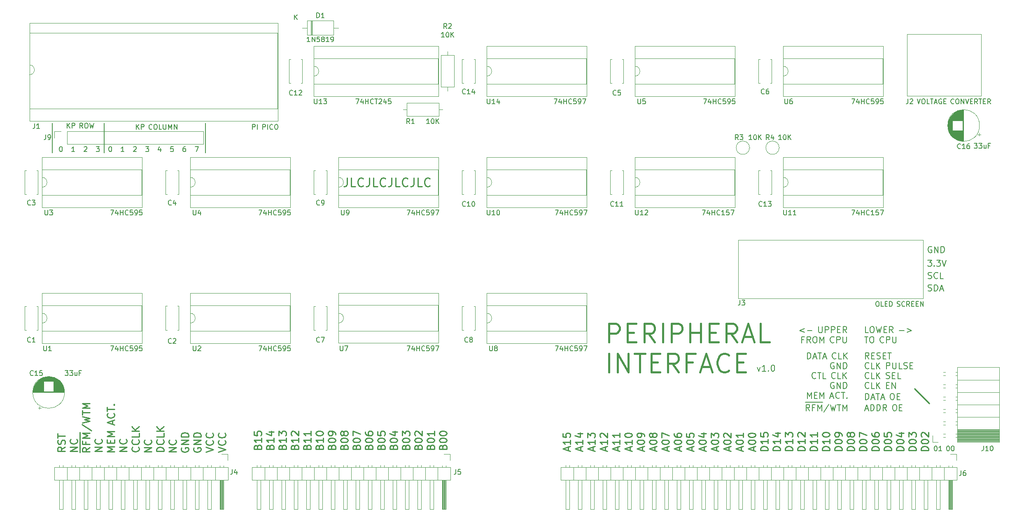
<source format=gto>
G04 #@! TF.GenerationSoftware,KiCad,Pcbnew,(7.0.0)*
G04 #@! TF.CreationDate,2023-09-24T17:48:51-07:00*
G04 #@! TF.ProjectId,peripheral_interface,70657269-7068-4657-9261-6c5f696e7465,rev?*
G04 #@! TF.SameCoordinates,Original*
G04 #@! TF.FileFunction,Legend,Top*
G04 #@! TF.FilePolarity,Positive*
%FSLAX46Y46*%
G04 Gerber Fmt 4.6, Leading zero omitted, Abs format (unit mm)*
G04 Created by KiCad (PCBNEW (7.0.0)) date 2023-09-24 17:48:51*
%MOMM*%
%LPD*%
G01*
G04 APERTURE LIST*
%ADD10C,0.152400*%
%ADD11C,0.254000*%
%ADD12C,0.203200*%
%ADD13C,0.381000*%
%ADD14C,0.150000*%
%ADD15C,0.250000*%
%ADD16C,0.120000*%
%ADD17R,1.600000X1.600000*%
%ADD18O,1.600000X1.600000*%
%ADD19C,1.600000*%
%ADD20R,1.700000X1.700000*%
%ADD21O,1.700000X1.700000*%
%ADD22R,2.200000X2.200000*%
%ADD23O,2.200000X2.200000*%
G04 APERTURE END LIST*
D10*
X61722000Y-70358000D02*
X61722000Y-76454000D01*
X72390000Y-70358000D02*
X72390000Y-76454000D01*
D11*
X242062000Y-128016000D02*
X239014000Y-124968000D01*
D10*
X93218000Y-70358000D02*
X93218000Y-76454000D01*
D12*
X229628095Y-118849623D02*
X229204761Y-118244861D01*
X228902380Y-118849623D02*
X228902380Y-117579623D01*
X228902380Y-117579623D02*
X229386190Y-117579623D01*
X229386190Y-117579623D02*
X229507142Y-117640100D01*
X229507142Y-117640100D02*
X229567619Y-117700576D01*
X229567619Y-117700576D02*
X229628095Y-117821528D01*
X229628095Y-117821528D02*
X229628095Y-118002957D01*
X229628095Y-118002957D02*
X229567619Y-118123909D01*
X229567619Y-118123909D02*
X229507142Y-118184385D01*
X229507142Y-118184385D02*
X229386190Y-118244861D01*
X229386190Y-118244861D02*
X228902380Y-118244861D01*
X230172380Y-118184385D02*
X230595714Y-118184385D01*
X230777142Y-118849623D02*
X230172380Y-118849623D01*
X230172380Y-118849623D02*
X230172380Y-117579623D01*
X230172380Y-117579623D02*
X230777142Y-117579623D01*
X231260952Y-118789147D02*
X231442381Y-118849623D01*
X231442381Y-118849623D02*
X231744762Y-118849623D01*
X231744762Y-118849623D02*
X231865714Y-118789147D01*
X231865714Y-118789147D02*
X231926190Y-118728671D01*
X231926190Y-118728671D02*
X231986667Y-118607719D01*
X231986667Y-118607719D02*
X231986667Y-118486766D01*
X231986667Y-118486766D02*
X231926190Y-118365814D01*
X231926190Y-118365814D02*
X231865714Y-118305338D01*
X231865714Y-118305338D02*
X231744762Y-118244861D01*
X231744762Y-118244861D02*
X231502857Y-118184385D01*
X231502857Y-118184385D02*
X231381905Y-118123909D01*
X231381905Y-118123909D02*
X231321428Y-118063433D01*
X231321428Y-118063433D02*
X231260952Y-117942480D01*
X231260952Y-117942480D02*
X231260952Y-117821528D01*
X231260952Y-117821528D02*
X231321428Y-117700576D01*
X231321428Y-117700576D02*
X231381905Y-117640100D01*
X231381905Y-117640100D02*
X231502857Y-117579623D01*
X231502857Y-117579623D02*
X231805238Y-117579623D01*
X231805238Y-117579623D02*
X231986667Y-117640100D01*
X232530952Y-118184385D02*
X232954286Y-118184385D01*
X233135714Y-118849623D02*
X232530952Y-118849623D01*
X232530952Y-118849623D02*
X232530952Y-117579623D01*
X232530952Y-117579623D02*
X233135714Y-117579623D01*
X233498572Y-117579623D02*
X234224286Y-117579623D01*
X233861429Y-118849623D02*
X233861429Y-117579623D01*
D10*
X89069333Y-75216899D02*
X88875809Y-75216899D01*
X88875809Y-75216899D02*
X88779047Y-75265280D01*
X88779047Y-75265280D02*
X88730666Y-75313660D01*
X88730666Y-75313660D02*
X88633904Y-75458803D01*
X88633904Y-75458803D02*
X88585523Y-75652327D01*
X88585523Y-75652327D02*
X88585523Y-76039375D01*
X88585523Y-76039375D02*
X88633904Y-76136137D01*
X88633904Y-76136137D02*
X88682285Y-76184518D01*
X88682285Y-76184518D02*
X88779047Y-76232899D01*
X88779047Y-76232899D02*
X88972571Y-76232899D01*
X88972571Y-76232899D02*
X89069333Y-76184518D01*
X89069333Y-76184518D02*
X89117714Y-76136137D01*
X89117714Y-76136137D02*
X89166095Y-76039375D01*
X89166095Y-76039375D02*
X89166095Y-75797470D01*
X89166095Y-75797470D02*
X89117714Y-75700708D01*
X89117714Y-75700708D02*
X89069333Y-75652327D01*
X89069333Y-75652327D02*
X88972571Y-75603946D01*
X88972571Y-75603946D02*
X88779047Y-75603946D01*
X88779047Y-75603946D02*
X88682285Y-75652327D01*
X88682285Y-75652327D02*
X88633904Y-75700708D01*
X88633904Y-75700708D02*
X88585523Y-75797470D01*
X66306095Y-76232899D02*
X65725523Y-76232899D01*
X66015809Y-76232899D02*
X66015809Y-75216899D01*
X66015809Y-75216899D02*
X65919047Y-75362041D01*
X65919047Y-75362041D02*
X65822285Y-75458803D01*
X65822285Y-75458803D02*
X65725523Y-75507184D01*
D12*
X222455619Y-123736100D02*
X222334666Y-123675623D01*
X222334666Y-123675623D02*
X222153238Y-123675623D01*
X222153238Y-123675623D02*
X221971809Y-123736100D01*
X221971809Y-123736100D02*
X221850857Y-123857052D01*
X221850857Y-123857052D02*
X221790380Y-123978004D01*
X221790380Y-123978004D02*
X221729904Y-124219909D01*
X221729904Y-124219909D02*
X221729904Y-124401338D01*
X221729904Y-124401338D02*
X221790380Y-124643242D01*
X221790380Y-124643242D02*
X221850857Y-124764195D01*
X221850857Y-124764195D02*
X221971809Y-124885147D01*
X221971809Y-124885147D02*
X222153238Y-124945623D01*
X222153238Y-124945623D02*
X222274190Y-124945623D01*
X222274190Y-124945623D02*
X222455619Y-124885147D01*
X222455619Y-124885147D02*
X222516095Y-124824671D01*
X222516095Y-124824671D02*
X222516095Y-124401338D01*
X222516095Y-124401338D02*
X222274190Y-124401338D01*
X223060380Y-124945623D02*
X223060380Y-123675623D01*
X223060380Y-123675623D02*
X223786095Y-124945623D01*
X223786095Y-124945623D02*
X223786095Y-123675623D01*
X224390856Y-124945623D02*
X224390856Y-123675623D01*
X224390856Y-123675623D02*
X224693237Y-123675623D01*
X224693237Y-123675623D02*
X224874666Y-123736100D01*
X224874666Y-123736100D02*
X224995618Y-123857052D01*
X224995618Y-123857052D02*
X225056095Y-123978004D01*
X225056095Y-123978004D02*
X225116571Y-124219909D01*
X225116571Y-124219909D02*
X225116571Y-124401338D01*
X225116571Y-124401338D02*
X225056095Y-124643242D01*
X225056095Y-124643242D02*
X224995618Y-124764195D01*
X224995618Y-124764195D02*
X224874666Y-124885147D01*
X224874666Y-124885147D02*
X224693237Y-124945623D01*
X224693237Y-124945623D02*
X224390856Y-124945623D01*
D10*
X68265523Y-75313660D02*
X68313904Y-75265280D01*
X68313904Y-75265280D02*
X68410666Y-75216899D01*
X68410666Y-75216899D02*
X68652571Y-75216899D01*
X68652571Y-75216899D02*
X68749333Y-75265280D01*
X68749333Y-75265280D02*
X68797714Y-75313660D01*
X68797714Y-75313660D02*
X68846095Y-75410422D01*
X68846095Y-75410422D02*
X68846095Y-75507184D01*
X68846095Y-75507184D02*
X68797714Y-75652327D01*
X68797714Y-75652327D02*
X68217142Y-76232899D01*
X68217142Y-76232899D02*
X68846095Y-76232899D01*
X78425523Y-75313660D02*
X78473904Y-75265280D01*
X78473904Y-75265280D02*
X78570666Y-75216899D01*
X78570666Y-75216899D02*
X78812571Y-75216899D01*
X78812571Y-75216899D02*
X78909333Y-75265280D01*
X78909333Y-75265280D02*
X78957714Y-75313660D01*
X78957714Y-75313660D02*
X79006095Y-75410422D01*
X79006095Y-75410422D02*
X79006095Y-75507184D01*
X79006095Y-75507184D02*
X78957714Y-75652327D01*
X78957714Y-75652327D02*
X78377142Y-76232899D01*
X78377142Y-76232899D02*
X79006095Y-76232899D01*
D12*
X216964380Y-118849623D02*
X216964380Y-117579623D01*
X216964380Y-117579623D02*
X217266761Y-117579623D01*
X217266761Y-117579623D02*
X217448190Y-117640100D01*
X217448190Y-117640100D02*
X217569142Y-117761052D01*
X217569142Y-117761052D02*
X217629619Y-117882004D01*
X217629619Y-117882004D02*
X217690095Y-118123909D01*
X217690095Y-118123909D02*
X217690095Y-118305338D01*
X217690095Y-118305338D02*
X217629619Y-118547242D01*
X217629619Y-118547242D02*
X217569142Y-118668195D01*
X217569142Y-118668195D02*
X217448190Y-118789147D01*
X217448190Y-118789147D02*
X217266761Y-118849623D01*
X217266761Y-118849623D02*
X216964380Y-118849623D01*
X218173904Y-118486766D02*
X218778666Y-118486766D01*
X218052952Y-118849623D02*
X218476285Y-117579623D01*
X218476285Y-117579623D02*
X218899619Y-118849623D01*
X219141523Y-117579623D02*
X219867237Y-117579623D01*
X219504380Y-118849623D02*
X219504380Y-117579623D01*
X220230094Y-118486766D02*
X220834856Y-118486766D01*
X220109142Y-118849623D02*
X220532475Y-117579623D01*
X220532475Y-117579623D02*
X220955809Y-118849623D01*
X222866856Y-118728671D02*
X222806380Y-118789147D01*
X222806380Y-118789147D02*
X222624951Y-118849623D01*
X222624951Y-118849623D02*
X222503999Y-118849623D01*
X222503999Y-118849623D02*
X222322570Y-118789147D01*
X222322570Y-118789147D02*
X222201618Y-118668195D01*
X222201618Y-118668195D02*
X222141141Y-118547242D01*
X222141141Y-118547242D02*
X222080665Y-118305338D01*
X222080665Y-118305338D02*
X222080665Y-118123909D01*
X222080665Y-118123909D02*
X222141141Y-117882004D01*
X222141141Y-117882004D02*
X222201618Y-117761052D01*
X222201618Y-117761052D02*
X222322570Y-117640100D01*
X222322570Y-117640100D02*
X222503999Y-117579623D01*
X222503999Y-117579623D02*
X222624951Y-117579623D01*
X222624951Y-117579623D02*
X222806380Y-117640100D01*
X222806380Y-117640100D02*
X222866856Y-117700576D01*
X224015903Y-118849623D02*
X223411141Y-118849623D01*
X223411141Y-118849623D02*
X223411141Y-117579623D01*
X224439236Y-118849623D02*
X224439236Y-117579623D01*
X225164951Y-118849623D02*
X224620665Y-118123909D01*
X225164951Y-117579623D02*
X224439236Y-118305338D01*
D10*
X76466095Y-76232899D02*
X75885523Y-76232899D01*
X76175809Y-76232899D02*
X76175809Y-75216899D01*
X76175809Y-75216899D02*
X76079047Y-75362041D01*
X76079047Y-75362041D02*
X75982285Y-75458803D01*
X75982285Y-75458803D02*
X75885523Y-75507184D01*
D12*
X206683428Y-120542957D02*
X206985809Y-121389623D01*
X206985809Y-121389623D02*
X207288190Y-120542957D01*
X208437238Y-121389623D02*
X207711523Y-121389623D01*
X208074380Y-121389623D02*
X208074380Y-120119623D01*
X208074380Y-120119623D02*
X207953428Y-120301052D01*
X207953428Y-120301052D02*
X207832476Y-120422004D01*
X207832476Y-120422004D02*
X207711523Y-120482480D01*
X208981523Y-121268671D02*
X209042000Y-121329147D01*
X209042000Y-121329147D02*
X208981523Y-121389623D01*
X208981523Y-121389623D02*
X208921047Y-121329147D01*
X208921047Y-121329147D02*
X208981523Y-121268671D01*
X208981523Y-121268671D02*
X208981523Y-121389623D01*
X209828190Y-120119623D02*
X209949143Y-120119623D01*
X209949143Y-120119623D02*
X210070095Y-120180100D01*
X210070095Y-120180100D02*
X210130571Y-120240576D01*
X210130571Y-120240576D02*
X210191047Y-120361528D01*
X210191047Y-120361528D02*
X210251524Y-120603433D01*
X210251524Y-120603433D02*
X210251524Y-120905814D01*
X210251524Y-120905814D02*
X210191047Y-121147719D01*
X210191047Y-121147719D02*
X210130571Y-121268671D01*
X210130571Y-121268671D02*
X210070095Y-121329147D01*
X210070095Y-121329147D02*
X209949143Y-121389623D01*
X209949143Y-121389623D02*
X209828190Y-121389623D01*
X209828190Y-121389623D02*
X209707238Y-121329147D01*
X209707238Y-121329147D02*
X209646762Y-121268671D01*
X209646762Y-121268671D02*
X209586285Y-121147719D01*
X209586285Y-121147719D02*
X209525809Y-120905814D01*
X209525809Y-120905814D02*
X209525809Y-120603433D01*
X209525809Y-120603433D02*
X209586285Y-120361528D01*
X209586285Y-120361528D02*
X209646762Y-120240576D01*
X209646762Y-120240576D02*
X209707238Y-120180100D01*
X209707238Y-120180100D02*
X209828190Y-120119623D01*
X229507142Y-113490223D02*
X228902380Y-113490223D01*
X228902380Y-113490223D02*
X228902380Y-112220223D01*
X230172380Y-112220223D02*
X230414285Y-112220223D01*
X230414285Y-112220223D02*
X230535237Y-112280700D01*
X230535237Y-112280700D02*
X230656190Y-112401652D01*
X230656190Y-112401652D02*
X230716666Y-112643557D01*
X230716666Y-112643557D02*
X230716666Y-113066890D01*
X230716666Y-113066890D02*
X230656190Y-113308795D01*
X230656190Y-113308795D02*
X230535237Y-113429747D01*
X230535237Y-113429747D02*
X230414285Y-113490223D01*
X230414285Y-113490223D02*
X230172380Y-113490223D01*
X230172380Y-113490223D02*
X230051428Y-113429747D01*
X230051428Y-113429747D02*
X229930475Y-113308795D01*
X229930475Y-113308795D02*
X229869999Y-113066890D01*
X229869999Y-113066890D02*
X229869999Y-112643557D01*
X229869999Y-112643557D02*
X229930475Y-112401652D01*
X229930475Y-112401652D02*
X230051428Y-112280700D01*
X230051428Y-112280700D02*
X230172380Y-112220223D01*
X231139999Y-112220223D02*
X231442380Y-113490223D01*
X231442380Y-113490223D02*
X231684285Y-112583080D01*
X231684285Y-112583080D02*
X231926190Y-113490223D01*
X231926190Y-113490223D02*
X232228571Y-112220223D01*
X232712380Y-112824985D02*
X233135714Y-112824985D01*
X233317142Y-113490223D02*
X232712380Y-113490223D01*
X232712380Y-113490223D02*
X232712380Y-112220223D01*
X232712380Y-112220223D02*
X233317142Y-112220223D01*
X234587143Y-113490223D02*
X234163809Y-112885461D01*
X233861428Y-113490223D02*
X233861428Y-112220223D01*
X233861428Y-112220223D02*
X234345238Y-112220223D01*
X234345238Y-112220223D02*
X234466190Y-112280700D01*
X234466190Y-112280700D02*
X234526667Y-112341176D01*
X234526667Y-112341176D02*
X234587143Y-112462128D01*
X234587143Y-112462128D02*
X234587143Y-112643557D01*
X234587143Y-112643557D02*
X234526667Y-112764509D01*
X234526667Y-112764509D02*
X234466190Y-112824985D01*
X234466190Y-112824985D02*
X234345238Y-112885461D01*
X234345238Y-112885461D02*
X233861428Y-112885461D01*
X235893428Y-113006414D02*
X236861048Y-113006414D01*
X237465809Y-112643557D02*
X238433429Y-113006414D01*
X238433429Y-113006414D02*
X237465809Y-113369271D01*
X228720952Y-114277623D02*
X229446666Y-114277623D01*
X229083809Y-115547623D02*
X229083809Y-114277623D01*
X230111904Y-114277623D02*
X230353809Y-114277623D01*
X230353809Y-114277623D02*
X230474761Y-114338100D01*
X230474761Y-114338100D02*
X230595714Y-114459052D01*
X230595714Y-114459052D02*
X230656190Y-114700957D01*
X230656190Y-114700957D02*
X230656190Y-115124290D01*
X230656190Y-115124290D02*
X230595714Y-115366195D01*
X230595714Y-115366195D02*
X230474761Y-115487147D01*
X230474761Y-115487147D02*
X230353809Y-115547623D01*
X230353809Y-115547623D02*
X230111904Y-115547623D01*
X230111904Y-115547623D02*
X229990952Y-115487147D01*
X229990952Y-115487147D02*
X229869999Y-115366195D01*
X229869999Y-115366195D02*
X229809523Y-115124290D01*
X229809523Y-115124290D02*
X229809523Y-114700957D01*
X229809523Y-114700957D02*
X229869999Y-114459052D01*
X229869999Y-114459052D02*
X229990952Y-114338100D01*
X229990952Y-114338100D02*
X230111904Y-114277623D01*
X232688190Y-115426671D02*
X232627714Y-115487147D01*
X232627714Y-115487147D02*
X232446285Y-115547623D01*
X232446285Y-115547623D02*
X232325333Y-115547623D01*
X232325333Y-115547623D02*
X232143904Y-115487147D01*
X232143904Y-115487147D02*
X232022952Y-115366195D01*
X232022952Y-115366195D02*
X231962475Y-115245242D01*
X231962475Y-115245242D02*
X231901999Y-115003338D01*
X231901999Y-115003338D02*
X231901999Y-114821909D01*
X231901999Y-114821909D02*
X231962475Y-114580004D01*
X231962475Y-114580004D02*
X232022952Y-114459052D01*
X232022952Y-114459052D02*
X232143904Y-114338100D01*
X232143904Y-114338100D02*
X232325333Y-114277623D01*
X232325333Y-114277623D02*
X232446285Y-114277623D01*
X232446285Y-114277623D02*
X232627714Y-114338100D01*
X232627714Y-114338100D02*
X232688190Y-114398576D01*
X233232475Y-115547623D02*
X233232475Y-114277623D01*
X233232475Y-114277623D02*
X233716285Y-114277623D01*
X233716285Y-114277623D02*
X233837237Y-114338100D01*
X233837237Y-114338100D02*
X233897714Y-114398576D01*
X233897714Y-114398576D02*
X233958190Y-114519528D01*
X233958190Y-114519528D02*
X233958190Y-114700957D01*
X233958190Y-114700957D02*
X233897714Y-114821909D01*
X233897714Y-114821909D02*
X233837237Y-114882385D01*
X233837237Y-114882385D02*
X233716285Y-114942861D01*
X233716285Y-114942861D02*
X233232475Y-114942861D01*
X234502475Y-114277623D02*
X234502475Y-115305719D01*
X234502475Y-115305719D02*
X234562952Y-115426671D01*
X234562952Y-115426671D02*
X234623428Y-115487147D01*
X234623428Y-115487147D02*
X234744380Y-115547623D01*
X234744380Y-115547623D02*
X234986285Y-115547623D01*
X234986285Y-115547623D02*
X235107237Y-115487147D01*
X235107237Y-115487147D02*
X235167714Y-115426671D01*
X235167714Y-115426671D02*
X235228190Y-115305719D01*
X235228190Y-115305719D02*
X235228190Y-114277623D01*
D10*
X64757904Y-71406899D02*
X64757904Y-70390899D01*
X65338476Y-71406899D02*
X64903047Y-70826327D01*
X65338476Y-70390899D02*
X64757904Y-70971470D01*
X65773904Y-71406899D02*
X65773904Y-70390899D01*
X65773904Y-70390899D02*
X66160952Y-70390899D01*
X66160952Y-70390899D02*
X66257714Y-70439280D01*
X66257714Y-70439280D02*
X66306095Y-70487660D01*
X66306095Y-70487660D02*
X66354476Y-70584422D01*
X66354476Y-70584422D02*
X66354476Y-70729565D01*
X66354476Y-70729565D02*
X66306095Y-70826327D01*
X66306095Y-70826327D02*
X66257714Y-70874708D01*
X66257714Y-70874708D02*
X66160952Y-70923089D01*
X66160952Y-70923089D02*
X65773904Y-70923089D01*
X67980076Y-71406899D02*
X67641409Y-70923089D01*
X67399504Y-71406899D02*
X67399504Y-70390899D01*
X67399504Y-70390899D02*
X67786552Y-70390899D01*
X67786552Y-70390899D02*
X67883314Y-70439280D01*
X67883314Y-70439280D02*
X67931695Y-70487660D01*
X67931695Y-70487660D02*
X67980076Y-70584422D01*
X67980076Y-70584422D02*
X67980076Y-70729565D01*
X67980076Y-70729565D02*
X67931695Y-70826327D01*
X67931695Y-70826327D02*
X67883314Y-70874708D01*
X67883314Y-70874708D02*
X67786552Y-70923089D01*
X67786552Y-70923089D02*
X67399504Y-70923089D01*
X68609028Y-70390899D02*
X68802552Y-70390899D01*
X68802552Y-70390899D02*
X68899314Y-70439280D01*
X68899314Y-70439280D02*
X68996076Y-70536041D01*
X68996076Y-70536041D02*
X69044457Y-70729565D01*
X69044457Y-70729565D02*
X69044457Y-71068232D01*
X69044457Y-71068232D02*
X68996076Y-71261756D01*
X68996076Y-71261756D02*
X68899314Y-71358518D01*
X68899314Y-71358518D02*
X68802552Y-71406899D01*
X68802552Y-71406899D02*
X68609028Y-71406899D01*
X68609028Y-71406899D02*
X68512266Y-71358518D01*
X68512266Y-71358518D02*
X68415504Y-71261756D01*
X68415504Y-71261756D02*
X68367123Y-71068232D01*
X68367123Y-71068232D02*
X68367123Y-70729565D01*
X68367123Y-70729565D02*
X68415504Y-70536041D01*
X68415504Y-70536041D02*
X68512266Y-70439280D01*
X68512266Y-70439280D02*
X68609028Y-70390899D01*
X69383123Y-70390899D02*
X69625028Y-71406899D01*
X69625028Y-71406899D02*
X69818552Y-70681184D01*
X69818552Y-70681184D02*
X70012076Y-71406899D01*
X70012076Y-71406899D02*
X70253981Y-70390899D01*
X78981904Y-71660899D02*
X78981904Y-70644899D01*
X79562476Y-71660899D02*
X79127047Y-71080327D01*
X79562476Y-70644899D02*
X78981904Y-71225470D01*
X79997904Y-71660899D02*
X79997904Y-70644899D01*
X79997904Y-70644899D02*
X80384952Y-70644899D01*
X80384952Y-70644899D02*
X80481714Y-70693280D01*
X80481714Y-70693280D02*
X80530095Y-70741660D01*
X80530095Y-70741660D02*
X80578476Y-70838422D01*
X80578476Y-70838422D02*
X80578476Y-70983565D01*
X80578476Y-70983565D02*
X80530095Y-71080327D01*
X80530095Y-71080327D02*
X80481714Y-71128708D01*
X80481714Y-71128708D02*
X80384952Y-71177089D01*
X80384952Y-71177089D02*
X79997904Y-71177089D01*
X82204076Y-71564137D02*
X82155695Y-71612518D01*
X82155695Y-71612518D02*
X82010552Y-71660899D01*
X82010552Y-71660899D02*
X81913790Y-71660899D01*
X81913790Y-71660899D02*
X81768647Y-71612518D01*
X81768647Y-71612518D02*
X81671885Y-71515756D01*
X81671885Y-71515756D02*
X81623504Y-71418994D01*
X81623504Y-71418994D02*
X81575123Y-71225470D01*
X81575123Y-71225470D02*
X81575123Y-71080327D01*
X81575123Y-71080327D02*
X81623504Y-70886803D01*
X81623504Y-70886803D02*
X81671885Y-70790041D01*
X81671885Y-70790041D02*
X81768647Y-70693280D01*
X81768647Y-70693280D02*
X81913790Y-70644899D01*
X81913790Y-70644899D02*
X82010552Y-70644899D01*
X82010552Y-70644899D02*
X82155695Y-70693280D01*
X82155695Y-70693280D02*
X82204076Y-70741660D01*
X82833028Y-70644899D02*
X83026552Y-70644899D01*
X83026552Y-70644899D02*
X83123314Y-70693280D01*
X83123314Y-70693280D02*
X83220076Y-70790041D01*
X83220076Y-70790041D02*
X83268457Y-70983565D01*
X83268457Y-70983565D02*
X83268457Y-71322232D01*
X83268457Y-71322232D02*
X83220076Y-71515756D01*
X83220076Y-71515756D02*
X83123314Y-71612518D01*
X83123314Y-71612518D02*
X83026552Y-71660899D01*
X83026552Y-71660899D02*
X82833028Y-71660899D01*
X82833028Y-71660899D02*
X82736266Y-71612518D01*
X82736266Y-71612518D02*
X82639504Y-71515756D01*
X82639504Y-71515756D02*
X82591123Y-71322232D01*
X82591123Y-71322232D02*
X82591123Y-70983565D01*
X82591123Y-70983565D02*
X82639504Y-70790041D01*
X82639504Y-70790041D02*
X82736266Y-70693280D01*
X82736266Y-70693280D02*
X82833028Y-70644899D01*
X84187695Y-71660899D02*
X83703885Y-71660899D01*
X83703885Y-71660899D02*
X83703885Y-70644899D01*
X84526361Y-70644899D02*
X84526361Y-71467375D01*
X84526361Y-71467375D02*
X84574742Y-71564137D01*
X84574742Y-71564137D02*
X84623123Y-71612518D01*
X84623123Y-71612518D02*
X84719885Y-71660899D01*
X84719885Y-71660899D02*
X84913409Y-71660899D01*
X84913409Y-71660899D02*
X85010171Y-71612518D01*
X85010171Y-71612518D02*
X85058552Y-71564137D01*
X85058552Y-71564137D02*
X85106933Y-71467375D01*
X85106933Y-71467375D02*
X85106933Y-70644899D01*
X85590742Y-71660899D02*
X85590742Y-70644899D01*
X85590742Y-70644899D02*
X85929409Y-71370613D01*
X85929409Y-71370613D02*
X86268076Y-70644899D01*
X86268076Y-70644899D02*
X86268076Y-71660899D01*
X86751885Y-71660899D02*
X86751885Y-70644899D01*
X86751885Y-70644899D02*
X87332457Y-71660899D01*
X87332457Y-71660899D02*
X87332457Y-70644899D01*
D12*
X242521619Y-95796100D02*
X242400666Y-95735623D01*
X242400666Y-95735623D02*
X242219238Y-95735623D01*
X242219238Y-95735623D02*
X242037809Y-95796100D01*
X242037809Y-95796100D02*
X241916857Y-95917052D01*
X241916857Y-95917052D02*
X241856380Y-96038004D01*
X241856380Y-96038004D02*
X241795904Y-96279909D01*
X241795904Y-96279909D02*
X241795904Y-96461338D01*
X241795904Y-96461338D02*
X241856380Y-96703242D01*
X241856380Y-96703242D02*
X241916857Y-96824195D01*
X241916857Y-96824195D02*
X242037809Y-96945147D01*
X242037809Y-96945147D02*
X242219238Y-97005623D01*
X242219238Y-97005623D02*
X242340190Y-97005623D01*
X242340190Y-97005623D02*
X242521619Y-96945147D01*
X242521619Y-96945147D02*
X242582095Y-96884671D01*
X242582095Y-96884671D02*
X242582095Y-96461338D01*
X242582095Y-96461338D02*
X242340190Y-96461338D01*
X243126380Y-97005623D02*
X243126380Y-95735623D01*
X243126380Y-95735623D02*
X243852095Y-97005623D01*
X243852095Y-97005623D02*
X243852095Y-95735623D01*
X244456856Y-97005623D02*
X244456856Y-95735623D01*
X244456856Y-95735623D02*
X244759237Y-95735623D01*
X244759237Y-95735623D02*
X244940666Y-95796100D01*
X244940666Y-95796100D02*
X245061618Y-95917052D01*
X245061618Y-95917052D02*
X245122095Y-96038004D01*
X245122095Y-96038004D02*
X245182571Y-96279909D01*
X245182571Y-96279909D02*
X245182571Y-96461338D01*
X245182571Y-96461338D02*
X245122095Y-96703242D01*
X245122095Y-96703242D02*
X245061618Y-96824195D01*
X245061618Y-96824195D02*
X244940666Y-96945147D01*
X244940666Y-96945147D02*
X244759237Y-97005623D01*
X244759237Y-97005623D02*
X244456856Y-97005623D01*
X218706095Y-122792671D02*
X218645619Y-122853147D01*
X218645619Y-122853147D02*
X218464190Y-122913623D01*
X218464190Y-122913623D02*
X218343238Y-122913623D01*
X218343238Y-122913623D02*
X218161809Y-122853147D01*
X218161809Y-122853147D02*
X218040857Y-122732195D01*
X218040857Y-122732195D02*
X217980380Y-122611242D01*
X217980380Y-122611242D02*
X217919904Y-122369338D01*
X217919904Y-122369338D02*
X217919904Y-122187909D01*
X217919904Y-122187909D02*
X217980380Y-121946004D01*
X217980380Y-121946004D02*
X218040857Y-121825052D01*
X218040857Y-121825052D02*
X218161809Y-121704100D01*
X218161809Y-121704100D02*
X218343238Y-121643623D01*
X218343238Y-121643623D02*
X218464190Y-121643623D01*
X218464190Y-121643623D02*
X218645619Y-121704100D01*
X218645619Y-121704100D02*
X218706095Y-121764576D01*
X219068952Y-121643623D02*
X219794666Y-121643623D01*
X219431809Y-122913623D02*
X219431809Y-121643623D01*
X220822761Y-122913623D02*
X220217999Y-122913623D01*
X220217999Y-122913623D02*
X220217999Y-121643623D01*
X222733809Y-122792671D02*
X222673333Y-122853147D01*
X222673333Y-122853147D02*
X222491904Y-122913623D01*
X222491904Y-122913623D02*
X222370952Y-122913623D01*
X222370952Y-122913623D02*
X222189523Y-122853147D01*
X222189523Y-122853147D02*
X222068571Y-122732195D01*
X222068571Y-122732195D02*
X222008094Y-122611242D01*
X222008094Y-122611242D02*
X221947618Y-122369338D01*
X221947618Y-122369338D02*
X221947618Y-122187909D01*
X221947618Y-122187909D02*
X222008094Y-121946004D01*
X222008094Y-121946004D02*
X222068571Y-121825052D01*
X222068571Y-121825052D02*
X222189523Y-121704100D01*
X222189523Y-121704100D02*
X222370952Y-121643623D01*
X222370952Y-121643623D02*
X222491904Y-121643623D01*
X222491904Y-121643623D02*
X222673333Y-121704100D01*
X222673333Y-121704100D02*
X222733809Y-121764576D01*
X223882856Y-122913623D02*
X223278094Y-122913623D01*
X223278094Y-122913623D02*
X223278094Y-121643623D01*
X224306189Y-122913623D02*
X224306189Y-121643623D01*
X225031904Y-122913623D02*
X224487618Y-122187909D01*
X225031904Y-121643623D02*
X224306189Y-122369338D01*
X216371714Y-112643557D02*
X215404094Y-113006414D01*
X215404094Y-113006414D02*
X216371714Y-113369271D01*
X216976475Y-113006414D02*
X217944095Y-113006414D01*
X219310856Y-112220223D02*
X219310856Y-113248319D01*
X219310856Y-113248319D02*
X219371333Y-113369271D01*
X219371333Y-113369271D02*
X219431809Y-113429747D01*
X219431809Y-113429747D02*
X219552761Y-113490223D01*
X219552761Y-113490223D02*
X219794666Y-113490223D01*
X219794666Y-113490223D02*
X219915618Y-113429747D01*
X219915618Y-113429747D02*
X219976095Y-113369271D01*
X219976095Y-113369271D02*
X220036571Y-113248319D01*
X220036571Y-113248319D02*
X220036571Y-112220223D01*
X220641332Y-113490223D02*
X220641332Y-112220223D01*
X220641332Y-112220223D02*
X221125142Y-112220223D01*
X221125142Y-112220223D02*
X221246094Y-112280700D01*
X221246094Y-112280700D02*
X221306571Y-112341176D01*
X221306571Y-112341176D02*
X221367047Y-112462128D01*
X221367047Y-112462128D02*
X221367047Y-112643557D01*
X221367047Y-112643557D02*
X221306571Y-112764509D01*
X221306571Y-112764509D02*
X221246094Y-112824985D01*
X221246094Y-112824985D02*
X221125142Y-112885461D01*
X221125142Y-112885461D02*
X220641332Y-112885461D01*
X221911332Y-113490223D02*
X221911332Y-112220223D01*
X221911332Y-112220223D02*
X222395142Y-112220223D01*
X222395142Y-112220223D02*
X222516094Y-112280700D01*
X222516094Y-112280700D02*
X222576571Y-112341176D01*
X222576571Y-112341176D02*
X222637047Y-112462128D01*
X222637047Y-112462128D02*
X222637047Y-112643557D01*
X222637047Y-112643557D02*
X222576571Y-112764509D01*
X222576571Y-112764509D02*
X222516094Y-112824985D01*
X222516094Y-112824985D02*
X222395142Y-112885461D01*
X222395142Y-112885461D02*
X221911332Y-112885461D01*
X223181332Y-112824985D02*
X223604666Y-112824985D01*
X223786094Y-113490223D02*
X223181332Y-113490223D01*
X223181332Y-113490223D02*
X223181332Y-112220223D01*
X223181332Y-112220223D02*
X223786094Y-112220223D01*
X225056095Y-113490223D02*
X224632761Y-112885461D01*
X224330380Y-113490223D02*
X224330380Y-112220223D01*
X224330380Y-112220223D02*
X224814190Y-112220223D01*
X224814190Y-112220223D02*
X224935142Y-112280700D01*
X224935142Y-112280700D02*
X224995619Y-112341176D01*
X224995619Y-112341176D02*
X225056095Y-112462128D01*
X225056095Y-112462128D02*
X225056095Y-112643557D01*
X225056095Y-112643557D02*
X224995619Y-112764509D01*
X224995619Y-112764509D02*
X224935142Y-112824985D01*
X224935142Y-112824985D02*
X224814190Y-112885461D01*
X224814190Y-112885461D02*
X224330380Y-112885461D01*
X216250762Y-114882385D02*
X215827428Y-114882385D01*
X215827428Y-115547623D02*
X215827428Y-114277623D01*
X215827428Y-114277623D02*
X216432190Y-114277623D01*
X217641714Y-115547623D02*
X217218380Y-114942861D01*
X216915999Y-115547623D02*
X216915999Y-114277623D01*
X216915999Y-114277623D02*
X217399809Y-114277623D01*
X217399809Y-114277623D02*
X217520761Y-114338100D01*
X217520761Y-114338100D02*
X217581238Y-114398576D01*
X217581238Y-114398576D02*
X217641714Y-114519528D01*
X217641714Y-114519528D02*
X217641714Y-114700957D01*
X217641714Y-114700957D02*
X217581238Y-114821909D01*
X217581238Y-114821909D02*
X217520761Y-114882385D01*
X217520761Y-114882385D02*
X217399809Y-114942861D01*
X217399809Y-114942861D02*
X216915999Y-114942861D01*
X218427904Y-114277623D02*
X218669809Y-114277623D01*
X218669809Y-114277623D02*
X218790761Y-114338100D01*
X218790761Y-114338100D02*
X218911714Y-114459052D01*
X218911714Y-114459052D02*
X218972190Y-114700957D01*
X218972190Y-114700957D02*
X218972190Y-115124290D01*
X218972190Y-115124290D02*
X218911714Y-115366195D01*
X218911714Y-115366195D02*
X218790761Y-115487147D01*
X218790761Y-115487147D02*
X218669809Y-115547623D01*
X218669809Y-115547623D02*
X218427904Y-115547623D01*
X218427904Y-115547623D02*
X218306952Y-115487147D01*
X218306952Y-115487147D02*
X218185999Y-115366195D01*
X218185999Y-115366195D02*
X218125523Y-115124290D01*
X218125523Y-115124290D02*
X218125523Y-114700957D01*
X218125523Y-114700957D02*
X218185999Y-114459052D01*
X218185999Y-114459052D02*
X218306952Y-114338100D01*
X218306952Y-114338100D02*
X218427904Y-114277623D01*
X219516475Y-115547623D02*
X219516475Y-114277623D01*
X219516475Y-114277623D02*
X219939809Y-115184766D01*
X219939809Y-115184766D02*
X220363142Y-114277623D01*
X220363142Y-114277623D02*
X220363142Y-115547623D01*
X222455619Y-115426671D02*
X222395143Y-115487147D01*
X222395143Y-115487147D02*
X222213714Y-115547623D01*
X222213714Y-115547623D02*
X222092762Y-115547623D01*
X222092762Y-115547623D02*
X221911333Y-115487147D01*
X221911333Y-115487147D02*
X221790381Y-115366195D01*
X221790381Y-115366195D02*
X221729904Y-115245242D01*
X221729904Y-115245242D02*
X221669428Y-115003338D01*
X221669428Y-115003338D02*
X221669428Y-114821909D01*
X221669428Y-114821909D02*
X221729904Y-114580004D01*
X221729904Y-114580004D02*
X221790381Y-114459052D01*
X221790381Y-114459052D02*
X221911333Y-114338100D01*
X221911333Y-114338100D02*
X222092762Y-114277623D01*
X222092762Y-114277623D02*
X222213714Y-114277623D01*
X222213714Y-114277623D02*
X222395143Y-114338100D01*
X222395143Y-114338100D02*
X222455619Y-114398576D01*
X222999904Y-115547623D02*
X222999904Y-114277623D01*
X222999904Y-114277623D02*
X223483714Y-114277623D01*
X223483714Y-114277623D02*
X223604666Y-114338100D01*
X223604666Y-114338100D02*
X223665143Y-114398576D01*
X223665143Y-114398576D02*
X223725619Y-114519528D01*
X223725619Y-114519528D02*
X223725619Y-114700957D01*
X223725619Y-114700957D02*
X223665143Y-114821909D01*
X223665143Y-114821909D02*
X223604666Y-114882385D01*
X223604666Y-114882385D02*
X223483714Y-114942861D01*
X223483714Y-114942861D02*
X222999904Y-114942861D01*
X224269904Y-114277623D02*
X224269904Y-115305719D01*
X224269904Y-115305719D02*
X224330381Y-115426671D01*
X224330381Y-115426671D02*
X224390857Y-115487147D01*
X224390857Y-115487147D02*
X224511809Y-115547623D01*
X224511809Y-115547623D02*
X224753714Y-115547623D01*
X224753714Y-115547623D02*
X224874666Y-115487147D01*
X224874666Y-115487147D02*
X224935143Y-115426671D01*
X224935143Y-115426671D02*
X224995619Y-115305719D01*
X224995619Y-115305719D02*
X224995619Y-114277623D01*
D10*
X80917142Y-75216899D02*
X81546095Y-75216899D01*
X81546095Y-75216899D02*
X81207428Y-75603946D01*
X81207428Y-75603946D02*
X81352571Y-75603946D01*
X81352571Y-75603946D02*
X81449333Y-75652327D01*
X81449333Y-75652327D02*
X81497714Y-75700708D01*
X81497714Y-75700708D02*
X81546095Y-75797470D01*
X81546095Y-75797470D02*
X81546095Y-76039375D01*
X81546095Y-76039375D02*
X81497714Y-76136137D01*
X81497714Y-76136137D02*
X81449333Y-76184518D01*
X81449333Y-76184518D02*
X81352571Y-76232899D01*
X81352571Y-76232899D02*
X81062285Y-76232899D01*
X81062285Y-76232899D02*
X80965523Y-76184518D01*
X80965523Y-76184518D02*
X80917142Y-76136137D01*
X63427428Y-75216899D02*
X63524190Y-75216899D01*
X63524190Y-75216899D02*
X63620952Y-75265280D01*
X63620952Y-75265280D02*
X63669333Y-75313660D01*
X63669333Y-75313660D02*
X63717714Y-75410422D01*
X63717714Y-75410422D02*
X63766095Y-75603946D01*
X63766095Y-75603946D02*
X63766095Y-75845851D01*
X63766095Y-75845851D02*
X63717714Y-76039375D01*
X63717714Y-76039375D02*
X63669333Y-76136137D01*
X63669333Y-76136137D02*
X63620952Y-76184518D01*
X63620952Y-76184518D02*
X63524190Y-76232899D01*
X63524190Y-76232899D02*
X63427428Y-76232899D01*
X63427428Y-76232899D02*
X63330666Y-76184518D01*
X63330666Y-76184518D02*
X63282285Y-76136137D01*
X63282285Y-76136137D02*
X63233904Y-76039375D01*
X63233904Y-76039375D02*
X63185523Y-75845851D01*
X63185523Y-75845851D02*
X63185523Y-75603946D01*
X63185523Y-75603946D02*
X63233904Y-75410422D01*
X63233904Y-75410422D02*
X63282285Y-75313660D01*
X63282285Y-75313660D02*
X63330666Y-75265280D01*
X63330666Y-75265280D02*
X63427428Y-75216899D01*
D12*
X217436095Y-129517623D02*
X217012761Y-128912861D01*
X216710380Y-129517623D02*
X216710380Y-128247623D01*
X216710380Y-128247623D02*
X217194190Y-128247623D01*
X217194190Y-128247623D02*
X217315142Y-128308100D01*
X217315142Y-128308100D02*
X217375619Y-128368576D01*
X217375619Y-128368576D02*
X217436095Y-128489528D01*
X217436095Y-128489528D02*
X217436095Y-128670957D01*
X217436095Y-128670957D02*
X217375619Y-128791909D01*
X217375619Y-128791909D02*
X217315142Y-128852385D01*
X217315142Y-128852385D02*
X217194190Y-128912861D01*
X217194190Y-128912861D02*
X216710380Y-128912861D01*
X218403714Y-128852385D02*
X217980380Y-128852385D01*
X217980380Y-129517623D02*
X217980380Y-128247623D01*
X217980380Y-128247623D02*
X218585142Y-128247623D01*
X219068951Y-129517623D02*
X219068951Y-128247623D01*
X219068951Y-128247623D02*
X219492285Y-129154766D01*
X219492285Y-129154766D02*
X219915618Y-128247623D01*
X219915618Y-128247623D02*
X219915618Y-129517623D01*
X216535000Y-127800100D02*
X220091000Y-127800100D01*
X221427523Y-128187147D02*
X220338952Y-129820004D01*
X221729904Y-128247623D02*
X222032285Y-129517623D01*
X222032285Y-129517623D02*
X222274190Y-128610480D01*
X222274190Y-128610480D02*
X222516095Y-129517623D01*
X222516095Y-129517623D02*
X222818476Y-128247623D01*
X223120857Y-128247623D02*
X223846571Y-128247623D01*
X223483714Y-129517623D02*
X223483714Y-128247623D01*
X224269904Y-129517623D02*
X224269904Y-128247623D01*
X224269904Y-128247623D02*
X224693238Y-129154766D01*
X224693238Y-129154766D02*
X225116571Y-128247623D01*
X225116571Y-128247623D02*
X225116571Y-129517623D01*
D11*
X122343333Y-81655074D02*
X122343333Y-82925074D01*
X122343333Y-82925074D02*
X122258666Y-83179074D01*
X122258666Y-83179074D02*
X122089333Y-83348407D01*
X122089333Y-83348407D02*
X121835333Y-83433074D01*
X121835333Y-83433074D02*
X121666000Y-83433074D01*
X124036667Y-83433074D02*
X123190000Y-83433074D01*
X123190000Y-83433074D02*
X123190000Y-81655074D01*
X125645333Y-83263741D02*
X125560666Y-83348407D01*
X125560666Y-83348407D02*
X125306666Y-83433074D01*
X125306666Y-83433074D02*
X125137333Y-83433074D01*
X125137333Y-83433074D02*
X124883333Y-83348407D01*
X124883333Y-83348407D02*
X124714000Y-83179074D01*
X124714000Y-83179074D02*
X124629333Y-83009741D01*
X124629333Y-83009741D02*
X124544666Y-82671074D01*
X124544666Y-82671074D02*
X124544666Y-82417074D01*
X124544666Y-82417074D02*
X124629333Y-82078407D01*
X124629333Y-82078407D02*
X124714000Y-81909074D01*
X124714000Y-81909074D02*
X124883333Y-81739741D01*
X124883333Y-81739741D02*
X125137333Y-81655074D01*
X125137333Y-81655074D02*
X125306666Y-81655074D01*
X125306666Y-81655074D02*
X125560666Y-81739741D01*
X125560666Y-81739741D02*
X125645333Y-81824407D01*
X126915333Y-81655074D02*
X126915333Y-82925074D01*
X126915333Y-82925074D02*
X126830666Y-83179074D01*
X126830666Y-83179074D02*
X126661333Y-83348407D01*
X126661333Y-83348407D02*
X126407333Y-83433074D01*
X126407333Y-83433074D02*
X126238000Y-83433074D01*
X128608667Y-83433074D02*
X127762000Y-83433074D01*
X127762000Y-83433074D02*
X127762000Y-81655074D01*
X130217333Y-83263741D02*
X130132666Y-83348407D01*
X130132666Y-83348407D02*
X129878666Y-83433074D01*
X129878666Y-83433074D02*
X129709333Y-83433074D01*
X129709333Y-83433074D02*
X129455333Y-83348407D01*
X129455333Y-83348407D02*
X129286000Y-83179074D01*
X129286000Y-83179074D02*
X129201333Y-83009741D01*
X129201333Y-83009741D02*
X129116666Y-82671074D01*
X129116666Y-82671074D02*
X129116666Y-82417074D01*
X129116666Y-82417074D02*
X129201333Y-82078407D01*
X129201333Y-82078407D02*
X129286000Y-81909074D01*
X129286000Y-81909074D02*
X129455333Y-81739741D01*
X129455333Y-81739741D02*
X129709333Y-81655074D01*
X129709333Y-81655074D02*
X129878666Y-81655074D01*
X129878666Y-81655074D02*
X130132666Y-81739741D01*
X130132666Y-81739741D02*
X130217333Y-81824407D01*
X131487333Y-81655074D02*
X131487333Y-82925074D01*
X131487333Y-82925074D02*
X131402666Y-83179074D01*
X131402666Y-83179074D02*
X131233333Y-83348407D01*
X131233333Y-83348407D02*
X130979333Y-83433074D01*
X130979333Y-83433074D02*
X130810000Y-83433074D01*
X133180667Y-83433074D02*
X132334000Y-83433074D01*
X132334000Y-83433074D02*
X132334000Y-81655074D01*
X134789333Y-83263741D02*
X134704666Y-83348407D01*
X134704666Y-83348407D02*
X134450666Y-83433074D01*
X134450666Y-83433074D02*
X134281333Y-83433074D01*
X134281333Y-83433074D02*
X134027333Y-83348407D01*
X134027333Y-83348407D02*
X133858000Y-83179074D01*
X133858000Y-83179074D02*
X133773333Y-83009741D01*
X133773333Y-83009741D02*
X133688666Y-82671074D01*
X133688666Y-82671074D02*
X133688666Y-82417074D01*
X133688666Y-82417074D02*
X133773333Y-82078407D01*
X133773333Y-82078407D02*
X133858000Y-81909074D01*
X133858000Y-81909074D02*
X134027333Y-81739741D01*
X134027333Y-81739741D02*
X134281333Y-81655074D01*
X134281333Y-81655074D02*
X134450666Y-81655074D01*
X134450666Y-81655074D02*
X134704666Y-81739741D01*
X134704666Y-81739741D02*
X134789333Y-81824407D01*
X136059333Y-81655074D02*
X136059333Y-82925074D01*
X136059333Y-82925074D02*
X135974666Y-83179074D01*
X135974666Y-83179074D02*
X135805333Y-83348407D01*
X135805333Y-83348407D02*
X135551333Y-83433074D01*
X135551333Y-83433074D02*
X135382000Y-83433074D01*
X137752667Y-83433074D02*
X136906000Y-83433074D01*
X136906000Y-83433074D02*
X136906000Y-81655074D01*
X139361333Y-83263741D02*
X139276666Y-83348407D01*
X139276666Y-83348407D02*
X139022666Y-83433074D01*
X139022666Y-83433074D02*
X138853333Y-83433074D01*
X138853333Y-83433074D02*
X138599333Y-83348407D01*
X138599333Y-83348407D02*
X138430000Y-83179074D01*
X138430000Y-83179074D02*
X138345333Y-83009741D01*
X138345333Y-83009741D02*
X138260666Y-82671074D01*
X138260666Y-82671074D02*
X138260666Y-82417074D01*
X138260666Y-82417074D02*
X138345333Y-82078407D01*
X138345333Y-82078407D02*
X138430000Y-81909074D01*
X138430000Y-81909074D02*
X138599333Y-81739741D01*
X138599333Y-81739741D02*
X138853333Y-81655074D01*
X138853333Y-81655074D02*
X139022666Y-81655074D01*
X139022666Y-81655074D02*
X139276666Y-81739741D01*
X139276666Y-81739741D02*
X139361333Y-81824407D01*
D10*
X91077142Y-75216899D02*
X91754476Y-75216899D01*
X91754476Y-75216899D02*
X91319047Y-76232899D01*
X73587428Y-75216899D02*
X73684190Y-75216899D01*
X73684190Y-75216899D02*
X73780952Y-75265280D01*
X73780952Y-75265280D02*
X73829333Y-75313660D01*
X73829333Y-75313660D02*
X73877714Y-75410422D01*
X73877714Y-75410422D02*
X73926095Y-75603946D01*
X73926095Y-75603946D02*
X73926095Y-75845851D01*
X73926095Y-75845851D02*
X73877714Y-76039375D01*
X73877714Y-76039375D02*
X73829333Y-76136137D01*
X73829333Y-76136137D02*
X73780952Y-76184518D01*
X73780952Y-76184518D02*
X73684190Y-76232899D01*
X73684190Y-76232899D02*
X73587428Y-76232899D01*
X73587428Y-76232899D02*
X73490666Y-76184518D01*
X73490666Y-76184518D02*
X73442285Y-76136137D01*
X73442285Y-76136137D02*
X73393904Y-76039375D01*
X73393904Y-76039375D02*
X73345523Y-75845851D01*
X73345523Y-75845851D02*
X73345523Y-75603946D01*
X73345523Y-75603946D02*
X73393904Y-75410422D01*
X73393904Y-75410422D02*
X73442285Y-75313660D01*
X73442285Y-75313660D02*
X73490666Y-75265280D01*
X73490666Y-75265280D02*
X73587428Y-75216899D01*
D12*
X229628095Y-122792671D02*
X229567619Y-122853147D01*
X229567619Y-122853147D02*
X229386190Y-122913623D01*
X229386190Y-122913623D02*
X229265238Y-122913623D01*
X229265238Y-122913623D02*
X229083809Y-122853147D01*
X229083809Y-122853147D02*
X228962857Y-122732195D01*
X228962857Y-122732195D02*
X228902380Y-122611242D01*
X228902380Y-122611242D02*
X228841904Y-122369338D01*
X228841904Y-122369338D02*
X228841904Y-122187909D01*
X228841904Y-122187909D02*
X228902380Y-121946004D01*
X228902380Y-121946004D02*
X228962857Y-121825052D01*
X228962857Y-121825052D02*
X229083809Y-121704100D01*
X229083809Y-121704100D02*
X229265238Y-121643623D01*
X229265238Y-121643623D02*
X229386190Y-121643623D01*
X229386190Y-121643623D02*
X229567619Y-121704100D01*
X229567619Y-121704100D02*
X229628095Y-121764576D01*
X230777142Y-122913623D02*
X230172380Y-122913623D01*
X230172380Y-122913623D02*
X230172380Y-121643623D01*
X231200475Y-122913623D02*
X231200475Y-121643623D01*
X231926190Y-122913623D02*
X231381904Y-122187909D01*
X231926190Y-121643623D02*
X231200475Y-122369338D01*
X233171999Y-122853147D02*
X233353428Y-122913623D01*
X233353428Y-122913623D02*
X233655809Y-122913623D01*
X233655809Y-122913623D02*
X233776761Y-122853147D01*
X233776761Y-122853147D02*
X233837237Y-122792671D01*
X233837237Y-122792671D02*
X233897714Y-122671719D01*
X233897714Y-122671719D02*
X233897714Y-122550766D01*
X233897714Y-122550766D02*
X233837237Y-122429814D01*
X233837237Y-122429814D02*
X233776761Y-122369338D01*
X233776761Y-122369338D02*
X233655809Y-122308861D01*
X233655809Y-122308861D02*
X233413904Y-122248385D01*
X233413904Y-122248385D02*
X233292952Y-122187909D01*
X233292952Y-122187909D02*
X233232475Y-122127433D01*
X233232475Y-122127433D02*
X233171999Y-122006480D01*
X233171999Y-122006480D02*
X233171999Y-121885528D01*
X233171999Y-121885528D02*
X233232475Y-121764576D01*
X233232475Y-121764576D02*
X233292952Y-121704100D01*
X233292952Y-121704100D02*
X233413904Y-121643623D01*
X233413904Y-121643623D02*
X233716285Y-121643623D01*
X233716285Y-121643623D02*
X233897714Y-121704100D01*
X234441999Y-122248385D02*
X234865333Y-122248385D01*
X235046761Y-122913623D02*
X234441999Y-122913623D01*
X234441999Y-122913623D02*
X234441999Y-121643623D01*
X234441999Y-121643623D02*
X235046761Y-121643623D01*
X236195809Y-122913623D02*
X235591047Y-122913623D01*
X235591047Y-122913623D02*
X235591047Y-121643623D01*
X241735428Y-98529623D02*
X242521619Y-98529623D01*
X242521619Y-98529623D02*
X242098285Y-99013433D01*
X242098285Y-99013433D02*
X242279714Y-99013433D01*
X242279714Y-99013433D02*
X242400666Y-99073909D01*
X242400666Y-99073909D02*
X242461142Y-99134385D01*
X242461142Y-99134385D02*
X242521619Y-99255338D01*
X242521619Y-99255338D02*
X242521619Y-99557719D01*
X242521619Y-99557719D02*
X242461142Y-99678671D01*
X242461142Y-99678671D02*
X242400666Y-99739147D01*
X242400666Y-99739147D02*
X242279714Y-99799623D01*
X242279714Y-99799623D02*
X241916857Y-99799623D01*
X241916857Y-99799623D02*
X241795904Y-99739147D01*
X241795904Y-99739147D02*
X241735428Y-99678671D01*
X243065904Y-99678671D02*
X243126381Y-99739147D01*
X243126381Y-99739147D02*
X243065904Y-99799623D01*
X243065904Y-99799623D02*
X243005428Y-99739147D01*
X243005428Y-99739147D02*
X243065904Y-99678671D01*
X243065904Y-99678671D02*
X243065904Y-99799623D01*
X243549714Y-98529623D02*
X244335905Y-98529623D01*
X244335905Y-98529623D02*
X243912571Y-99013433D01*
X243912571Y-99013433D02*
X244094000Y-99013433D01*
X244094000Y-99013433D02*
X244214952Y-99073909D01*
X244214952Y-99073909D02*
X244275428Y-99134385D01*
X244275428Y-99134385D02*
X244335905Y-99255338D01*
X244335905Y-99255338D02*
X244335905Y-99557719D01*
X244335905Y-99557719D02*
X244275428Y-99678671D01*
X244275428Y-99678671D02*
X244214952Y-99739147D01*
X244214952Y-99739147D02*
X244094000Y-99799623D01*
X244094000Y-99799623D02*
X243731143Y-99799623D01*
X243731143Y-99799623D02*
X243610190Y-99739147D01*
X243610190Y-99739147D02*
X243549714Y-99678671D01*
X244698762Y-98529623D02*
X245122095Y-99799623D01*
X245122095Y-99799623D02*
X245545429Y-98529623D01*
X222455619Y-119672100D02*
X222334666Y-119611623D01*
X222334666Y-119611623D02*
X222153238Y-119611623D01*
X222153238Y-119611623D02*
X221971809Y-119672100D01*
X221971809Y-119672100D02*
X221850857Y-119793052D01*
X221850857Y-119793052D02*
X221790380Y-119914004D01*
X221790380Y-119914004D02*
X221729904Y-120155909D01*
X221729904Y-120155909D02*
X221729904Y-120337338D01*
X221729904Y-120337338D02*
X221790380Y-120579242D01*
X221790380Y-120579242D02*
X221850857Y-120700195D01*
X221850857Y-120700195D02*
X221971809Y-120821147D01*
X221971809Y-120821147D02*
X222153238Y-120881623D01*
X222153238Y-120881623D02*
X222274190Y-120881623D01*
X222274190Y-120881623D02*
X222455619Y-120821147D01*
X222455619Y-120821147D02*
X222516095Y-120760671D01*
X222516095Y-120760671D02*
X222516095Y-120337338D01*
X222516095Y-120337338D02*
X222274190Y-120337338D01*
X223060380Y-120881623D02*
X223060380Y-119611623D01*
X223060380Y-119611623D02*
X223786095Y-120881623D01*
X223786095Y-120881623D02*
X223786095Y-119611623D01*
X224390856Y-120881623D02*
X224390856Y-119611623D01*
X224390856Y-119611623D02*
X224693237Y-119611623D01*
X224693237Y-119611623D02*
X224874666Y-119672100D01*
X224874666Y-119672100D02*
X224995618Y-119793052D01*
X224995618Y-119793052D02*
X225056095Y-119914004D01*
X225056095Y-119914004D02*
X225116571Y-120155909D01*
X225116571Y-120155909D02*
X225116571Y-120337338D01*
X225116571Y-120337338D02*
X225056095Y-120579242D01*
X225056095Y-120579242D02*
X224995618Y-120700195D01*
X224995618Y-120700195D02*
X224874666Y-120821147D01*
X224874666Y-120821147D02*
X224693237Y-120881623D01*
X224693237Y-120881623D02*
X224390856Y-120881623D01*
D10*
X102857904Y-71660899D02*
X102857904Y-70644899D01*
X102857904Y-70644899D02*
X103244952Y-70644899D01*
X103244952Y-70644899D02*
X103341714Y-70693280D01*
X103341714Y-70693280D02*
X103390095Y-70741660D01*
X103390095Y-70741660D02*
X103438476Y-70838422D01*
X103438476Y-70838422D02*
X103438476Y-70983565D01*
X103438476Y-70983565D02*
X103390095Y-71080327D01*
X103390095Y-71080327D02*
X103341714Y-71128708D01*
X103341714Y-71128708D02*
X103244952Y-71177089D01*
X103244952Y-71177089D02*
X102857904Y-71177089D01*
X103873904Y-71660899D02*
X103873904Y-70644899D01*
X104967314Y-71660899D02*
X104967314Y-70644899D01*
X104967314Y-70644899D02*
X105354362Y-70644899D01*
X105354362Y-70644899D02*
X105451124Y-70693280D01*
X105451124Y-70693280D02*
X105499505Y-70741660D01*
X105499505Y-70741660D02*
X105547886Y-70838422D01*
X105547886Y-70838422D02*
X105547886Y-70983565D01*
X105547886Y-70983565D02*
X105499505Y-71080327D01*
X105499505Y-71080327D02*
X105451124Y-71128708D01*
X105451124Y-71128708D02*
X105354362Y-71177089D01*
X105354362Y-71177089D02*
X104967314Y-71177089D01*
X105983314Y-71660899D02*
X105983314Y-70644899D01*
X107047696Y-71564137D02*
X106999315Y-71612518D01*
X106999315Y-71612518D02*
X106854172Y-71660899D01*
X106854172Y-71660899D02*
X106757410Y-71660899D01*
X106757410Y-71660899D02*
X106612267Y-71612518D01*
X106612267Y-71612518D02*
X106515505Y-71515756D01*
X106515505Y-71515756D02*
X106467124Y-71418994D01*
X106467124Y-71418994D02*
X106418743Y-71225470D01*
X106418743Y-71225470D02*
X106418743Y-71080327D01*
X106418743Y-71080327D02*
X106467124Y-70886803D01*
X106467124Y-70886803D02*
X106515505Y-70790041D01*
X106515505Y-70790041D02*
X106612267Y-70693280D01*
X106612267Y-70693280D02*
X106757410Y-70644899D01*
X106757410Y-70644899D02*
X106854172Y-70644899D01*
X106854172Y-70644899D02*
X106999315Y-70693280D01*
X106999315Y-70693280D02*
X107047696Y-70741660D01*
X107676648Y-70644899D02*
X107870172Y-70644899D01*
X107870172Y-70644899D02*
X107966934Y-70693280D01*
X107966934Y-70693280D02*
X108063696Y-70790041D01*
X108063696Y-70790041D02*
X108112077Y-70983565D01*
X108112077Y-70983565D02*
X108112077Y-71322232D01*
X108112077Y-71322232D02*
X108063696Y-71515756D01*
X108063696Y-71515756D02*
X107966934Y-71612518D01*
X107966934Y-71612518D02*
X107870172Y-71660899D01*
X107870172Y-71660899D02*
X107676648Y-71660899D01*
X107676648Y-71660899D02*
X107579886Y-71612518D01*
X107579886Y-71612518D02*
X107483124Y-71515756D01*
X107483124Y-71515756D02*
X107434743Y-71322232D01*
X107434743Y-71322232D02*
X107434743Y-70983565D01*
X107434743Y-70983565D02*
X107483124Y-70790041D01*
X107483124Y-70790041D02*
X107579886Y-70693280D01*
X107579886Y-70693280D02*
X107676648Y-70644899D01*
D12*
X229628095Y-120760671D02*
X229567619Y-120821147D01*
X229567619Y-120821147D02*
X229386190Y-120881623D01*
X229386190Y-120881623D02*
X229265238Y-120881623D01*
X229265238Y-120881623D02*
X229083809Y-120821147D01*
X229083809Y-120821147D02*
X228962857Y-120700195D01*
X228962857Y-120700195D02*
X228902380Y-120579242D01*
X228902380Y-120579242D02*
X228841904Y-120337338D01*
X228841904Y-120337338D02*
X228841904Y-120155909D01*
X228841904Y-120155909D02*
X228902380Y-119914004D01*
X228902380Y-119914004D02*
X228962857Y-119793052D01*
X228962857Y-119793052D02*
X229083809Y-119672100D01*
X229083809Y-119672100D02*
X229265238Y-119611623D01*
X229265238Y-119611623D02*
X229386190Y-119611623D01*
X229386190Y-119611623D02*
X229567619Y-119672100D01*
X229567619Y-119672100D02*
X229628095Y-119732576D01*
X230777142Y-120881623D02*
X230172380Y-120881623D01*
X230172380Y-120881623D02*
X230172380Y-119611623D01*
X231200475Y-120881623D02*
X231200475Y-119611623D01*
X231926190Y-120881623D02*
X231381904Y-120155909D01*
X231926190Y-119611623D02*
X231200475Y-120337338D01*
X233232475Y-120881623D02*
X233232475Y-119611623D01*
X233232475Y-119611623D02*
X233716285Y-119611623D01*
X233716285Y-119611623D02*
X233837237Y-119672100D01*
X233837237Y-119672100D02*
X233897714Y-119732576D01*
X233897714Y-119732576D02*
X233958190Y-119853528D01*
X233958190Y-119853528D02*
X233958190Y-120034957D01*
X233958190Y-120034957D02*
X233897714Y-120155909D01*
X233897714Y-120155909D02*
X233837237Y-120216385D01*
X233837237Y-120216385D02*
X233716285Y-120276861D01*
X233716285Y-120276861D02*
X233232475Y-120276861D01*
X234502475Y-119611623D02*
X234502475Y-120639719D01*
X234502475Y-120639719D02*
X234562952Y-120760671D01*
X234562952Y-120760671D02*
X234623428Y-120821147D01*
X234623428Y-120821147D02*
X234744380Y-120881623D01*
X234744380Y-120881623D02*
X234986285Y-120881623D01*
X234986285Y-120881623D02*
X235107237Y-120821147D01*
X235107237Y-120821147D02*
X235167714Y-120760671D01*
X235167714Y-120760671D02*
X235228190Y-120639719D01*
X235228190Y-120639719D02*
X235228190Y-119611623D01*
X236437713Y-120881623D02*
X235832951Y-120881623D01*
X235832951Y-120881623D02*
X235832951Y-119611623D01*
X236800570Y-120821147D02*
X236981999Y-120881623D01*
X236981999Y-120881623D02*
X237284380Y-120881623D01*
X237284380Y-120881623D02*
X237405332Y-120821147D01*
X237405332Y-120821147D02*
X237465808Y-120760671D01*
X237465808Y-120760671D02*
X237526285Y-120639719D01*
X237526285Y-120639719D02*
X237526285Y-120518766D01*
X237526285Y-120518766D02*
X237465808Y-120397814D01*
X237465808Y-120397814D02*
X237405332Y-120337338D01*
X237405332Y-120337338D02*
X237284380Y-120276861D01*
X237284380Y-120276861D02*
X237042475Y-120216385D01*
X237042475Y-120216385D02*
X236921523Y-120155909D01*
X236921523Y-120155909D02*
X236861046Y-120095433D01*
X236861046Y-120095433D02*
X236800570Y-119974480D01*
X236800570Y-119974480D02*
X236800570Y-119853528D01*
X236800570Y-119853528D02*
X236861046Y-119732576D01*
X236861046Y-119732576D02*
X236921523Y-119672100D01*
X236921523Y-119672100D02*
X237042475Y-119611623D01*
X237042475Y-119611623D02*
X237344856Y-119611623D01*
X237344856Y-119611623D02*
X237526285Y-119672100D01*
X238070570Y-120216385D02*
X238493904Y-120216385D01*
X238675332Y-120881623D02*
X238070570Y-120881623D01*
X238070570Y-120881623D02*
X238070570Y-119611623D01*
X238070570Y-119611623D02*
X238675332Y-119611623D01*
D10*
X83989333Y-75555565D02*
X83989333Y-76232899D01*
X83747428Y-75168518D02*
X83505523Y-75894232D01*
X83505523Y-75894232D02*
X84134476Y-75894232D01*
D13*
X176167142Y-115426671D02*
X176167142Y-111616671D01*
X176167142Y-111616671D02*
X177618571Y-111616671D01*
X177618571Y-111616671D02*
X177981428Y-111798100D01*
X177981428Y-111798100D02*
X178162857Y-111979528D01*
X178162857Y-111979528D02*
X178344285Y-112342385D01*
X178344285Y-112342385D02*
X178344285Y-112886671D01*
X178344285Y-112886671D02*
X178162857Y-113249528D01*
X178162857Y-113249528D02*
X177981428Y-113430957D01*
X177981428Y-113430957D02*
X177618571Y-113612385D01*
X177618571Y-113612385D02*
X176167142Y-113612385D01*
X179977142Y-113430957D02*
X181247142Y-113430957D01*
X181791428Y-115426671D02*
X179977142Y-115426671D01*
X179977142Y-115426671D02*
X179977142Y-111616671D01*
X179977142Y-111616671D02*
X181791428Y-111616671D01*
X185601428Y-115426671D02*
X184331428Y-113612385D01*
X183424285Y-115426671D02*
X183424285Y-111616671D01*
X183424285Y-111616671D02*
X184875714Y-111616671D01*
X184875714Y-111616671D02*
X185238571Y-111798100D01*
X185238571Y-111798100D02*
X185420000Y-111979528D01*
X185420000Y-111979528D02*
X185601428Y-112342385D01*
X185601428Y-112342385D02*
X185601428Y-112886671D01*
X185601428Y-112886671D02*
X185420000Y-113249528D01*
X185420000Y-113249528D02*
X185238571Y-113430957D01*
X185238571Y-113430957D02*
X184875714Y-113612385D01*
X184875714Y-113612385D02*
X183424285Y-113612385D01*
X187234285Y-115426671D02*
X187234285Y-111616671D01*
X189048571Y-115426671D02*
X189048571Y-111616671D01*
X189048571Y-111616671D02*
X190500000Y-111616671D01*
X190500000Y-111616671D02*
X190862857Y-111798100D01*
X190862857Y-111798100D02*
X191044286Y-111979528D01*
X191044286Y-111979528D02*
X191225714Y-112342385D01*
X191225714Y-112342385D02*
X191225714Y-112886671D01*
X191225714Y-112886671D02*
X191044286Y-113249528D01*
X191044286Y-113249528D02*
X190862857Y-113430957D01*
X190862857Y-113430957D02*
X190500000Y-113612385D01*
X190500000Y-113612385D02*
X189048571Y-113612385D01*
X192858571Y-115426671D02*
X192858571Y-111616671D01*
X192858571Y-113430957D02*
X195035714Y-113430957D01*
X195035714Y-115426671D02*
X195035714Y-111616671D01*
X196850000Y-113430957D02*
X198120000Y-113430957D01*
X198664286Y-115426671D02*
X196850000Y-115426671D01*
X196850000Y-115426671D02*
X196850000Y-111616671D01*
X196850000Y-111616671D02*
X198664286Y-111616671D01*
X202474286Y-115426671D02*
X201204286Y-113612385D01*
X200297143Y-115426671D02*
X200297143Y-111616671D01*
X200297143Y-111616671D02*
X201748572Y-111616671D01*
X201748572Y-111616671D02*
X202111429Y-111798100D01*
X202111429Y-111798100D02*
X202292858Y-111979528D01*
X202292858Y-111979528D02*
X202474286Y-112342385D01*
X202474286Y-112342385D02*
X202474286Y-112886671D01*
X202474286Y-112886671D02*
X202292858Y-113249528D01*
X202292858Y-113249528D02*
X202111429Y-113430957D01*
X202111429Y-113430957D02*
X201748572Y-113612385D01*
X201748572Y-113612385D02*
X200297143Y-113612385D01*
X203925715Y-114338100D02*
X205740001Y-114338100D01*
X203562858Y-115426671D02*
X204832858Y-111616671D01*
X204832858Y-111616671D02*
X206102858Y-115426671D01*
X209187143Y-115426671D02*
X207372857Y-115426671D01*
X207372857Y-115426671D02*
X207372857Y-111616671D01*
X176167142Y-121598871D02*
X176167142Y-117788871D01*
X177981428Y-121598871D02*
X177981428Y-117788871D01*
X177981428Y-117788871D02*
X180158571Y-121598871D01*
X180158571Y-121598871D02*
X180158571Y-117788871D01*
X181428572Y-117788871D02*
X183605715Y-117788871D01*
X182517143Y-121598871D02*
X182517143Y-117788871D01*
X184875714Y-119603157D02*
X186145714Y-119603157D01*
X186690000Y-121598871D02*
X184875714Y-121598871D01*
X184875714Y-121598871D02*
X184875714Y-117788871D01*
X184875714Y-117788871D02*
X186690000Y-117788871D01*
X190500000Y-121598871D02*
X189230000Y-119784585D01*
X188322857Y-121598871D02*
X188322857Y-117788871D01*
X188322857Y-117788871D02*
X189774286Y-117788871D01*
X189774286Y-117788871D02*
X190137143Y-117970300D01*
X190137143Y-117970300D02*
X190318572Y-118151728D01*
X190318572Y-118151728D02*
X190500000Y-118514585D01*
X190500000Y-118514585D02*
X190500000Y-119058871D01*
X190500000Y-119058871D02*
X190318572Y-119421728D01*
X190318572Y-119421728D02*
X190137143Y-119603157D01*
X190137143Y-119603157D02*
X189774286Y-119784585D01*
X189774286Y-119784585D02*
X188322857Y-119784585D01*
X193402857Y-119603157D02*
X192132857Y-119603157D01*
X192132857Y-121598871D02*
X192132857Y-117788871D01*
X192132857Y-117788871D02*
X193947143Y-117788871D01*
X195217143Y-120510300D02*
X197031429Y-120510300D01*
X194854286Y-121598871D02*
X196124286Y-117788871D01*
X196124286Y-117788871D02*
X197394286Y-121598871D01*
X200841428Y-121236014D02*
X200660000Y-121417442D01*
X200660000Y-121417442D02*
X200115714Y-121598871D01*
X200115714Y-121598871D02*
X199752857Y-121598871D01*
X199752857Y-121598871D02*
X199208571Y-121417442D01*
X199208571Y-121417442D02*
X198845714Y-121054585D01*
X198845714Y-121054585D02*
X198664285Y-120691728D01*
X198664285Y-120691728D02*
X198482857Y-119966014D01*
X198482857Y-119966014D02*
X198482857Y-119421728D01*
X198482857Y-119421728D02*
X198664285Y-118696014D01*
X198664285Y-118696014D02*
X198845714Y-118333157D01*
X198845714Y-118333157D02*
X199208571Y-117970300D01*
X199208571Y-117970300D02*
X199752857Y-117788871D01*
X199752857Y-117788871D02*
X200115714Y-117788871D01*
X200115714Y-117788871D02*
X200660000Y-117970300D01*
X200660000Y-117970300D02*
X200841428Y-118151728D01*
X202474285Y-119603157D02*
X203744285Y-119603157D01*
X204288571Y-121598871D02*
X202474285Y-121598871D01*
X202474285Y-121598871D02*
X202474285Y-117788871D01*
X202474285Y-117788871D02*
X204288571Y-117788871D01*
D12*
X229628095Y-124824671D02*
X229567619Y-124885147D01*
X229567619Y-124885147D02*
X229386190Y-124945623D01*
X229386190Y-124945623D02*
X229265238Y-124945623D01*
X229265238Y-124945623D02*
X229083809Y-124885147D01*
X229083809Y-124885147D02*
X228962857Y-124764195D01*
X228962857Y-124764195D02*
X228902380Y-124643242D01*
X228902380Y-124643242D02*
X228841904Y-124401338D01*
X228841904Y-124401338D02*
X228841904Y-124219909D01*
X228841904Y-124219909D02*
X228902380Y-123978004D01*
X228902380Y-123978004D02*
X228962857Y-123857052D01*
X228962857Y-123857052D02*
X229083809Y-123736100D01*
X229083809Y-123736100D02*
X229265238Y-123675623D01*
X229265238Y-123675623D02*
X229386190Y-123675623D01*
X229386190Y-123675623D02*
X229567619Y-123736100D01*
X229567619Y-123736100D02*
X229628095Y-123796576D01*
X230777142Y-124945623D02*
X230172380Y-124945623D01*
X230172380Y-124945623D02*
X230172380Y-123675623D01*
X231200475Y-124945623D02*
X231200475Y-123675623D01*
X231926190Y-124945623D02*
X231381904Y-124219909D01*
X231926190Y-123675623D02*
X231200475Y-124401338D01*
X233232475Y-124280385D02*
X233655809Y-124280385D01*
X233837237Y-124945623D02*
X233232475Y-124945623D01*
X233232475Y-124945623D02*
X233232475Y-123675623D01*
X233232475Y-123675623D02*
X233837237Y-123675623D01*
X234381523Y-124945623D02*
X234381523Y-123675623D01*
X234381523Y-123675623D02*
X235107238Y-124945623D01*
X235107238Y-124945623D02*
X235107238Y-123675623D01*
X228902380Y-127231623D02*
X228902380Y-125961623D01*
X228902380Y-125961623D02*
X229204761Y-125961623D01*
X229204761Y-125961623D02*
X229386190Y-126022100D01*
X229386190Y-126022100D02*
X229507142Y-126143052D01*
X229507142Y-126143052D02*
X229567619Y-126264004D01*
X229567619Y-126264004D02*
X229628095Y-126505909D01*
X229628095Y-126505909D02*
X229628095Y-126687338D01*
X229628095Y-126687338D02*
X229567619Y-126929242D01*
X229567619Y-126929242D02*
X229507142Y-127050195D01*
X229507142Y-127050195D02*
X229386190Y-127171147D01*
X229386190Y-127171147D02*
X229204761Y-127231623D01*
X229204761Y-127231623D02*
X228902380Y-127231623D01*
X230111904Y-126868766D02*
X230716666Y-126868766D01*
X229990952Y-127231623D02*
X230414285Y-125961623D01*
X230414285Y-125961623D02*
X230837619Y-127231623D01*
X231079523Y-125961623D02*
X231805237Y-125961623D01*
X231442380Y-127231623D02*
X231442380Y-125961623D01*
X232168094Y-126868766D02*
X232772856Y-126868766D01*
X232047142Y-127231623D02*
X232470475Y-125961623D01*
X232470475Y-125961623D02*
X232893809Y-127231623D01*
X234321046Y-125961623D02*
X234562951Y-125961623D01*
X234562951Y-125961623D02*
X234683903Y-126022100D01*
X234683903Y-126022100D02*
X234804856Y-126143052D01*
X234804856Y-126143052D02*
X234865332Y-126384957D01*
X234865332Y-126384957D02*
X234865332Y-126808290D01*
X234865332Y-126808290D02*
X234804856Y-127050195D01*
X234804856Y-127050195D02*
X234683903Y-127171147D01*
X234683903Y-127171147D02*
X234562951Y-127231623D01*
X234562951Y-127231623D02*
X234321046Y-127231623D01*
X234321046Y-127231623D02*
X234200094Y-127171147D01*
X234200094Y-127171147D02*
X234079141Y-127050195D01*
X234079141Y-127050195D02*
X234018665Y-126808290D01*
X234018665Y-126808290D02*
X234018665Y-126384957D01*
X234018665Y-126384957D02*
X234079141Y-126143052D01*
X234079141Y-126143052D02*
X234200094Y-126022100D01*
X234200094Y-126022100D02*
X234321046Y-125961623D01*
X235409617Y-126566385D02*
X235832951Y-126566385D01*
X236014379Y-127231623D02*
X235409617Y-127231623D01*
X235409617Y-127231623D02*
X235409617Y-125961623D01*
X235409617Y-125961623D02*
X236014379Y-125961623D01*
D10*
X86577714Y-75216899D02*
X86093904Y-75216899D01*
X86093904Y-75216899D02*
X86045523Y-75700708D01*
X86045523Y-75700708D02*
X86093904Y-75652327D01*
X86093904Y-75652327D02*
X86190666Y-75603946D01*
X86190666Y-75603946D02*
X86432571Y-75603946D01*
X86432571Y-75603946D02*
X86529333Y-75652327D01*
X86529333Y-75652327D02*
X86577714Y-75700708D01*
X86577714Y-75700708D02*
X86626095Y-75797470D01*
X86626095Y-75797470D02*
X86626095Y-76039375D01*
X86626095Y-76039375D02*
X86577714Y-76136137D01*
X86577714Y-76136137D02*
X86529333Y-76184518D01*
X86529333Y-76184518D02*
X86432571Y-76232899D01*
X86432571Y-76232899D02*
X86190666Y-76232899D01*
X86190666Y-76232899D02*
X86093904Y-76184518D01*
X86093904Y-76184518D02*
X86045523Y-76136137D01*
D12*
X216964380Y-126977623D02*
X216964380Y-125707623D01*
X216964380Y-125707623D02*
X217387714Y-126614766D01*
X217387714Y-126614766D02*
X217811047Y-125707623D01*
X217811047Y-125707623D02*
X217811047Y-126977623D01*
X218415809Y-126312385D02*
X218839143Y-126312385D01*
X219020571Y-126977623D02*
X218415809Y-126977623D01*
X218415809Y-126977623D02*
X218415809Y-125707623D01*
X218415809Y-125707623D02*
X219020571Y-125707623D01*
X219564857Y-126977623D02*
X219564857Y-125707623D01*
X219564857Y-125707623D02*
X219988191Y-126614766D01*
X219988191Y-126614766D02*
X220411524Y-125707623D01*
X220411524Y-125707623D02*
X220411524Y-126977623D01*
X221717810Y-126614766D02*
X222322572Y-126614766D01*
X221596858Y-126977623D02*
X222020191Y-125707623D01*
X222020191Y-125707623D02*
X222443525Y-126977623D01*
X223592572Y-126856671D02*
X223532096Y-126917147D01*
X223532096Y-126917147D02*
X223350667Y-126977623D01*
X223350667Y-126977623D02*
X223229715Y-126977623D01*
X223229715Y-126977623D02*
X223048286Y-126917147D01*
X223048286Y-126917147D02*
X222927334Y-126796195D01*
X222927334Y-126796195D02*
X222866857Y-126675242D01*
X222866857Y-126675242D02*
X222806381Y-126433338D01*
X222806381Y-126433338D02*
X222806381Y-126251909D01*
X222806381Y-126251909D02*
X222866857Y-126010004D01*
X222866857Y-126010004D02*
X222927334Y-125889052D01*
X222927334Y-125889052D02*
X223048286Y-125768100D01*
X223048286Y-125768100D02*
X223229715Y-125707623D01*
X223229715Y-125707623D02*
X223350667Y-125707623D01*
X223350667Y-125707623D02*
X223532096Y-125768100D01*
X223532096Y-125768100D02*
X223592572Y-125828576D01*
X223955429Y-125707623D02*
X224681143Y-125707623D01*
X224318286Y-126977623D02*
X224318286Y-125707623D01*
X225104476Y-126856671D02*
X225164953Y-126917147D01*
X225164953Y-126917147D02*
X225104476Y-126977623D01*
X225104476Y-126977623D02*
X225044000Y-126917147D01*
X225044000Y-126917147D02*
X225104476Y-126856671D01*
X225104476Y-126856671D02*
X225104476Y-126977623D01*
X228841904Y-129154766D02*
X229446666Y-129154766D01*
X228720952Y-129517623D02*
X229144285Y-128247623D01*
X229144285Y-128247623D02*
X229567619Y-129517623D01*
X229990951Y-129517623D02*
X229990951Y-128247623D01*
X229990951Y-128247623D02*
X230293332Y-128247623D01*
X230293332Y-128247623D02*
X230474761Y-128308100D01*
X230474761Y-128308100D02*
X230595713Y-128429052D01*
X230595713Y-128429052D02*
X230656190Y-128550004D01*
X230656190Y-128550004D02*
X230716666Y-128791909D01*
X230716666Y-128791909D02*
X230716666Y-128973338D01*
X230716666Y-128973338D02*
X230656190Y-129215242D01*
X230656190Y-129215242D02*
X230595713Y-129336195D01*
X230595713Y-129336195D02*
X230474761Y-129457147D01*
X230474761Y-129457147D02*
X230293332Y-129517623D01*
X230293332Y-129517623D02*
X229990951Y-129517623D01*
X231260951Y-129517623D02*
X231260951Y-128247623D01*
X231260951Y-128247623D02*
X231563332Y-128247623D01*
X231563332Y-128247623D02*
X231744761Y-128308100D01*
X231744761Y-128308100D02*
X231865713Y-128429052D01*
X231865713Y-128429052D02*
X231926190Y-128550004D01*
X231926190Y-128550004D02*
X231986666Y-128791909D01*
X231986666Y-128791909D02*
X231986666Y-128973338D01*
X231986666Y-128973338D02*
X231926190Y-129215242D01*
X231926190Y-129215242D02*
X231865713Y-129336195D01*
X231865713Y-129336195D02*
X231744761Y-129457147D01*
X231744761Y-129457147D02*
X231563332Y-129517623D01*
X231563332Y-129517623D02*
X231260951Y-129517623D01*
X233256666Y-129517623D02*
X232833332Y-128912861D01*
X232530951Y-129517623D02*
X232530951Y-128247623D01*
X232530951Y-128247623D02*
X233014761Y-128247623D01*
X233014761Y-128247623D02*
X233135713Y-128308100D01*
X233135713Y-128308100D02*
X233196190Y-128368576D01*
X233196190Y-128368576D02*
X233256666Y-128489528D01*
X233256666Y-128489528D02*
X233256666Y-128670957D01*
X233256666Y-128670957D02*
X233196190Y-128791909D01*
X233196190Y-128791909D02*
X233135713Y-128852385D01*
X233135713Y-128852385D02*
X233014761Y-128912861D01*
X233014761Y-128912861D02*
X232530951Y-128912861D01*
X234804856Y-128247623D02*
X235046761Y-128247623D01*
X235046761Y-128247623D02*
X235167713Y-128308100D01*
X235167713Y-128308100D02*
X235288666Y-128429052D01*
X235288666Y-128429052D02*
X235349142Y-128670957D01*
X235349142Y-128670957D02*
X235349142Y-129094290D01*
X235349142Y-129094290D02*
X235288666Y-129336195D01*
X235288666Y-129336195D02*
X235167713Y-129457147D01*
X235167713Y-129457147D02*
X235046761Y-129517623D01*
X235046761Y-129517623D02*
X234804856Y-129517623D01*
X234804856Y-129517623D02*
X234683904Y-129457147D01*
X234683904Y-129457147D02*
X234562951Y-129336195D01*
X234562951Y-129336195D02*
X234502475Y-129094290D01*
X234502475Y-129094290D02*
X234502475Y-128670957D01*
X234502475Y-128670957D02*
X234562951Y-128429052D01*
X234562951Y-128429052D02*
X234683904Y-128308100D01*
X234683904Y-128308100D02*
X234804856Y-128247623D01*
X235893427Y-128852385D02*
X236316761Y-128852385D01*
X236498189Y-129517623D02*
X235893427Y-129517623D01*
X235893427Y-129517623D02*
X235893427Y-128247623D01*
X235893427Y-128247623D02*
X236498189Y-128247623D01*
X241795904Y-102279147D02*
X241977333Y-102339623D01*
X241977333Y-102339623D02*
X242279714Y-102339623D01*
X242279714Y-102339623D02*
X242400666Y-102279147D01*
X242400666Y-102279147D02*
X242461142Y-102218671D01*
X242461142Y-102218671D02*
X242521619Y-102097719D01*
X242521619Y-102097719D02*
X242521619Y-101976766D01*
X242521619Y-101976766D02*
X242461142Y-101855814D01*
X242461142Y-101855814D02*
X242400666Y-101795338D01*
X242400666Y-101795338D02*
X242279714Y-101734861D01*
X242279714Y-101734861D02*
X242037809Y-101674385D01*
X242037809Y-101674385D02*
X241916857Y-101613909D01*
X241916857Y-101613909D02*
X241856380Y-101553433D01*
X241856380Y-101553433D02*
X241795904Y-101432480D01*
X241795904Y-101432480D02*
X241795904Y-101311528D01*
X241795904Y-101311528D02*
X241856380Y-101190576D01*
X241856380Y-101190576D02*
X241916857Y-101130100D01*
X241916857Y-101130100D02*
X242037809Y-101069623D01*
X242037809Y-101069623D02*
X242340190Y-101069623D01*
X242340190Y-101069623D02*
X242521619Y-101130100D01*
X243791619Y-102218671D02*
X243731143Y-102279147D01*
X243731143Y-102279147D02*
X243549714Y-102339623D01*
X243549714Y-102339623D02*
X243428762Y-102339623D01*
X243428762Y-102339623D02*
X243247333Y-102279147D01*
X243247333Y-102279147D02*
X243126381Y-102158195D01*
X243126381Y-102158195D02*
X243065904Y-102037242D01*
X243065904Y-102037242D02*
X243005428Y-101795338D01*
X243005428Y-101795338D02*
X243005428Y-101613909D01*
X243005428Y-101613909D02*
X243065904Y-101372004D01*
X243065904Y-101372004D02*
X243126381Y-101251052D01*
X243126381Y-101251052D02*
X243247333Y-101130100D01*
X243247333Y-101130100D02*
X243428762Y-101069623D01*
X243428762Y-101069623D02*
X243549714Y-101069623D01*
X243549714Y-101069623D02*
X243731143Y-101130100D01*
X243731143Y-101130100D02*
X243791619Y-101190576D01*
X244940666Y-102339623D02*
X244335904Y-102339623D01*
X244335904Y-102339623D02*
X244335904Y-101069623D01*
D10*
X70757142Y-75216899D02*
X71386095Y-75216899D01*
X71386095Y-75216899D02*
X71047428Y-75603946D01*
X71047428Y-75603946D02*
X71192571Y-75603946D01*
X71192571Y-75603946D02*
X71289333Y-75652327D01*
X71289333Y-75652327D02*
X71337714Y-75700708D01*
X71337714Y-75700708D02*
X71386095Y-75797470D01*
X71386095Y-75797470D02*
X71386095Y-76039375D01*
X71386095Y-76039375D02*
X71337714Y-76136137D01*
X71337714Y-76136137D02*
X71289333Y-76184518D01*
X71289333Y-76184518D02*
X71192571Y-76232899D01*
X71192571Y-76232899D02*
X70902285Y-76232899D01*
X70902285Y-76232899D02*
X70805523Y-76184518D01*
X70805523Y-76184518D02*
X70757142Y-76136137D01*
D12*
X241795904Y-104819147D02*
X241977333Y-104879623D01*
X241977333Y-104879623D02*
X242279714Y-104879623D01*
X242279714Y-104879623D02*
X242400666Y-104819147D01*
X242400666Y-104819147D02*
X242461142Y-104758671D01*
X242461142Y-104758671D02*
X242521619Y-104637719D01*
X242521619Y-104637719D02*
X242521619Y-104516766D01*
X242521619Y-104516766D02*
X242461142Y-104395814D01*
X242461142Y-104395814D02*
X242400666Y-104335338D01*
X242400666Y-104335338D02*
X242279714Y-104274861D01*
X242279714Y-104274861D02*
X242037809Y-104214385D01*
X242037809Y-104214385D02*
X241916857Y-104153909D01*
X241916857Y-104153909D02*
X241856380Y-104093433D01*
X241856380Y-104093433D02*
X241795904Y-103972480D01*
X241795904Y-103972480D02*
X241795904Y-103851528D01*
X241795904Y-103851528D02*
X241856380Y-103730576D01*
X241856380Y-103730576D02*
X241916857Y-103670100D01*
X241916857Y-103670100D02*
X242037809Y-103609623D01*
X242037809Y-103609623D02*
X242340190Y-103609623D01*
X242340190Y-103609623D02*
X242521619Y-103670100D01*
X243065904Y-104879623D02*
X243065904Y-103609623D01*
X243065904Y-103609623D02*
X243368285Y-103609623D01*
X243368285Y-103609623D02*
X243549714Y-103670100D01*
X243549714Y-103670100D02*
X243670666Y-103791052D01*
X243670666Y-103791052D02*
X243731143Y-103912004D01*
X243731143Y-103912004D02*
X243791619Y-104153909D01*
X243791619Y-104153909D02*
X243791619Y-104335338D01*
X243791619Y-104335338D02*
X243731143Y-104577242D01*
X243731143Y-104577242D02*
X243670666Y-104698195D01*
X243670666Y-104698195D02*
X243549714Y-104819147D01*
X243549714Y-104819147D02*
X243368285Y-104879623D01*
X243368285Y-104879623D02*
X243065904Y-104879623D01*
X244275428Y-104516766D02*
X244880190Y-104516766D01*
X244154476Y-104879623D02*
X244577809Y-103609623D01*
X244577809Y-103609623D02*
X245001143Y-104879623D01*
D14*
X182118095Y-65407380D02*
X182118095Y-66216904D01*
X182118095Y-66216904D02*
X182165714Y-66312142D01*
X182165714Y-66312142D02*
X182213333Y-66359761D01*
X182213333Y-66359761D02*
X182308571Y-66407380D01*
X182308571Y-66407380D02*
X182499047Y-66407380D01*
X182499047Y-66407380D02*
X182594285Y-66359761D01*
X182594285Y-66359761D02*
X182641904Y-66312142D01*
X182641904Y-66312142D02*
X182689523Y-66216904D01*
X182689523Y-66216904D02*
X182689523Y-65407380D01*
X183641904Y-65407380D02*
X183165714Y-65407380D01*
X183165714Y-65407380D02*
X183118095Y-65883571D01*
X183118095Y-65883571D02*
X183165714Y-65835952D01*
X183165714Y-65835952D02*
X183260952Y-65788333D01*
X183260952Y-65788333D02*
X183499047Y-65788333D01*
X183499047Y-65788333D02*
X183594285Y-65835952D01*
X183594285Y-65835952D02*
X183641904Y-65883571D01*
X183641904Y-65883571D02*
X183689523Y-65978809D01*
X183689523Y-65978809D02*
X183689523Y-66216904D01*
X183689523Y-66216904D02*
X183641904Y-66312142D01*
X183641904Y-66312142D02*
X183594285Y-66359761D01*
X183594285Y-66359761D02*
X183499047Y-66407380D01*
X183499047Y-66407380D02*
X183260952Y-66407380D01*
X183260952Y-66407380D02*
X183165714Y-66359761D01*
X183165714Y-66359761D02*
X183118095Y-66312142D01*
X195620095Y-65407380D02*
X196286761Y-65407380D01*
X196286761Y-65407380D02*
X195858190Y-66407380D01*
X197096285Y-65740714D02*
X197096285Y-66407380D01*
X196858190Y-65359761D02*
X196620095Y-66074047D01*
X196620095Y-66074047D02*
X197239142Y-66074047D01*
X197620095Y-66407380D02*
X197620095Y-65407380D01*
X197620095Y-65883571D02*
X198191523Y-65883571D01*
X198191523Y-66407380D02*
X198191523Y-65407380D01*
X199239142Y-66312142D02*
X199191523Y-66359761D01*
X199191523Y-66359761D02*
X199048666Y-66407380D01*
X199048666Y-66407380D02*
X198953428Y-66407380D01*
X198953428Y-66407380D02*
X198810571Y-66359761D01*
X198810571Y-66359761D02*
X198715333Y-66264523D01*
X198715333Y-66264523D02*
X198667714Y-66169285D01*
X198667714Y-66169285D02*
X198620095Y-65978809D01*
X198620095Y-65978809D02*
X198620095Y-65835952D01*
X198620095Y-65835952D02*
X198667714Y-65645476D01*
X198667714Y-65645476D02*
X198715333Y-65550238D01*
X198715333Y-65550238D02*
X198810571Y-65455000D01*
X198810571Y-65455000D02*
X198953428Y-65407380D01*
X198953428Y-65407380D02*
X199048666Y-65407380D01*
X199048666Y-65407380D02*
X199191523Y-65455000D01*
X199191523Y-65455000D02*
X199239142Y-65502619D01*
X200143904Y-65407380D02*
X199667714Y-65407380D01*
X199667714Y-65407380D02*
X199620095Y-65883571D01*
X199620095Y-65883571D02*
X199667714Y-65835952D01*
X199667714Y-65835952D02*
X199762952Y-65788333D01*
X199762952Y-65788333D02*
X200001047Y-65788333D01*
X200001047Y-65788333D02*
X200096285Y-65835952D01*
X200096285Y-65835952D02*
X200143904Y-65883571D01*
X200143904Y-65883571D02*
X200191523Y-65978809D01*
X200191523Y-65978809D02*
X200191523Y-66216904D01*
X200191523Y-66216904D02*
X200143904Y-66312142D01*
X200143904Y-66312142D02*
X200096285Y-66359761D01*
X200096285Y-66359761D02*
X200001047Y-66407380D01*
X200001047Y-66407380D02*
X199762952Y-66407380D01*
X199762952Y-66407380D02*
X199667714Y-66359761D01*
X199667714Y-66359761D02*
X199620095Y-66312142D01*
X200667714Y-66407380D02*
X200858190Y-66407380D01*
X200858190Y-66407380D02*
X200953428Y-66359761D01*
X200953428Y-66359761D02*
X201001047Y-66312142D01*
X201001047Y-66312142D02*
X201096285Y-66169285D01*
X201096285Y-66169285D02*
X201143904Y-65978809D01*
X201143904Y-65978809D02*
X201143904Y-65597857D01*
X201143904Y-65597857D02*
X201096285Y-65502619D01*
X201096285Y-65502619D02*
X201048666Y-65455000D01*
X201048666Y-65455000D02*
X200953428Y-65407380D01*
X200953428Y-65407380D02*
X200762952Y-65407380D01*
X200762952Y-65407380D02*
X200667714Y-65455000D01*
X200667714Y-65455000D02*
X200620095Y-65502619D01*
X200620095Y-65502619D02*
X200572476Y-65597857D01*
X200572476Y-65597857D02*
X200572476Y-65835952D01*
X200572476Y-65835952D02*
X200620095Y-65931190D01*
X200620095Y-65931190D02*
X200667714Y-65978809D01*
X200667714Y-65978809D02*
X200762952Y-66026428D01*
X200762952Y-66026428D02*
X200953428Y-66026428D01*
X200953428Y-66026428D02*
X201048666Y-65978809D01*
X201048666Y-65978809D02*
X201096285Y-65931190D01*
X201096285Y-65931190D02*
X201143904Y-65835952D01*
X202048666Y-65407380D02*
X201572476Y-65407380D01*
X201572476Y-65407380D02*
X201524857Y-65883571D01*
X201524857Y-65883571D02*
X201572476Y-65835952D01*
X201572476Y-65835952D02*
X201667714Y-65788333D01*
X201667714Y-65788333D02*
X201905809Y-65788333D01*
X201905809Y-65788333D02*
X202001047Y-65835952D01*
X202001047Y-65835952D02*
X202048666Y-65883571D01*
X202048666Y-65883571D02*
X202096285Y-65978809D01*
X202096285Y-65978809D02*
X202096285Y-66216904D01*
X202096285Y-66216904D02*
X202048666Y-66312142D01*
X202048666Y-66312142D02*
X202001047Y-66359761D01*
X202001047Y-66359761D02*
X201905809Y-66407380D01*
X201905809Y-66407380D02*
X201667714Y-66407380D01*
X201667714Y-66407380D02*
X201572476Y-66359761D01*
X201572476Y-66359761D02*
X201524857Y-66312142D01*
X90678095Y-88267380D02*
X90678095Y-89076904D01*
X90678095Y-89076904D02*
X90725714Y-89172142D01*
X90725714Y-89172142D02*
X90773333Y-89219761D01*
X90773333Y-89219761D02*
X90868571Y-89267380D01*
X90868571Y-89267380D02*
X91059047Y-89267380D01*
X91059047Y-89267380D02*
X91154285Y-89219761D01*
X91154285Y-89219761D02*
X91201904Y-89172142D01*
X91201904Y-89172142D02*
X91249523Y-89076904D01*
X91249523Y-89076904D02*
X91249523Y-88267380D01*
X92154285Y-88600714D02*
X92154285Y-89267380D01*
X91916190Y-88219761D02*
X91678095Y-88934047D01*
X91678095Y-88934047D02*
X92297142Y-88934047D01*
X104180095Y-88267380D02*
X104846761Y-88267380D01*
X104846761Y-88267380D02*
X104418190Y-89267380D01*
X105656285Y-88600714D02*
X105656285Y-89267380D01*
X105418190Y-88219761D02*
X105180095Y-88934047D01*
X105180095Y-88934047D02*
X105799142Y-88934047D01*
X106180095Y-89267380D02*
X106180095Y-88267380D01*
X106180095Y-88743571D02*
X106751523Y-88743571D01*
X106751523Y-89267380D02*
X106751523Y-88267380D01*
X107799142Y-89172142D02*
X107751523Y-89219761D01*
X107751523Y-89219761D02*
X107608666Y-89267380D01*
X107608666Y-89267380D02*
X107513428Y-89267380D01*
X107513428Y-89267380D02*
X107370571Y-89219761D01*
X107370571Y-89219761D02*
X107275333Y-89124523D01*
X107275333Y-89124523D02*
X107227714Y-89029285D01*
X107227714Y-89029285D02*
X107180095Y-88838809D01*
X107180095Y-88838809D02*
X107180095Y-88695952D01*
X107180095Y-88695952D02*
X107227714Y-88505476D01*
X107227714Y-88505476D02*
X107275333Y-88410238D01*
X107275333Y-88410238D02*
X107370571Y-88315000D01*
X107370571Y-88315000D02*
X107513428Y-88267380D01*
X107513428Y-88267380D02*
X107608666Y-88267380D01*
X107608666Y-88267380D02*
X107751523Y-88315000D01*
X107751523Y-88315000D02*
X107799142Y-88362619D01*
X108703904Y-88267380D02*
X108227714Y-88267380D01*
X108227714Y-88267380D02*
X108180095Y-88743571D01*
X108180095Y-88743571D02*
X108227714Y-88695952D01*
X108227714Y-88695952D02*
X108322952Y-88648333D01*
X108322952Y-88648333D02*
X108561047Y-88648333D01*
X108561047Y-88648333D02*
X108656285Y-88695952D01*
X108656285Y-88695952D02*
X108703904Y-88743571D01*
X108703904Y-88743571D02*
X108751523Y-88838809D01*
X108751523Y-88838809D02*
X108751523Y-89076904D01*
X108751523Y-89076904D02*
X108703904Y-89172142D01*
X108703904Y-89172142D02*
X108656285Y-89219761D01*
X108656285Y-89219761D02*
X108561047Y-89267380D01*
X108561047Y-89267380D02*
X108322952Y-89267380D01*
X108322952Y-89267380D02*
X108227714Y-89219761D01*
X108227714Y-89219761D02*
X108180095Y-89172142D01*
X109227714Y-89267380D02*
X109418190Y-89267380D01*
X109418190Y-89267380D02*
X109513428Y-89219761D01*
X109513428Y-89219761D02*
X109561047Y-89172142D01*
X109561047Y-89172142D02*
X109656285Y-89029285D01*
X109656285Y-89029285D02*
X109703904Y-88838809D01*
X109703904Y-88838809D02*
X109703904Y-88457857D01*
X109703904Y-88457857D02*
X109656285Y-88362619D01*
X109656285Y-88362619D02*
X109608666Y-88315000D01*
X109608666Y-88315000D02*
X109513428Y-88267380D01*
X109513428Y-88267380D02*
X109322952Y-88267380D01*
X109322952Y-88267380D02*
X109227714Y-88315000D01*
X109227714Y-88315000D02*
X109180095Y-88362619D01*
X109180095Y-88362619D02*
X109132476Y-88457857D01*
X109132476Y-88457857D02*
X109132476Y-88695952D01*
X109132476Y-88695952D02*
X109180095Y-88791190D01*
X109180095Y-88791190D02*
X109227714Y-88838809D01*
X109227714Y-88838809D02*
X109322952Y-88886428D01*
X109322952Y-88886428D02*
X109513428Y-88886428D01*
X109513428Y-88886428D02*
X109608666Y-88838809D01*
X109608666Y-88838809D02*
X109656285Y-88791190D01*
X109656285Y-88791190D02*
X109703904Y-88695952D01*
X110608666Y-88267380D02*
X110132476Y-88267380D01*
X110132476Y-88267380D02*
X110084857Y-88743571D01*
X110084857Y-88743571D02*
X110132476Y-88695952D01*
X110132476Y-88695952D02*
X110227714Y-88648333D01*
X110227714Y-88648333D02*
X110465809Y-88648333D01*
X110465809Y-88648333D02*
X110561047Y-88695952D01*
X110561047Y-88695952D02*
X110608666Y-88743571D01*
X110608666Y-88743571D02*
X110656285Y-88838809D01*
X110656285Y-88838809D02*
X110656285Y-89076904D01*
X110656285Y-89076904D02*
X110608666Y-89172142D01*
X110608666Y-89172142D02*
X110561047Y-89219761D01*
X110561047Y-89219761D02*
X110465809Y-89267380D01*
X110465809Y-89267380D02*
X110227714Y-89267380D01*
X110227714Y-89267380D02*
X110132476Y-89219761D01*
X110132476Y-89219761D02*
X110084857Y-89172142D01*
X181641905Y-88267380D02*
X181641905Y-89076904D01*
X181641905Y-89076904D02*
X181689524Y-89172142D01*
X181689524Y-89172142D02*
X181737143Y-89219761D01*
X181737143Y-89219761D02*
X181832381Y-89267380D01*
X181832381Y-89267380D02*
X182022857Y-89267380D01*
X182022857Y-89267380D02*
X182118095Y-89219761D01*
X182118095Y-89219761D02*
X182165714Y-89172142D01*
X182165714Y-89172142D02*
X182213333Y-89076904D01*
X182213333Y-89076904D02*
X182213333Y-88267380D01*
X183213333Y-89267380D02*
X182641905Y-89267380D01*
X182927619Y-89267380D02*
X182927619Y-88267380D01*
X182927619Y-88267380D02*
X182832381Y-88410238D01*
X182832381Y-88410238D02*
X182737143Y-88505476D01*
X182737143Y-88505476D02*
X182641905Y-88553095D01*
X183594286Y-88362619D02*
X183641905Y-88315000D01*
X183641905Y-88315000D02*
X183737143Y-88267380D01*
X183737143Y-88267380D02*
X183975238Y-88267380D01*
X183975238Y-88267380D02*
X184070476Y-88315000D01*
X184070476Y-88315000D02*
X184118095Y-88362619D01*
X184118095Y-88362619D02*
X184165714Y-88457857D01*
X184165714Y-88457857D02*
X184165714Y-88553095D01*
X184165714Y-88553095D02*
X184118095Y-88695952D01*
X184118095Y-88695952D02*
X183546667Y-89267380D01*
X183546667Y-89267380D02*
X184165714Y-89267380D01*
X195366095Y-88267380D02*
X196032761Y-88267380D01*
X196032761Y-88267380D02*
X195604190Y-89267380D01*
X196842285Y-88600714D02*
X196842285Y-89267380D01*
X196604190Y-88219761D02*
X196366095Y-88934047D01*
X196366095Y-88934047D02*
X196985142Y-88934047D01*
X197366095Y-89267380D02*
X197366095Y-88267380D01*
X197366095Y-88743571D02*
X197937523Y-88743571D01*
X197937523Y-89267380D02*
X197937523Y-88267380D01*
X198985142Y-89172142D02*
X198937523Y-89219761D01*
X198937523Y-89219761D02*
X198794666Y-89267380D01*
X198794666Y-89267380D02*
X198699428Y-89267380D01*
X198699428Y-89267380D02*
X198556571Y-89219761D01*
X198556571Y-89219761D02*
X198461333Y-89124523D01*
X198461333Y-89124523D02*
X198413714Y-89029285D01*
X198413714Y-89029285D02*
X198366095Y-88838809D01*
X198366095Y-88838809D02*
X198366095Y-88695952D01*
X198366095Y-88695952D02*
X198413714Y-88505476D01*
X198413714Y-88505476D02*
X198461333Y-88410238D01*
X198461333Y-88410238D02*
X198556571Y-88315000D01*
X198556571Y-88315000D02*
X198699428Y-88267380D01*
X198699428Y-88267380D02*
X198794666Y-88267380D01*
X198794666Y-88267380D02*
X198937523Y-88315000D01*
X198937523Y-88315000D02*
X198985142Y-88362619D01*
X199937523Y-89267380D02*
X199366095Y-89267380D01*
X199651809Y-89267380D02*
X199651809Y-88267380D01*
X199651809Y-88267380D02*
X199556571Y-88410238D01*
X199556571Y-88410238D02*
X199461333Y-88505476D01*
X199461333Y-88505476D02*
X199366095Y-88553095D01*
X200842285Y-88267380D02*
X200366095Y-88267380D01*
X200366095Y-88267380D02*
X200318476Y-88743571D01*
X200318476Y-88743571D02*
X200366095Y-88695952D01*
X200366095Y-88695952D02*
X200461333Y-88648333D01*
X200461333Y-88648333D02*
X200699428Y-88648333D01*
X200699428Y-88648333D02*
X200794666Y-88695952D01*
X200794666Y-88695952D02*
X200842285Y-88743571D01*
X200842285Y-88743571D02*
X200889904Y-88838809D01*
X200889904Y-88838809D02*
X200889904Y-89076904D01*
X200889904Y-89076904D02*
X200842285Y-89172142D01*
X200842285Y-89172142D02*
X200794666Y-89219761D01*
X200794666Y-89219761D02*
X200699428Y-89267380D01*
X200699428Y-89267380D02*
X200461333Y-89267380D01*
X200461333Y-89267380D02*
X200366095Y-89219761D01*
X200366095Y-89219761D02*
X200318476Y-89172142D01*
X201223238Y-88267380D02*
X201889904Y-88267380D01*
X201889904Y-88267380D02*
X201461333Y-89267380D01*
X135215333Y-70471380D02*
X134882000Y-69995190D01*
X134643905Y-70471380D02*
X134643905Y-69471380D01*
X134643905Y-69471380D02*
X135024857Y-69471380D01*
X135024857Y-69471380D02*
X135120095Y-69519000D01*
X135120095Y-69519000D02*
X135167714Y-69566619D01*
X135167714Y-69566619D02*
X135215333Y-69661857D01*
X135215333Y-69661857D02*
X135215333Y-69804714D01*
X135215333Y-69804714D02*
X135167714Y-69899952D01*
X135167714Y-69899952D02*
X135120095Y-69947571D01*
X135120095Y-69947571D02*
X135024857Y-69995190D01*
X135024857Y-69995190D02*
X134643905Y-69995190D01*
X136167714Y-70471380D02*
X135596286Y-70471380D01*
X135882000Y-70471380D02*
X135882000Y-69471380D01*
X135882000Y-69471380D02*
X135786762Y-69614238D01*
X135786762Y-69614238D02*
X135691524Y-69709476D01*
X135691524Y-69709476D02*
X135596286Y-69757095D01*
X139263523Y-70471380D02*
X138692095Y-70471380D01*
X138977809Y-70471380D02*
X138977809Y-69471380D01*
X138977809Y-69471380D02*
X138882571Y-69614238D01*
X138882571Y-69614238D02*
X138787333Y-69709476D01*
X138787333Y-69709476D02*
X138692095Y-69757095D01*
X139882571Y-69471380D02*
X139977809Y-69471380D01*
X139977809Y-69471380D02*
X140073047Y-69519000D01*
X140073047Y-69519000D02*
X140120666Y-69566619D01*
X140120666Y-69566619D02*
X140168285Y-69661857D01*
X140168285Y-69661857D02*
X140215904Y-69852333D01*
X140215904Y-69852333D02*
X140215904Y-70090428D01*
X140215904Y-70090428D02*
X140168285Y-70280904D01*
X140168285Y-70280904D02*
X140120666Y-70376142D01*
X140120666Y-70376142D02*
X140073047Y-70423761D01*
X140073047Y-70423761D02*
X139977809Y-70471380D01*
X139977809Y-70471380D02*
X139882571Y-70471380D01*
X139882571Y-70471380D02*
X139787333Y-70423761D01*
X139787333Y-70423761D02*
X139739714Y-70376142D01*
X139739714Y-70376142D02*
X139692095Y-70280904D01*
X139692095Y-70280904D02*
X139644476Y-70090428D01*
X139644476Y-70090428D02*
X139644476Y-69852333D01*
X139644476Y-69852333D02*
X139692095Y-69661857D01*
X139692095Y-69661857D02*
X139739714Y-69566619D01*
X139739714Y-69566619D02*
X139787333Y-69519000D01*
X139787333Y-69519000D02*
X139882571Y-69471380D01*
X140644476Y-70471380D02*
X140644476Y-69471380D01*
X141215904Y-70471380D02*
X140787333Y-69899952D01*
X141215904Y-69471380D02*
X140644476Y-70042809D01*
X146677142Y-87394142D02*
X146629523Y-87441761D01*
X146629523Y-87441761D02*
X146486666Y-87489380D01*
X146486666Y-87489380D02*
X146391428Y-87489380D01*
X146391428Y-87489380D02*
X146248571Y-87441761D01*
X146248571Y-87441761D02*
X146153333Y-87346523D01*
X146153333Y-87346523D02*
X146105714Y-87251285D01*
X146105714Y-87251285D02*
X146058095Y-87060809D01*
X146058095Y-87060809D02*
X146058095Y-86917952D01*
X146058095Y-86917952D02*
X146105714Y-86727476D01*
X146105714Y-86727476D02*
X146153333Y-86632238D01*
X146153333Y-86632238D02*
X146248571Y-86537000D01*
X146248571Y-86537000D02*
X146391428Y-86489380D01*
X146391428Y-86489380D02*
X146486666Y-86489380D01*
X146486666Y-86489380D02*
X146629523Y-86537000D01*
X146629523Y-86537000D02*
X146677142Y-86584619D01*
X147629523Y-87489380D02*
X147058095Y-87489380D01*
X147343809Y-87489380D02*
X147343809Y-86489380D01*
X147343809Y-86489380D02*
X147248571Y-86632238D01*
X147248571Y-86632238D02*
X147153333Y-86727476D01*
X147153333Y-86727476D02*
X147058095Y-86775095D01*
X148248571Y-86489380D02*
X148343809Y-86489380D01*
X148343809Y-86489380D02*
X148439047Y-86537000D01*
X148439047Y-86537000D02*
X148486666Y-86584619D01*
X148486666Y-86584619D02*
X148534285Y-86679857D01*
X148534285Y-86679857D02*
X148581904Y-86870333D01*
X148581904Y-86870333D02*
X148581904Y-87108428D01*
X148581904Y-87108428D02*
X148534285Y-87298904D01*
X148534285Y-87298904D02*
X148486666Y-87394142D01*
X148486666Y-87394142D02*
X148439047Y-87441761D01*
X148439047Y-87441761D02*
X148343809Y-87489380D01*
X148343809Y-87489380D02*
X148248571Y-87489380D01*
X148248571Y-87489380D02*
X148153333Y-87441761D01*
X148153333Y-87441761D02*
X148105714Y-87394142D01*
X148105714Y-87394142D02*
X148058095Y-87298904D01*
X148058095Y-87298904D02*
X148010476Y-87108428D01*
X148010476Y-87108428D02*
X148010476Y-86870333D01*
X148010476Y-86870333D02*
X148058095Y-86679857D01*
X148058095Y-86679857D02*
X148105714Y-86584619D01*
X148105714Y-86584619D02*
X148153333Y-86537000D01*
X148153333Y-86537000D02*
X148248571Y-86489380D01*
X144700666Y-141607380D02*
X144700666Y-142321666D01*
X144700666Y-142321666D02*
X144653047Y-142464523D01*
X144653047Y-142464523D02*
X144557809Y-142559761D01*
X144557809Y-142559761D02*
X144414952Y-142607380D01*
X144414952Y-142607380D02*
X144319714Y-142607380D01*
X145653047Y-141607380D02*
X145176857Y-141607380D01*
X145176857Y-141607380D02*
X145129238Y-142083571D01*
X145129238Y-142083571D02*
X145176857Y-142035952D01*
X145176857Y-142035952D02*
X145272095Y-141988333D01*
X145272095Y-141988333D02*
X145510190Y-141988333D01*
X145510190Y-141988333D02*
X145605428Y-142035952D01*
X145605428Y-142035952D02*
X145653047Y-142083571D01*
X145653047Y-142083571D02*
X145700666Y-142178809D01*
X145700666Y-142178809D02*
X145700666Y-142416904D01*
X145700666Y-142416904D02*
X145653047Y-142512142D01*
X145653047Y-142512142D02*
X145605428Y-142559761D01*
X145605428Y-142559761D02*
X145510190Y-142607380D01*
X145510190Y-142607380D02*
X145272095Y-142607380D01*
X145272095Y-142607380D02*
X145176857Y-142559761D01*
X145176857Y-142559761D02*
X145129238Y-142512142D01*
D15*
X136925357Y-136957428D02*
X136996785Y-136743142D01*
X136996785Y-136743142D02*
X137068214Y-136671713D01*
X137068214Y-136671713D02*
X137211071Y-136600285D01*
X137211071Y-136600285D02*
X137425357Y-136600285D01*
X137425357Y-136600285D02*
X137568214Y-136671713D01*
X137568214Y-136671713D02*
X137639642Y-136743142D01*
X137639642Y-136743142D02*
X137711071Y-136885999D01*
X137711071Y-136885999D02*
X137711071Y-137457428D01*
X137711071Y-137457428D02*
X136211071Y-137457428D01*
X136211071Y-137457428D02*
X136211071Y-136957428D01*
X136211071Y-136957428D02*
X136282500Y-136814571D01*
X136282500Y-136814571D02*
X136353928Y-136743142D01*
X136353928Y-136743142D02*
X136496785Y-136671713D01*
X136496785Y-136671713D02*
X136639642Y-136671713D01*
X136639642Y-136671713D02*
X136782500Y-136743142D01*
X136782500Y-136743142D02*
X136853928Y-136814571D01*
X136853928Y-136814571D02*
X136925357Y-136957428D01*
X136925357Y-136957428D02*
X136925357Y-137457428D01*
X136211071Y-135671713D02*
X136211071Y-135528856D01*
X136211071Y-135528856D02*
X136282500Y-135385999D01*
X136282500Y-135385999D02*
X136353928Y-135314571D01*
X136353928Y-135314571D02*
X136496785Y-135243142D01*
X136496785Y-135243142D02*
X136782500Y-135171713D01*
X136782500Y-135171713D02*
X137139642Y-135171713D01*
X137139642Y-135171713D02*
X137425357Y-135243142D01*
X137425357Y-135243142D02*
X137568214Y-135314571D01*
X137568214Y-135314571D02*
X137639642Y-135385999D01*
X137639642Y-135385999D02*
X137711071Y-135528856D01*
X137711071Y-135528856D02*
X137711071Y-135671713D01*
X137711071Y-135671713D02*
X137639642Y-135814571D01*
X137639642Y-135814571D02*
X137568214Y-135885999D01*
X137568214Y-135885999D02*
X137425357Y-135957428D01*
X137425357Y-135957428D02*
X137139642Y-136028856D01*
X137139642Y-136028856D02*
X136782500Y-136028856D01*
X136782500Y-136028856D02*
X136496785Y-135957428D01*
X136496785Y-135957428D02*
X136353928Y-135885999D01*
X136353928Y-135885999D02*
X136282500Y-135814571D01*
X136282500Y-135814571D02*
X136211071Y-135671713D01*
X136353928Y-134600285D02*
X136282500Y-134528857D01*
X136282500Y-134528857D02*
X136211071Y-134386000D01*
X136211071Y-134386000D02*
X136211071Y-134028857D01*
X136211071Y-134028857D02*
X136282500Y-133886000D01*
X136282500Y-133886000D02*
X136353928Y-133814571D01*
X136353928Y-133814571D02*
X136496785Y-133743142D01*
X136496785Y-133743142D02*
X136639642Y-133743142D01*
X136639642Y-133743142D02*
X136853928Y-133814571D01*
X136853928Y-133814571D02*
X137711071Y-134671714D01*
X137711071Y-134671714D02*
X137711071Y-133743142D01*
X119145357Y-136957428D02*
X119216785Y-136743142D01*
X119216785Y-136743142D02*
X119288214Y-136671713D01*
X119288214Y-136671713D02*
X119431071Y-136600285D01*
X119431071Y-136600285D02*
X119645357Y-136600285D01*
X119645357Y-136600285D02*
X119788214Y-136671713D01*
X119788214Y-136671713D02*
X119859642Y-136743142D01*
X119859642Y-136743142D02*
X119931071Y-136885999D01*
X119931071Y-136885999D02*
X119931071Y-137457428D01*
X119931071Y-137457428D02*
X118431071Y-137457428D01*
X118431071Y-137457428D02*
X118431071Y-136957428D01*
X118431071Y-136957428D02*
X118502500Y-136814571D01*
X118502500Y-136814571D02*
X118573928Y-136743142D01*
X118573928Y-136743142D02*
X118716785Y-136671713D01*
X118716785Y-136671713D02*
X118859642Y-136671713D01*
X118859642Y-136671713D02*
X119002500Y-136743142D01*
X119002500Y-136743142D02*
X119073928Y-136814571D01*
X119073928Y-136814571D02*
X119145357Y-136957428D01*
X119145357Y-136957428D02*
X119145357Y-137457428D01*
X118431071Y-135671713D02*
X118431071Y-135528856D01*
X118431071Y-135528856D02*
X118502500Y-135385999D01*
X118502500Y-135385999D02*
X118573928Y-135314571D01*
X118573928Y-135314571D02*
X118716785Y-135243142D01*
X118716785Y-135243142D02*
X119002500Y-135171713D01*
X119002500Y-135171713D02*
X119359642Y-135171713D01*
X119359642Y-135171713D02*
X119645357Y-135243142D01*
X119645357Y-135243142D02*
X119788214Y-135314571D01*
X119788214Y-135314571D02*
X119859642Y-135385999D01*
X119859642Y-135385999D02*
X119931071Y-135528856D01*
X119931071Y-135528856D02*
X119931071Y-135671713D01*
X119931071Y-135671713D02*
X119859642Y-135814571D01*
X119859642Y-135814571D02*
X119788214Y-135885999D01*
X119788214Y-135885999D02*
X119645357Y-135957428D01*
X119645357Y-135957428D02*
X119359642Y-136028856D01*
X119359642Y-136028856D02*
X119002500Y-136028856D01*
X119002500Y-136028856D02*
X118716785Y-135957428D01*
X118716785Y-135957428D02*
X118573928Y-135885999D01*
X118573928Y-135885999D02*
X118502500Y-135814571D01*
X118502500Y-135814571D02*
X118431071Y-135671713D01*
X119931071Y-134457428D02*
X119931071Y-134171714D01*
X119931071Y-134171714D02*
X119859642Y-134028857D01*
X119859642Y-134028857D02*
X119788214Y-133957428D01*
X119788214Y-133957428D02*
X119573928Y-133814571D01*
X119573928Y-133814571D02*
X119288214Y-133743142D01*
X119288214Y-133743142D02*
X118716785Y-133743142D01*
X118716785Y-133743142D02*
X118573928Y-133814571D01*
X118573928Y-133814571D02*
X118502500Y-133886000D01*
X118502500Y-133886000D02*
X118431071Y-134028857D01*
X118431071Y-134028857D02*
X118431071Y-134314571D01*
X118431071Y-134314571D02*
X118502500Y-134457428D01*
X118502500Y-134457428D02*
X118573928Y-134528857D01*
X118573928Y-134528857D02*
X118716785Y-134600285D01*
X118716785Y-134600285D02*
X119073928Y-134600285D01*
X119073928Y-134600285D02*
X119216785Y-134528857D01*
X119216785Y-134528857D02*
X119288214Y-134457428D01*
X119288214Y-134457428D02*
X119359642Y-134314571D01*
X119359642Y-134314571D02*
X119359642Y-134028857D01*
X119359642Y-134028857D02*
X119288214Y-133886000D01*
X119288214Y-133886000D02*
X119216785Y-133814571D01*
X119216785Y-133814571D02*
X119073928Y-133743142D01*
X121685357Y-136957428D02*
X121756785Y-136743142D01*
X121756785Y-136743142D02*
X121828214Y-136671713D01*
X121828214Y-136671713D02*
X121971071Y-136600285D01*
X121971071Y-136600285D02*
X122185357Y-136600285D01*
X122185357Y-136600285D02*
X122328214Y-136671713D01*
X122328214Y-136671713D02*
X122399642Y-136743142D01*
X122399642Y-136743142D02*
X122471071Y-136885999D01*
X122471071Y-136885999D02*
X122471071Y-137457428D01*
X122471071Y-137457428D02*
X120971071Y-137457428D01*
X120971071Y-137457428D02*
X120971071Y-136957428D01*
X120971071Y-136957428D02*
X121042500Y-136814571D01*
X121042500Y-136814571D02*
X121113928Y-136743142D01*
X121113928Y-136743142D02*
X121256785Y-136671713D01*
X121256785Y-136671713D02*
X121399642Y-136671713D01*
X121399642Y-136671713D02*
X121542500Y-136743142D01*
X121542500Y-136743142D02*
X121613928Y-136814571D01*
X121613928Y-136814571D02*
X121685357Y-136957428D01*
X121685357Y-136957428D02*
X121685357Y-137457428D01*
X120971071Y-135671713D02*
X120971071Y-135528856D01*
X120971071Y-135528856D02*
X121042500Y-135385999D01*
X121042500Y-135385999D02*
X121113928Y-135314571D01*
X121113928Y-135314571D02*
X121256785Y-135243142D01*
X121256785Y-135243142D02*
X121542500Y-135171713D01*
X121542500Y-135171713D02*
X121899642Y-135171713D01*
X121899642Y-135171713D02*
X122185357Y-135243142D01*
X122185357Y-135243142D02*
X122328214Y-135314571D01*
X122328214Y-135314571D02*
X122399642Y-135385999D01*
X122399642Y-135385999D02*
X122471071Y-135528856D01*
X122471071Y-135528856D02*
X122471071Y-135671713D01*
X122471071Y-135671713D02*
X122399642Y-135814571D01*
X122399642Y-135814571D02*
X122328214Y-135885999D01*
X122328214Y-135885999D02*
X122185357Y-135957428D01*
X122185357Y-135957428D02*
X121899642Y-136028856D01*
X121899642Y-136028856D02*
X121542500Y-136028856D01*
X121542500Y-136028856D02*
X121256785Y-135957428D01*
X121256785Y-135957428D02*
X121113928Y-135885999D01*
X121113928Y-135885999D02*
X121042500Y-135814571D01*
X121042500Y-135814571D02*
X120971071Y-135671713D01*
X121613928Y-134314571D02*
X121542500Y-134457428D01*
X121542500Y-134457428D02*
X121471071Y-134528857D01*
X121471071Y-134528857D02*
X121328214Y-134600285D01*
X121328214Y-134600285D02*
X121256785Y-134600285D01*
X121256785Y-134600285D02*
X121113928Y-134528857D01*
X121113928Y-134528857D02*
X121042500Y-134457428D01*
X121042500Y-134457428D02*
X120971071Y-134314571D01*
X120971071Y-134314571D02*
X120971071Y-134028857D01*
X120971071Y-134028857D02*
X121042500Y-133886000D01*
X121042500Y-133886000D02*
X121113928Y-133814571D01*
X121113928Y-133814571D02*
X121256785Y-133743142D01*
X121256785Y-133743142D02*
X121328214Y-133743142D01*
X121328214Y-133743142D02*
X121471071Y-133814571D01*
X121471071Y-133814571D02*
X121542500Y-133886000D01*
X121542500Y-133886000D02*
X121613928Y-134028857D01*
X121613928Y-134028857D02*
X121613928Y-134314571D01*
X121613928Y-134314571D02*
X121685357Y-134457428D01*
X121685357Y-134457428D02*
X121756785Y-134528857D01*
X121756785Y-134528857D02*
X121899642Y-134600285D01*
X121899642Y-134600285D02*
X122185357Y-134600285D01*
X122185357Y-134600285D02*
X122328214Y-134528857D01*
X122328214Y-134528857D02*
X122399642Y-134457428D01*
X122399642Y-134457428D02*
X122471071Y-134314571D01*
X122471071Y-134314571D02*
X122471071Y-134028857D01*
X122471071Y-134028857D02*
X122399642Y-133886000D01*
X122399642Y-133886000D02*
X122328214Y-133814571D01*
X122328214Y-133814571D02*
X122185357Y-133743142D01*
X122185357Y-133743142D02*
X121899642Y-133743142D01*
X121899642Y-133743142D02*
X121756785Y-133814571D01*
X121756785Y-133814571D02*
X121685357Y-133886000D01*
X121685357Y-133886000D02*
X121613928Y-134028857D01*
X114065357Y-136957428D02*
X114136785Y-136743142D01*
X114136785Y-136743142D02*
X114208214Y-136671713D01*
X114208214Y-136671713D02*
X114351071Y-136600285D01*
X114351071Y-136600285D02*
X114565357Y-136600285D01*
X114565357Y-136600285D02*
X114708214Y-136671713D01*
X114708214Y-136671713D02*
X114779642Y-136743142D01*
X114779642Y-136743142D02*
X114851071Y-136885999D01*
X114851071Y-136885999D02*
X114851071Y-137457428D01*
X114851071Y-137457428D02*
X113351071Y-137457428D01*
X113351071Y-137457428D02*
X113351071Y-136957428D01*
X113351071Y-136957428D02*
X113422500Y-136814571D01*
X113422500Y-136814571D02*
X113493928Y-136743142D01*
X113493928Y-136743142D02*
X113636785Y-136671713D01*
X113636785Y-136671713D02*
X113779642Y-136671713D01*
X113779642Y-136671713D02*
X113922500Y-136743142D01*
X113922500Y-136743142D02*
X113993928Y-136814571D01*
X113993928Y-136814571D02*
X114065357Y-136957428D01*
X114065357Y-136957428D02*
X114065357Y-137457428D01*
X114851071Y-135171713D02*
X114851071Y-136028856D01*
X114851071Y-135600285D02*
X113351071Y-135600285D01*
X113351071Y-135600285D02*
X113565357Y-135743142D01*
X113565357Y-135743142D02*
X113708214Y-135885999D01*
X113708214Y-135885999D02*
X113779642Y-136028856D01*
X114851071Y-133743142D02*
X114851071Y-134600285D01*
X114851071Y-134171714D02*
X113351071Y-134171714D01*
X113351071Y-134171714D02*
X113565357Y-134314571D01*
X113565357Y-134314571D02*
X113708214Y-134457428D01*
X113708214Y-134457428D02*
X113779642Y-134600285D01*
X131845357Y-136957428D02*
X131916785Y-136743142D01*
X131916785Y-136743142D02*
X131988214Y-136671713D01*
X131988214Y-136671713D02*
X132131071Y-136600285D01*
X132131071Y-136600285D02*
X132345357Y-136600285D01*
X132345357Y-136600285D02*
X132488214Y-136671713D01*
X132488214Y-136671713D02*
X132559642Y-136743142D01*
X132559642Y-136743142D02*
X132631071Y-136885999D01*
X132631071Y-136885999D02*
X132631071Y-137457428D01*
X132631071Y-137457428D02*
X131131071Y-137457428D01*
X131131071Y-137457428D02*
X131131071Y-136957428D01*
X131131071Y-136957428D02*
X131202500Y-136814571D01*
X131202500Y-136814571D02*
X131273928Y-136743142D01*
X131273928Y-136743142D02*
X131416785Y-136671713D01*
X131416785Y-136671713D02*
X131559642Y-136671713D01*
X131559642Y-136671713D02*
X131702500Y-136743142D01*
X131702500Y-136743142D02*
X131773928Y-136814571D01*
X131773928Y-136814571D02*
X131845357Y-136957428D01*
X131845357Y-136957428D02*
X131845357Y-137457428D01*
X131131071Y-135671713D02*
X131131071Y-135528856D01*
X131131071Y-135528856D02*
X131202500Y-135385999D01*
X131202500Y-135385999D02*
X131273928Y-135314571D01*
X131273928Y-135314571D02*
X131416785Y-135243142D01*
X131416785Y-135243142D02*
X131702500Y-135171713D01*
X131702500Y-135171713D02*
X132059642Y-135171713D01*
X132059642Y-135171713D02*
X132345357Y-135243142D01*
X132345357Y-135243142D02*
X132488214Y-135314571D01*
X132488214Y-135314571D02*
X132559642Y-135385999D01*
X132559642Y-135385999D02*
X132631071Y-135528856D01*
X132631071Y-135528856D02*
X132631071Y-135671713D01*
X132631071Y-135671713D02*
X132559642Y-135814571D01*
X132559642Y-135814571D02*
X132488214Y-135885999D01*
X132488214Y-135885999D02*
X132345357Y-135957428D01*
X132345357Y-135957428D02*
X132059642Y-136028856D01*
X132059642Y-136028856D02*
X131702500Y-136028856D01*
X131702500Y-136028856D02*
X131416785Y-135957428D01*
X131416785Y-135957428D02*
X131273928Y-135885999D01*
X131273928Y-135885999D02*
X131202500Y-135814571D01*
X131202500Y-135814571D02*
X131131071Y-135671713D01*
X131631071Y-133886000D02*
X132631071Y-133886000D01*
X131059642Y-134243142D02*
X132131071Y-134600285D01*
X132131071Y-134600285D02*
X132131071Y-133671714D01*
X103905357Y-136957428D02*
X103976785Y-136743142D01*
X103976785Y-136743142D02*
X104048214Y-136671713D01*
X104048214Y-136671713D02*
X104191071Y-136600285D01*
X104191071Y-136600285D02*
X104405357Y-136600285D01*
X104405357Y-136600285D02*
X104548214Y-136671713D01*
X104548214Y-136671713D02*
X104619642Y-136743142D01*
X104619642Y-136743142D02*
X104691071Y-136885999D01*
X104691071Y-136885999D02*
X104691071Y-137457428D01*
X104691071Y-137457428D02*
X103191071Y-137457428D01*
X103191071Y-137457428D02*
X103191071Y-136957428D01*
X103191071Y-136957428D02*
X103262500Y-136814571D01*
X103262500Y-136814571D02*
X103333928Y-136743142D01*
X103333928Y-136743142D02*
X103476785Y-136671713D01*
X103476785Y-136671713D02*
X103619642Y-136671713D01*
X103619642Y-136671713D02*
X103762500Y-136743142D01*
X103762500Y-136743142D02*
X103833928Y-136814571D01*
X103833928Y-136814571D02*
X103905357Y-136957428D01*
X103905357Y-136957428D02*
X103905357Y-137457428D01*
X104691071Y-135171713D02*
X104691071Y-136028856D01*
X104691071Y-135600285D02*
X103191071Y-135600285D01*
X103191071Y-135600285D02*
X103405357Y-135743142D01*
X103405357Y-135743142D02*
X103548214Y-135885999D01*
X103548214Y-135885999D02*
X103619642Y-136028856D01*
X103191071Y-133814571D02*
X103191071Y-134528857D01*
X103191071Y-134528857D02*
X103905357Y-134600285D01*
X103905357Y-134600285D02*
X103833928Y-134528857D01*
X103833928Y-134528857D02*
X103762500Y-134386000D01*
X103762500Y-134386000D02*
X103762500Y-134028857D01*
X103762500Y-134028857D02*
X103833928Y-133886000D01*
X103833928Y-133886000D02*
X103905357Y-133814571D01*
X103905357Y-133814571D02*
X104048214Y-133743142D01*
X104048214Y-133743142D02*
X104405357Y-133743142D01*
X104405357Y-133743142D02*
X104548214Y-133814571D01*
X104548214Y-133814571D02*
X104619642Y-133886000D01*
X104619642Y-133886000D02*
X104691071Y-134028857D01*
X104691071Y-134028857D02*
X104691071Y-134386000D01*
X104691071Y-134386000D02*
X104619642Y-134528857D01*
X104619642Y-134528857D02*
X104548214Y-134600285D01*
X126765357Y-136957428D02*
X126836785Y-136743142D01*
X126836785Y-136743142D02*
X126908214Y-136671713D01*
X126908214Y-136671713D02*
X127051071Y-136600285D01*
X127051071Y-136600285D02*
X127265357Y-136600285D01*
X127265357Y-136600285D02*
X127408214Y-136671713D01*
X127408214Y-136671713D02*
X127479642Y-136743142D01*
X127479642Y-136743142D02*
X127551071Y-136885999D01*
X127551071Y-136885999D02*
X127551071Y-137457428D01*
X127551071Y-137457428D02*
X126051071Y-137457428D01*
X126051071Y-137457428D02*
X126051071Y-136957428D01*
X126051071Y-136957428D02*
X126122500Y-136814571D01*
X126122500Y-136814571D02*
X126193928Y-136743142D01*
X126193928Y-136743142D02*
X126336785Y-136671713D01*
X126336785Y-136671713D02*
X126479642Y-136671713D01*
X126479642Y-136671713D02*
X126622500Y-136743142D01*
X126622500Y-136743142D02*
X126693928Y-136814571D01*
X126693928Y-136814571D02*
X126765357Y-136957428D01*
X126765357Y-136957428D02*
X126765357Y-137457428D01*
X126051071Y-135671713D02*
X126051071Y-135528856D01*
X126051071Y-135528856D02*
X126122500Y-135385999D01*
X126122500Y-135385999D02*
X126193928Y-135314571D01*
X126193928Y-135314571D02*
X126336785Y-135243142D01*
X126336785Y-135243142D02*
X126622500Y-135171713D01*
X126622500Y-135171713D02*
X126979642Y-135171713D01*
X126979642Y-135171713D02*
X127265357Y-135243142D01*
X127265357Y-135243142D02*
X127408214Y-135314571D01*
X127408214Y-135314571D02*
X127479642Y-135385999D01*
X127479642Y-135385999D02*
X127551071Y-135528856D01*
X127551071Y-135528856D02*
X127551071Y-135671713D01*
X127551071Y-135671713D02*
X127479642Y-135814571D01*
X127479642Y-135814571D02*
X127408214Y-135885999D01*
X127408214Y-135885999D02*
X127265357Y-135957428D01*
X127265357Y-135957428D02*
X126979642Y-136028856D01*
X126979642Y-136028856D02*
X126622500Y-136028856D01*
X126622500Y-136028856D02*
X126336785Y-135957428D01*
X126336785Y-135957428D02*
X126193928Y-135885999D01*
X126193928Y-135885999D02*
X126122500Y-135814571D01*
X126122500Y-135814571D02*
X126051071Y-135671713D01*
X126051071Y-133886000D02*
X126051071Y-134171714D01*
X126051071Y-134171714D02*
X126122500Y-134314571D01*
X126122500Y-134314571D02*
X126193928Y-134386000D01*
X126193928Y-134386000D02*
X126408214Y-134528857D01*
X126408214Y-134528857D02*
X126693928Y-134600285D01*
X126693928Y-134600285D02*
X127265357Y-134600285D01*
X127265357Y-134600285D02*
X127408214Y-134528857D01*
X127408214Y-134528857D02*
X127479642Y-134457428D01*
X127479642Y-134457428D02*
X127551071Y-134314571D01*
X127551071Y-134314571D02*
X127551071Y-134028857D01*
X127551071Y-134028857D02*
X127479642Y-133886000D01*
X127479642Y-133886000D02*
X127408214Y-133814571D01*
X127408214Y-133814571D02*
X127265357Y-133743142D01*
X127265357Y-133743142D02*
X126908214Y-133743142D01*
X126908214Y-133743142D02*
X126765357Y-133814571D01*
X126765357Y-133814571D02*
X126693928Y-133886000D01*
X126693928Y-133886000D02*
X126622500Y-134028857D01*
X126622500Y-134028857D02*
X126622500Y-134314571D01*
X126622500Y-134314571D02*
X126693928Y-134457428D01*
X126693928Y-134457428D02*
X126765357Y-134528857D01*
X126765357Y-134528857D02*
X126908214Y-134600285D01*
X106445357Y-136957428D02*
X106516785Y-136743142D01*
X106516785Y-136743142D02*
X106588214Y-136671713D01*
X106588214Y-136671713D02*
X106731071Y-136600285D01*
X106731071Y-136600285D02*
X106945357Y-136600285D01*
X106945357Y-136600285D02*
X107088214Y-136671713D01*
X107088214Y-136671713D02*
X107159642Y-136743142D01*
X107159642Y-136743142D02*
X107231071Y-136885999D01*
X107231071Y-136885999D02*
X107231071Y-137457428D01*
X107231071Y-137457428D02*
X105731071Y-137457428D01*
X105731071Y-137457428D02*
X105731071Y-136957428D01*
X105731071Y-136957428D02*
X105802500Y-136814571D01*
X105802500Y-136814571D02*
X105873928Y-136743142D01*
X105873928Y-136743142D02*
X106016785Y-136671713D01*
X106016785Y-136671713D02*
X106159642Y-136671713D01*
X106159642Y-136671713D02*
X106302500Y-136743142D01*
X106302500Y-136743142D02*
X106373928Y-136814571D01*
X106373928Y-136814571D02*
X106445357Y-136957428D01*
X106445357Y-136957428D02*
X106445357Y-137457428D01*
X107231071Y-135171713D02*
X107231071Y-136028856D01*
X107231071Y-135600285D02*
X105731071Y-135600285D01*
X105731071Y-135600285D02*
X105945357Y-135743142D01*
X105945357Y-135743142D02*
X106088214Y-135885999D01*
X106088214Y-135885999D02*
X106159642Y-136028856D01*
X106231071Y-133886000D02*
X107231071Y-133886000D01*
X105659642Y-134243142D02*
X106731071Y-134600285D01*
X106731071Y-134600285D02*
X106731071Y-133671714D01*
X116605357Y-136957428D02*
X116676785Y-136743142D01*
X116676785Y-136743142D02*
X116748214Y-136671713D01*
X116748214Y-136671713D02*
X116891071Y-136600285D01*
X116891071Y-136600285D02*
X117105357Y-136600285D01*
X117105357Y-136600285D02*
X117248214Y-136671713D01*
X117248214Y-136671713D02*
X117319642Y-136743142D01*
X117319642Y-136743142D02*
X117391071Y-136885999D01*
X117391071Y-136885999D02*
X117391071Y-137457428D01*
X117391071Y-137457428D02*
X115891071Y-137457428D01*
X115891071Y-137457428D02*
X115891071Y-136957428D01*
X115891071Y-136957428D02*
X115962500Y-136814571D01*
X115962500Y-136814571D02*
X116033928Y-136743142D01*
X116033928Y-136743142D02*
X116176785Y-136671713D01*
X116176785Y-136671713D02*
X116319642Y-136671713D01*
X116319642Y-136671713D02*
X116462500Y-136743142D01*
X116462500Y-136743142D02*
X116533928Y-136814571D01*
X116533928Y-136814571D02*
X116605357Y-136957428D01*
X116605357Y-136957428D02*
X116605357Y-137457428D01*
X117391071Y-135171713D02*
X117391071Y-136028856D01*
X117391071Y-135600285D02*
X115891071Y-135600285D01*
X115891071Y-135600285D02*
X116105357Y-135743142D01*
X116105357Y-135743142D02*
X116248214Y-135885999D01*
X116248214Y-135885999D02*
X116319642Y-136028856D01*
X115891071Y-134243142D02*
X115891071Y-134100285D01*
X115891071Y-134100285D02*
X115962500Y-133957428D01*
X115962500Y-133957428D02*
X116033928Y-133886000D01*
X116033928Y-133886000D02*
X116176785Y-133814571D01*
X116176785Y-133814571D02*
X116462500Y-133743142D01*
X116462500Y-133743142D02*
X116819642Y-133743142D01*
X116819642Y-133743142D02*
X117105357Y-133814571D01*
X117105357Y-133814571D02*
X117248214Y-133886000D01*
X117248214Y-133886000D02*
X117319642Y-133957428D01*
X117319642Y-133957428D02*
X117391071Y-134100285D01*
X117391071Y-134100285D02*
X117391071Y-134243142D01*
X117391071Y-134243142D02*
X117319642Y-134386000D01*
X117319642Y-134386000D02*
X117248214Y-134457428D01*
X117248214Y-134457428D02*
X117105357Y-134528857D01*
X117105357Y-134528857D02*
X116819642Y-134600285D01*
X116819642Y-134600285D02*
X116462500Y-134600285D01*
X116462500Y-134600285D02*
X116176785Y-134528857D01*
X116176785Y-134528857D02*
X116033928Y-134457428D01*
X116033928Y-134457428D02*
X115962500Y-134386000D01*
X115962500Y-134386000D02*
X115891071Y-134243142D01*
X111525357Y-136957428D02*
X111596785Y-136743142D01*
X111596785Y-136743142D02*
X111668214Y-136671713D01*
X111668214Y-136671713D02*
X111811071Y-136600285D01*
X111811071Y-136600285D02*
X112025357Y-136600285D01*
X112025357Y-136600285D02*
X112168214Y-136671713D01*
X112168214Y-136671713D02*
X112239642Y-136743142D01*
X112239642Y-136743142D02*
X112311071Y-136885999D01*
X112311071Y-136885999D02*
X112311071Y-137457428D01*
X112311071Y-137457428D02*
X110811071Y-137457428D01*
X110811071Y-137457428D02*
X110811071Y-136957428D01*
X110811071Y-136957428D02*
X110882500Y-136814571D01*
X110882500Y-136814571D02*
X110953928Y-136743142D01*
X110953928Y-136743142D02*
X111096785Y-136671713D01*
X111096785Y-136671713D02*
X111239642Y-136671713D01*
X111239642Y-136671713D02*
X111382500Y-136743142D01*
X111382500Y-136743142D02*
X111453928Y-136814571D01*
X111453928Y-136814571D02*
X111525357Y-136957428D01*
X111525357Y-136957428D02*
X111525357Y-137457428D01*
X112311071Y-135171713D02*
X112311071Y-136028856D01*
X112311071Y-135600285D02*
X110811071Y-135600285D01*
X110811071Y-135600285D02*
X111025357Y-135743142D01*
X111025357Y-135743142D02*
X111168214Y-135885999D01*
X111168214Y-135885999D02*
X111239642Y-136028856D01*
X110953928Y-134600285D02*
X110882500Y-134528857D01*
X110882500Y-134528857D02*
X110811071Y-134386000D01*
X110811071Y-134386000D02*
X110811071Y-134028857D01*
X110811071Y-134028857D02*
X110882500Y-133886000D01*
X110882500Y-133886000D02*
X110953928Y-133814571D01*
X110953928Y-133814571D02*
X111096785Y-133743142D01*
X111096785Y-133743142D02*
X111239642Y-133743142D01*
X111239642Y-133743142D02*
X111453928Y-133814571D01*
X111453928Y-133814571D02*
X112311071Y-134671714D01*
X112311071Y-134671714D02*
X112311071Y-133743142D01*
X139465357Y-136957428D02*
X139536785Y-136743142D01*
X139536785Y-136743142D02*
X139608214Y-136671713D01*
X139608214Y-136671713D02*
X139751071Y-136600285D01*
X139751071Y-136600285D02*
X139965357Y-136600285D01*
X139965357Y-136600285D02*
X140108214Y-136671713D01*
X140108214Y-136671713D02*
X140179642Y-136743142D01*
X140179642Y-136743142D02*
X140251071Y-136885999D01*
X140251071Y-136885999D02*
X140251071Y-137457428D01*
X140251071Y-137457428D02*
X138751071Y-137457428D01*
X138751071Y-137457428D02*
X138751071Y-136957428D01*
X138751071Y-136957428D02*
X138822500Y-136814571D01*
X138822500Y-136814571D02*
X138893928Y-136743142D01*
X138893928Y-136743142D02*
X139036785Y-136671713D01*
X139036785Y-136671713D02*
X139179642Y-136671713D01*
X139179642Y-136671713D02*
X139322500Y-136743142D01*
X139322500Y-136743142D02*
X139393928Y-136814571D01*
X139393928Y-136814571D02*
X139465357Y-136957428D01*
X139465357Y-136957428D02*
X139465357Y-137457428D01*
X138751071Y-135671713D02*
X138751071Y-135528856D01*
X138751071Y-135528856D02*
X138822500Y-135385999D01*
X138822500Y-135385999D02*
X138893928Y-135314571D01*
X138893928Y-135314571D02*
X139036785Y-135243142D01*
X139036785Y-135243142D02*
X139322500Y-135171713D01*
X139322500Y-135171713D02*
X139679642Y-135171713D01*
X139679642Y-135171713D02*
X139965357Y-135243142D01*
X139965357Y-135243142D02*
X140108214Y-135314571D01*
X140108214Y-135314571D02*
X140179642Y-135385999D01*
X140179642Y-135385999D02*
X140251071Y-135528856D01*
X140251071Y-135528856D02*
X140251071Y-135671713D01*
X140251071Y-135671713D02*
X140179642Y-135814571D01*
X140179642Y-135814571D02*
X140108214Y-135885999D01*
X140108214Y-135885999D02*
X139965357Y-135957428D01*
X139965357Y-135957428D02*
X139679642Y-136028856D01*
X139679642Y-136028856D02*
X139322500Y-136028856D01*
X139322500Y-136028856D02*
X139036785Y-135957428D01*
X139036785Y-135957428D02*
X138893928Y-135885999D01*
X138893928Y-135885999D02*
X138822500Y-135814571D01*
X138822500Y-135814571D02*
X138751071Y-135671713D01*
X140251071Y-133743142D02*
X140251071Y-134600285D01*
X140251071Y-134171714D02*
X138751071Y-134171714D01*
X138751071Y-134171714D02*
X138965357Y-134314571D01*
X138965357Y-134314571D02*
X139108214Y-134457428D01*
X139108214Y-134457428D02*
X139179642Y-134600285D01*
X108985357Y-136957428D02*
X109056785Y-136743142D01*
X109056785Y-136743142D02*
X109128214Y-136671713D01*
X109128214Y-136671713D02*
X109271071Y-136600285D01*
X109271071Y-136600285D02*
X109485357Y-136600285D01*
X109485357Y-136600285D02*
X109628214Y-136671713D01*
X109628214Y-136671713D02*
X109699642Y-136743142D01*
X109699642Y-136743142D02*
X109771071Y-136885999D01*
X109771071Y-136885999D02*
X109771071Y-137457428D01*
X109771071Y-137457428D02*
X108271071Y-137457428D01*
X108271071Y-137457428D02*
X108271071Y-136957428D01*
X108271071Y-136957428D02*
X108342500Y-136814571D01*
X108342500Y-136814571D02*
X108413928Y-136743142D01*
X108413928Y-136743142D02*
X108556785Y-136671713D01*
X108556785Y-136671713D02*
X108699642Y-136671713D01*
X108699642Y-136671713D02*
X108842500Y-136743142D01*
X108842500Y-136743142D02*
X108913928Y-136814571D01*
X108913928Y-136814571D02*
X108985357Y-136957428D01*
X108985357Y-136957428D02*
X108985357Y-137457428D01*
X109771071Y-135171713D02*
X109771071Y-136028856D01*
X109771071Y-135600285D02*
X108271071Y-135600285D01*
X108271071Y-135600285D02*
X108485357Y-135743142D01*
X108485357Y-135743142D02*
X108628214Y-135885999D01*
X108628214Y-135885999D02*
X108699642Y-136028856D01*
X108271071Y-134671714D02*
X108271071Y-133743142D01*
X108271071Y-133743142D02*
X108842500Y-134243142D01*
X108842500Y-134243142D02*
X108842500Y-134028857D01*
X108842500Y-134028857D02*
X108913928Y-133886000D01*
X108913928Y-133886000D02*
X108985357Y-133814571D01*
X108985357Y-133814571D02*
X109128214Y-133743142D01*
X109128214Y-133743142D02*
X109485357Y-133743142D01*
X109485357Y-133743142D02*
X109628214Y-133814571D01*
X109628214Y-133814571D02*
X109699642Y-133886000D01*
X109699642Y-133886000D02*
X109771071Y-134028857D01*
X109771071Y-134028857D02*
X109771071Y-134457428D01*
X109771071Y-134457428D02*
X109699642Y-134600285D01*
X109699642Y-134600285D02*
X109628214Y-134671714D01*
X142005357Y-136957428D02*
X142076785Y-136743142D01*
X142076785Y-136743142D02*
X142148214Y-136671713D01*
X142148214Y-136671713D02*
X142291071Y-136600285D01*
X142291071Y-136600285D02*
X142505357Y-136600285D01*
X142505357Y-136600285D02*
X142648214Y-136671713D01*
X142648214Y-136671713D02*
X142719642Y-136743142D01*
X142719642Y-136743142D02*
X142791071Y-136885999D01*
X142791071Y-136885999D02*
X142791071Y-137457428D01*
X142791071Y-137457428D02*
X141291071Y-137457428D01*
X141291071Y-137457428D02*
X141291071Y-136957428D01*
X141291071Y-136957428D02*
X141362500Y-136814571D01*
X141362500Y-136814571D02*
X141433928Y-136743142D01*
X141433928Y-136743142D02*
X141576785Y-136671713D01*
X141576785Y-136671713D02*
X141719642Y-136671713D01*
X141719642Y-136671713D02*
X141862500Y-136743142D01*
X141862500Y-136743142D02*
X141933928Y-136814571D01*
X141933928Y-136814571D02*
X142005357Y-136957428D01*
X142005357Y-136957428D02*
X142005357Y-137457428D01*
X141291071Y-135671713D02*
X141291071Y-135528856D01*
X141291071Y-135528856D02*
X141362500Y-135385999D01*
X141362500Y-135385999D02*
X141433928Y-135314571D01*
X141433928Y-135314571D02*
X141576785Y-135243142D01*
X141576785Y-135243142D02*
X141862500Y-135171713D01*
X141862500Y-135171713D02*
X142219642Y-135171713D01*
X142219642Y-135171713D02*
X142505357Y-135243142D01*
X142505357Y-135243142D02*
X142648214Y-135314571D01*
X142648214Y-135314571D02*
X142719642Y-135385999D01*
X142719642Y-135385999D02*
X142791071Y-135528856D01*
X142791071Y-135528856D02*
X142791071Y-135671713D01*
X142791071Y-135671713D02*
X142719642Y-135814571D01*
X142719642Y-135814571D02*
X142648214Y-135885999D01*
X142648214Y-135885999D02*
X142505357Y-135957428D01*
X142505357Y-135957428D02*
X142219642Y-136028856D01*
X142219642Y-136028856D02*
X141862500Y-136028856D01*
X141862500Y-136028856D02*
X141576785Y-135957428D01*
X141576785Y-135957428D02*
X141433928Y-135885999D01*
X141433928Y-135885999D02*
X141362500Y-135814571D01*
X141362500Y-135814571D02*
X141291071Y-135671713D01*
X141291071Y-134243142D02*
X141291071Y-134100285D01*
X141291071Y-134100285D02*
X141362500Y-133957428D01*
X141362500Y-133957428D02*
X141433928Y-133886000D01*
X141433928Y-133886000D02*
X141576785Y-133814571D01*
X141576785Y-133814571D02*
X141862500Y-133743142D01*
X141862500Y-133743142D02*
X142219642Y-133743142D01*
X142219642Y-133743142D02*
X142505357Y-133814571D01*
X142505357Y-133814571D02*
X142648214Y-133886000D01*
X142648214Y-133886000D02*
X142719642Y-133957428D01*
X142719642Y-133957428D02*
X142791071Y-134100285D01*
X142791071Y-134100285D02*
X142791071Y-134243142D01*
X142791071Y-134243142D02*
X142719642Y-134386000D01*
X142719642Y-134386000D02*
X142648214Y-134457428D01*
X142648214Y-134457428D02*
X142505357Y-134528857D01*
X142505357Y-134528857D02*
X142219642Y-134600285D01*
X142219642Y-134600285D02*
X141862500Y-134600285D01*
X141862500Y-134600285D02*
X141576785Y-134528857D01*
X141576785Y-134528857D02*
X141433928Y-134457428D01*
X141433928Y-134457428D02*
X141362500Y-134386000D01*
X141362500Y-134386000D02*
X141291071Y-134243142D01*
X129305357Y-136957428D02*
X129376785Y-136743142D01*
X129376785Y-136743142D02*
X129448214Y-136671713D01*
X129448214Y-136671713D02*
X129591071Y-136600285D01*
X129591071Y-136600285D02*
X129805357Y-136600285D01*
X129805357Y-136600285D02*
X129948214Y-136671713D01*
X129948214Y-136671713D02*
X130019642Y-136743142D01*
X130019642Y-136743142D02*
X130091071Y-136885999D01*
X130091071Y-136885999D02*
X130091071Y-137457428D01*
X130091071Y-137457428D02*
X128591071Y-137457428D01*
X128591071Y-137457428D02*
X128591071Y-136957428D01*
X128591071Y-136957428D02*
X128662500Y-136814571D01*
X128662500Y-136814571D02*
X128733928Y-136743142D01*
X128733928Y-136743142D02*
X128876785Y-136671713D01*
X128876785Y-136671713D02*
X129019642Y-136671713D01*
X129019642Y-136671713D02*
X129162500Y-136743142D01*
X129162500Y-136743142D02*
X129233928Y-136814571D01*
X129233928Y-136814571D02*
X129305357Y-136957428D01*
X129305357Y-136957428D02*
X129305357Y-137457428D01*
X128591071Y-135671713D02*
X128591071Y-135528856D01*
X128591071Y-135528856D02*
X128662500Y-135385999D01*
X128662500Y-135385999D02*
X128733928Y-135314571D01*
X128733928Y-135314571D02*
X128876785Y-135243142D01*
X128876785Y-135243142D02*
X129162500Y-135171713D01*
X129162500Y-135171713D02*
X129519642Y-135171713D01*
X129519642Y-135171713D02*
X129805357Y-135243142D01*
X129805357Y-135243142D02*
X129948214Y-135314571D01*
X129948214Y-135314571D02*
X130019642Y-135385999D01*
X130019642Y-135385999D02*
X130091071Y-135528856D01*
X130091071Y-135528856D02*
X130091071Y-135671713D01*
X130091071Y-135671713D02*
X130019642Y-135814571D01*
X130019642Y-135814571D02*
X129948214Y-135885999D01*
X129948214Y-135885999D02*
X129805357Y-135957428D01*
X129805357Y-135957428D02*
X129519642Y-136028856D01*
X129519642Y-136028856D02*
X129162500Y-136028856D01*
X129162500Y-136028856D02*
X128876785Y-135957428D01*
X128876785Y-135957428D02*
X128733928Y-135885999D01*
X128733928Y-135885999D02*
X128662500Y-135814571D01*
X128662500Y-135814571D02*
X128591071Y-135671713D01*
X128591071Y-133814571D02*
X128591071Y-134528857D01*
X128591071Y-134528857D02*
X129305357Y-134600285D01*
X129305357Y-134600285D02*
X129233928Y-134528857D01*
X129233928Y-134528857D02*
X129162500Y-134386000D01*
X129162500Y-134386000D02*
X129162500Y-134028857D01*
X129162500Y-134028857D02*
X129233928Y-133886000D01*
X129233928Y-133886000D02*
X129305357Y-133814571D01*
X129305357Y-133814571D02*
X129448214Y-133743142D01*
X129448214Y-133743142D02*
X129805357Y-133743142D01*
X129805357Y-133743142D02*
X129948214Y-133814571D01*
X129948214Y-133814571D02*
X130019642Y-133886000D01*
X130019642Y-133886000D02*
X130091071Y-134028857D01*
X130091071Y-134028857D02*
X130091071Y-134386000D01*
X130091071Y-134386000D02*
X130019642Y-134528857D01*
X130019642Y-134528857D02*
X129948214Y-134600285D01*
X134385357Y-136957428D02*
X134456785Y-136743142D01*
X134456785Y-136743142D02*
X134528214Y-136671713D01*
X134528214Y-136671713D02*
X134671071Y-136600285D01*
X134671071Y-136600285D02*
X134885357Y-136600285D01*
X134885357Y-136600285D02*
X135028214Y-136671713D01*
X135028214Y-136671713D02*
X135099642Y-136743142D01*
X135099642Y-136743142D02*
X135171071Y-136885999D01*
X135171071Y-136885999D02*
X135171071Y-137457428D01*
X135171071Y-137457428D02*
X133671071Y-137457428D01*
X133671071Y-137457428D02*
X133671071Y-136957428D01*
X133671071Y-136957428D02*
X133742500Y-136814571D01*
X133742500Y-136814571D02*
X133813928Y-136743142D01*
X133813928Y-136743142D02*
X133956785Y-136671713D01*
X133956785Y-136671713D02*
X134099642Y-136671713D01*
X134099642Y-136671713D02*
X134242500Y-136743142D01*
X134242500Y-136743142D02*
X134313928Y-136814571D01*
X134313928Y-136814571D02*
X134385357Y-136957428D01*
X134385357Y-136957428D02*
X134385357Y-137457428D01*
X133671071Y-135671713D02*
X133671071Y-135528856D01*
X133671071Y-135528856D02*
X133742500Y-135385999D01*
X133742500Y-135385999D02*
X133813928Y-135314571D01*
X133813928Y-135314571D02*
X133956785Y-135243142D01*
X133956785Y-135243142D02*
X134242500Y-135171713D01*
X134242500Y-135171713D02*
X134599642Y-135171713D01*
X134599642Y-135171713D02*
X134885357Y-135243142D01*
X134885357Y-135243142D02*
X135028214Y-135314571D01*
X135028214Y-135314571D02*
X135099642Y-135385999D01*
X135099642Y-135385999D02*
X135171071Y-135528856D01*
X135171071Y-135528856D02*
X135171071Y-135671713D01*
X135171071Y-135671713D02*
X135099642Y-135814571D01*
X135099642Y-135814571D02*
X135028214Y-135885999D01*
X135028214Y-135885999D02*
X134885357Y-135957428D01*
X134885357Y-135957428D02*
X134599642Y-136028856D01*
X134599642Y-136028856D02*
X134242500Y-136028856D01*
X134242500Y-136028856D02*
X133956785Y-135957428D01*
X133956785Y-135957428D02*
X133813928Y-135885999D01*
X133813928Y-135885999D02*
X133742500Y-135814571D01*
X133742500Y-135814571D02*
X133671071Y-135671713D01*
X133671071Y-134671714D02*
X133671071Y-133743142D01*
X133671071Y-133743142D02*
X134242500Y-134243142D01*
X134242500Y-134243142D02*
X134242500Y-134028857D01*
X134242500Y-134028857D02*
X134313928Y-133886000D01*
X134313928Y-133886000D02*
X134385357Y-133814571D01*
X134385357Y-133814571D02*
X134528214Y-133743142D01*
X134528214Y-133743142D02*
X134885357Y-133743142D01*
X134885357Y-133743142D02*
X135028214Y-133814571D01*
X135028214Y-133814571D02*
X135099642Y-133886000D01*
X135099642Y-133886000D02*
X135171071Y-134028857D01*
X135171071Y-134028857D02*
X135171071Y-134457428D01*
X135171071Y-134457428D02*
X135099642Y-134600285D01*
X135099642Y-134600285D02*
X135028214Y-134671714D01*
X124225357Y-136957428D02*
X124296785Y-136743142D01*
X124296785Y-136743142D02*
X124368214Y-136671713D01*
X124368214Y-136671713D02*
X124511071Y-136600285D01*
X124511071Y-136600285D02*
X124725357Y-136600285D01*
X124725357Y-136600285D02*
X124868214Y-136671713D01*
X124868214Y-136671713D02*
X124939642Y-136743142D01*
X124939642Y-136743142D02*
X125011071Y-136885999D01*
X125011071Y-136885999D02*
X125011071Y-137457428D01*
X125011071Y-137457428D02*
X123511071Y-137457428D01*
X123511071Y-137457428D02*
X123511071Y-136957428D01*
X123511071Y-136957428D02*
X123582500Y-136814571D01*
X123582500Y-136814571D02*
X123653928Y-136743142D01*
X123653928Y-136743142D02*
X123796785Y-136671713D01*
X123796785Y-136671713D02*
X123939642Y-136671713D01*
X123939642Y-136671713D02*
X124082500Y-136743142D01*
X124082500Y-136743142D02*
X124153928Y-136814571D01*
X124153928Y-136814571D02*
X124225357Y-136957428D01*
X124225357Y-136957428D02*
X124225357Y-137457428D01*
X123511071Y-135671713D02*
X123511071Y-135528856D01*
X123511071Y-135528856D02*
X123582500Y-135385999D01*
X123582500Y-135385999D02*
X123653928Y-135314571D01*
X123653928Y-135314571D02*
X123796785Y-135243142D01*
X123796785Y-135243142D02*
X124082500Y-135171713D01*
X124082500Y-135171713D02*
X124439642Y-135171713D01*
X124439642Y-135171713D02*
X124725357Y-135243142D01*
X124725357Y-135243142D02*
X124868214Y-135314571D01*
X124868214Y-135314571D02*
X124939642Y-135385999D01*
X124939642Y-135385999D02*
X125011071Y-135528856D01*
X125011071Y-135528856D02*
X125011071Y-135671713D01*
X125011071Y-135671713D02*
X124939642Y-135814571D01*
X124939642Y-135814571D02*
X124868214Y-135885999D01*
X124868214Y-135885999D02*
X124725357Y-135957428D01*
X124725357Y-135957428D02*
X124439642Y-136028856D01*
X124439642Y-136028856D02*
X124082500Y-136028856D01*
X124082500Y-136028856D02*
X123796785Y-135957428D01*
X123796785Y-135957428D02*
X123653928Y-135885999D01*
X123653928Y-135885999D02*
X123582500Y-135814571D01*
X123582500Y-135814571D02*
X123511071Y-135671713D01*
X123511071Y-134671714D02*
X123511071Y-133671714D01*
X123511071Y-133671714D02*
X125011071Y-134314571D01*
D14*
X207637142Y-87394142D02*
X207589523Y-87441761D01*
X207589523Y-87441761D02*
X207446666Y-87489380D01*
X207446666Y-87489380D02*
X207351428Y-87489380D01*
X207351428Y-87489380D02*
X207208571Y-87441761D01*
X207208571Y-87441761D02*
X207113333Y-87346523D01*
X207113333Y-87346523D02*
X207065714Y-87251285D01*
X207065714Y-87251285D02*
X207018095Y-87060809D01*
X207018095Y-87060809D02*
X207018095Y-86917952D01*
X207018095Y-86917952D02*
X207065714Y-86727476D01*
X207065714Y-86727476D02*
X207113333Y-86632238D01*
X207113333Y-86632238D02*
X207208571Y-86537000D01*
X207208571Y-86537000D02*
X207351428Y-86489380D01*
X207351428Y-86489380D02*
X207446666Y-86489380D01*
X207446666Y-86489380D02*
X207589523Y-86537000D01*
X207589523Y-86537000D02*
X207637142Y-86584619D01*
X208589523Y-87489380D02*
X208018095Y-87489380D01*
X208303809Y-87489380D02*
X208303809Y-86489380D01*
X208303809Y-86489380D02*
X208208571Y-86632238D01*
X208208571Y-86632238D02*
X208113333Y-86727476D01*
X208113333Y-86727476D02*
X208018095Y-86775095D01*
X208922857Y-86489380D02*
X209541904Y-86489380D01*
X209541904Y-86489380D02*
X209208571Y-86870333D01*
X209208571Y-86870333D02*
X209351428Y-86870333D01*
X209351428Y-86870333D02*
X209446666Y-86917952D01*
X209446666Y-86917952D02*
X209494285Y-86965571D01*
X209494285Y-86965571D02*
X209541904Y-87060809D01*
X209541904Y-87060809D02*
X209541904Y-87298904D01*
X209541904Y-87298904D02*
X209494285Y-87394142D01*
X209494285Y-87394142D02*
X209446666Y-87441761D01*
X209446666Y-87441761D02*
X209351428Y-87489380D01*
X209351428Y-87489380D02*
X209065714Y-87489380D01*
X209065714Y-87489380D02*
X208970476Y-87441761D01*
X208970476Y-87441761D02*
X208922857Y-87394142D01*
X212344095Y-65407380D02*
X212344095Y-66216904D01*
X212344095Y-66216904D02*
X212391714Y-66312142D01*
X212391714Y-66312142D02*
X212439333Y-66359761D01*
X212439333Y-66359761D02*
X212534571Y-66407380D01*
X212534571Y-66407380D02*
X212725047Y-66407380D01*
X212725047Y-66407380D02*
X212820285Y-66359761D01*
X212820285Y-66359761D02*
X212867904Y-66312142D01*
X212867904Y-66312142D02*
X212915523Y-66216904D01*
X212915523Y-66216904D02*
X212915523Y-65407380D01*
X213820285Y-65407380D02*
X213629809Y-65407380D01*
X213629809Y-65407380D02*
X213534571Y-65455000D01*
X213534571Y-65455000D02*
X213486952Y-65502619D01*
X213486952Y-65502619D02*
X213391714Y-65645476D01*
X213391714Y-65645476D02*
X213344095Y-65835952D01*
X213344095Y-65835952D02*
X213344095Y-66216904D01*
X213344095Y-66216904D02*
X213391714Y-66312142D01*
X213391714Y-66312142D02*
X213439333Y-66359761D01*
X213439333Y-66359761D02*
X213534571Y-66407380D01*
X213534571Y-66407380D02*
X213725047Y-66407380D01*
X213725047Y-66407380D02*
X213820285Y-66359761D01*
X213820285Y-66359761D02*
X213867904Y-66312142D01*
X213867904Y-66312142D02*
X213915523Y-66216904D01*
X213915523Y-66216904D02*
X213915523Y-65978809D01*
X213915523Y-65978809D02*
X213867904Y-65883571D01*
X213867904Y-65883571D02*
X213820285Y-65835952D01*
X213820285Y-65835952D02*
X213725047Y-65788333D01*
X213725047Y-65788333D02*
X213534571Y-65788333D01*
X213534571Y-65788333D02*
X213439333Y-65835952D01*
X213439333Y-65835952D02*
X213391714Y-65883571D01*
X213391714Y-65883571D02*
X213344095Y-65978809D01*
X226100095Y-65407380D02*
X226766761Y-65407380D01*
X226766761Y-65407380D02*
X226338190Y-66407380D01*
X227576285Y-65740714D02*
X227576285Y-66407380D01*
X227338190Y-65359761D02*
X227100095Y-66074047D01*
X227100095Y-66074047D02*
X227719142Y-66074047D01*
X228100095Y-66407380D02*
X228100095Y-65407380D01*
X228100095Y-65883571D02*
X228671523Y-65883571D01*
X228671523Y-66407380D02*
X228671523Y-65407380D01*
X229719142Y-66312142D02*
X229671523Y-66359761D01*
X229671523Y-66359761D02*
X229528666Y-66407380D01*
X229528666Y-66407380D02*
X229433428Y-66407380D01*
X229433428Y-66407380D02*
X229290571Y-66359761D01*
X229290571Y-66359761D02*
X229195333Y-66264523D01*
X229195333Y-66264523D02*
X229147714Y-66169285D01*
X229147714Y-66169285D02*
X229100095Y-65978809D01*
X229100095Y-65978809D02*
X229100095Y-65835952D01*
X229100095Y-65835952D02*
X229147714Y-65645476D01*
X229147714Y-65645476D02*
X229195333Y-65550238D01*
X229195333Y-65550238D02*
X229290571Y-65455000D01*
X229290571Y-65455000D02*
X229433428Y-65407380D01*
X229433428Y-65407380D02*
X229528666Y-65407380D01*
X229528666Y-65407380D02*
X229671523Y-65455000D01*
X229671523Y-65455000D02*
X229719142Y-65502619D01*
X230623904Y-65407380D02*
X230147714Y-65407380D01*
X230147714Y-65407380D02*
X230100095Y-65883571D01*
X230100095Y-65883571D02*
X230147714Y-65835952D01*
X230147714Y-65835952D02*
X230242952Y-65788333D01*
X230242952Y-65788333D02*
X230481047Y-65788333D01*
X230481047Y-65788333D02*
X230576285Y-65835952D01*
X230576285Y-65835952D02*
X230623904Y-65883571D01*
X230623904Y-65883571D02*
X230671523Y-65978809D01*
X230671523Y-65978809D02*
X230671523Y-66216904D01*
X230671523Y-66216904D02*
X230623904Y-66312142D01*
X230623904Y-66312142D02*
X230576285Y-66359761D01*
X230576285Y-66359761D02*
X230481047Y-66407380D01*
X230481047Y-66407380D02*
X230242952Y-66407380D01*
X230242952Y-66407380D02*
X230147714Y-66359761D01*
X230147714Y-66359761D02*
X230100095Y-66312142D01*
X231147714Y-66407380D02*
X231338190Y-66407380D01*
X231338190Y-66407380D02*
X231433428Y-66359761D01*
X231433428Y-66359761D02*
X231481047Y-66312142D01*
X231481047Y-66312142D02*
X231576285Y-66169285D01*
X231576285Y-66169285D02*
X231623904Y-65978809D01*
X231623904Y-65978809D02*
X231623904Y-65597857D01*
X231623904Y-65597857D02*
X231576285Y-65502619D01*
X231576285Y-65502619D02*
X231528666Y-65455000D01*
X231528666Y-65455000D02*
X231433428Y-65407380D01*
X231433428Y-65407380D02*
X231242952Y-65407380D01*
X231242952Y-65407380D02*
X231147714Y-65455000D01*
X231147714Y-65455000D02*
X231100095Y-65502619D01*
X231100095Y-65502619D02*
X231052476Y-65597857D01*
X231052476Y-65597857D02*
X231052476Y-65835952D01*
X231052476Y-65835952D02*
X231100095Y-65931190D01*
X231100095Y-65931190D02*
X231147714Y-65978809D01*
X231147714Y-65978809D02*
X231242952Y-66026428D01*
X231242952Y-66026428D02*
X231433428Y-66026428D01*
X231433428Y-66026428D02*
X231528666Y-65978809D01*
X231528666Y-65978809D02*
X231576285Y-65931190D01*
X231576285Y-65931190D02*
X231623904Y-65835952D01*
X232528666Y-65407380D02*
X232052476Y-65407380D01*
X232052476Y-65407380D02*
X232004857Y-65883571D01*
X232004857Y-65883571D02*
X232052476Y-65835952D01*
X232052476Y-65835952D02*
X232147714Y-65788333D01*
X232147714Y-65788333D02*
X232385809Y-65788333D01*
X232385809Y-65788333D02*
X232481047Y-65835952D01*
X232481047Y-65835952D02*
X232528666Y-65883571D01*
X232528666Y-65883571D02*
X232576285Y-65978809D01*
X232576285Y-65978809D02*
X232576285Y-66216904D01*
X232576285Y-66216904D02*
X232528666Y-66312142D01*
X232528666Y-66312142D02*
X232481047Y-66359761D01*
X232481047Y-66359761D02*
X232385809Y-66407380D01*
X232385809Y-66407380D02*
X232147714Y-66407380D01*
X232147714Y-66407380D02*
X232052476Y-66359761D01*
X232052476Y-66359761D02*
X232004857Y-66312142D01*
X59944095Y-116207380D02*
X59944095Y-117016904D01*
X59944095Y-117016904D02*
X59991714Y-117112142D01*
X59991714Y-117112142D02*
X60039333Y-117159761D01*
X60039333Y-117159761D02*
X60134571Y-117207380D01*
X60134571Y-117207380D02*
X60325047Y-117207380D01*
X60325047Y-117207380D02*
X60420285Y-117159761D01*
X60420285Y-117159761D02*
X60467904Y-117112142D01*
X60467904Y-117112142D02*
X60515523Y-117016904D01*
X60515523Y-117016904D02*
X60515523Y-116207380D01*
X61515523Y-117207380D02*
X60944095Y-117207380D01*
X61229809Y-117207380D02*
X61229809Y-116207380D01*
X61229809Y-116207380D02*
X61134571Y-116350238D01*
X61134571Y-116350238D02*
X61039333Y-116445476D01*
X61039333Y-116445476D02*
X60944095Y-116493095D01*
X73700095Y-116207380D02*
X74366761Y-116207380D01*
X74366761Y-116207380D02*
X73938190Y-117207380D01*
X75176285Y-116540714D02*
X75176285Y-117207380D01*
X74938190Y-116159761D02*
X74700095Y-116874047D01*
X74700095Y-116874047D02*
X75319142Y-116874047D01*
X75700095Y-117207380D02*
X75700095Y-116207380D01*
X75700095Y-116683571D02*
X76271523Y-116683571D01*
X76271523Y-117207380D02*
X76271523Y-116207380D01*
X77319142Y-117112142D02*
X77271523Y-117159761D01*
X77271523Y-117159761D02*
X77128666Y-117207380D01*
X77128666Y-117207380D02*
X77033428Y-117207380D01*
X77033428Y-117207380D02*
X76890571Y-117159761D01*
X76890571Y-117159761D02*
X76795333Y-117064523D01*
X76795333Y-117064523D02*
X76747714Y-116969285D01*
X76747714Y-116969285D02*
X76700095Y-116778809D01*
X76700095Y-116778809D02*
X76700095Y-116635952D01*
X76700095Y-116635952D02*
X76747714Y-116445476D01*
X76747714Y-116445476D02*
X76795333Y-116350238D01*
X76795333Y-116350238D02*
X76890571Y-116255000D01*
X76890571Y-116255000D02*
X77033428Y-116207380D01*
X77033428Y-116207380D02*
X77128666Y-116207380D01*
X77128666Y-116207380D02*
X77271523Y-116255000D01*
X77271523Y-116255000D02*
X77319142Y-116302619D01*
X78223904Y-116207380D02*
X77747714Y-116207380D01*
X77747714Y-116207380D02*
X77700095Y-116683571D01*
X77700095Y-116683571D02*
X77747714Y-116635952D01*
X77747714Y-116635952D02*
X77842952Y-116588333D01*
X77842952Y-116588333D02*
X78081047Y-116588333D01*
X78081047Y-116588333D02*
X78176285Y-116635952D01*
X78176285Y-116635952D02*
X78223904Y-116683571D01*
X78223904Y-116683571D02*
X78271523Y-116778809D01*
X78271523Y-116778809D02*
X78271523Y-117016904D01*
X78271523Y-117016904D02*
X78223904Y-117112142D01*
X78223904Y-117112142D02*
X78176285Y-117159761D01*
X78176285Y-117159761D02*
X78081047Y-117207380D01*
X78081047Y-117207380D02*
X77842952Y-117207380D01*
X77842952Y-117207380D02*
X77747714Y-117159761D01*
X77747714Y-117159761D02*
X77700095Y-117112142D01*
X78747714Y-117207380D02*
X78938190Y-117207380D01*
X78938190Y-117207380D02*
X79033428Y-117159761D01*
X79033428Y-117159761D02*
X79081047Y-117112142D01*
X79081047Y-117112142D02*
X79176285Y-116969285D01*
X79176285Y-116969285D02*
X79223904Y-116778809D01*
X79223904Y-116778809D02*
X79223904Y-116397857D01*
X79223904Y-116397857D02*
X79176285Y-116302619D01*
X79176285Y-116302619D02*
X79128666Y-116255000D01*
X79128666Y-116255000D02*
X79033428Y-116207380D01*
X79033428Y-116207380D02*
X78842952Y-116207380D01*
X78842952Y-116207380D02*
X78747714Y-116255000D01*
X78747714Y-116255000D02*
X78700095Y-116302619D01*
X78700095Y-116302619D02*
X78652476Y-116397857D01*
X78652476Y-116397857D02*
X78652476Y-116635952D01*
X78652476Y-116635952D02*
X78700095Y-116731190D01*
X78700095Y-116731190D02*
X78747714Y-116778809D01*
X78747714Y-116778809D02*
X78842952Y-116826428D01*
X78842952Y-116826428D02*
X79033428Y-116826428D01*
X79033428Y-116826428D02*
X79128666Y-116778809D01*
X79128666Y-116778809D02*
X79176285Y-116731190D01*
X79176285Y-116731190D02*
X79223904Y-116635952D01*
X80128666Y-116207380D02*
X79652476Y-116207380D01*
X79652476Y-116207380D02*
X79604857Y-116683571D01*
X79604857Y-116683571D02*
X79652476Y-116635952D01*
X79652476Y-116635952D02*
X79747714Y-116588333D01*
X79747714Y-116588333D02*
X79985809Y-116588333D01*
X79985809Y-116588333D02*
X80081047Y-116635952D01*
X80081047Y-116635952D02*
X80128666Y-116683571D01*
X80128666Y-116683571D02*
X80176285Y-116778809D01*
X80176285Y-116778809D02*
X80176285Y-117016904D01*
X80176285Y-117016904D02*
X80128666Y-117112142D01*
X80128666Y-117112142D02*
X80081047Y-117159761D01*
X80081047Y-117159761D02*
X79985809Y-117207380D01*
X79985809Y-117207380D02*
X79747714Y-117207380D01*
X79747714Y-117207380D02*
X79652476Y-117159761D01*
X79652476Y-117159761D02*
X79604857Y-117112142D01*
X177633333Y-64534142D02*
X177585714Y-64581761D01*
X177585714Y-64581761D02*
X177442857Y-64629380D01*
X177442857Y-64629380D02*
X177347619Y-64629380D01*
X177347619Y-64629380D02*
X177204762Y-64581761D01*
X177204762Y-64581761D02*
X177109524Y-64486523D01*
X177109524Y-64486523D02*
X177061905Y-64391285D01*
X177061905Y-64391285D02*
X177014286Y-64200809D01*
X177014286Y-64200809D02*
X177014286Y-64057952D01*
X177014286Y-64057952D02*
X177061905Y-63867476D01*
X177061905Y-63867476D02*
X177109524Y-63772238D01*
X177109524Y-63772238D02*
X177204762Y-63677000D01*
X177204762Y-63677000D02*
X177347619Y-63629380D01*
X177347619Y-63629380D02*
X177442857Y-63629380D01*
X177442857Y-63629380D02*
X177585714Y-63677000D01*
X177585714Y-63677000D02*
X177633333Y-63724619D01*
X178538095Y-63629380D02*
X178061905Y-63629380D01*
X178061905Y-63629380D02*
X178014286Y-64105571D01*
X178014286Y-64105571D02*
X178061905Y-64057952D01*
X178061905Y-64057952D02*
X178157143Y-64010333D01*
X178157143Y-64010333D02*
X178395238Y-64010333D01*
X178395238Y-64010333D02*
X178490476Y-64057952D01*
X178490476Y-64057952D02*
X178538095Y-64105571D01*
X178538095Y-64105571D02*
X178585714Y-64200809D01*
X178585714Y-64200809D02*
X178585714Y-64438904D01*
X178585714Y-64438904D02*
X178538095Y-64534142D01*
X178538095Y-64534142D02*
X178490476Y-64581761D01*
X178490476Y-64581761D02*
X178395238Y-64629380D01*
X178395238Y-64629380D02*
X178157143Y-64629380D01*
X178157143Y-64629380D02*
X178061905Y-64581761D01*
X178061905Y-64581761D02*
X178014286Y-64534142D01*
X253190476Y-136757380D02*
X253190476Y-137471666D01*
X253190476Y-137471666D02*
X253142857Y-137614523D01*
X253142857Y-137614523D02*
X253047619Y-137709761D01*
X253047619Y-137709761D02*
X252904762Y-137757380D01*
X252904762Y-137757380D02*
X252809524Y-137757380D01*
X254190476Y-137757380D02*
X253619048Y-137757380D01*
X253904762Y-137757380D02*
X253904762Y-136757380D01*
X253904762Y-136757380D02*
X253809524Y-136900238D01*
X253809524Y-136900238D02*
X253714286Y-136995476D01*
X253714286Y-136995476D02*
X253619048Y-137043095D01*
X254809524Y-136757380D02*
X254904762Y-136757380D01*
X254904762Y-136757380D02*
X255000000Y-136805000D01*
X255000000Y-136805000D02*
X255047619Y-136852619D01*
X255047619Y-136852619D02*
X255095238Y-136947857D01*
X255095238Y-136947857D02*
X255142857Y-137138333D01*
X255142857Y-137138333D02*
X255142857Y-137376428D01*
X255142857Y-137376428D02*
X255095238Y-137566904D01*
X255095238Y-137566904D02*
X255047619Y-137662142D01*
X255047619Y-137662142D02*
X255000000Y-137709761D01*
X255000000Y-137709761D02*
X254904762Y-137757380D01*
X254904762Y-137757380D02*
X254809524Y-137757380D01*
X254809524Y-137757380D02*
X254714286Y-137709761D01*
X254714286Y-137709761D02*
X254666667Y-137662142D01*
X254666667Y-137662142D02*
X254619048Y-137566904D01*
X254619048Y-137566904D02*
X254571429Y-137376428D01*
X254571429Y-137376428D02*
X254571429Y-137138333D01*
X254571429Y-137138333D02*
X254619048Y-136947857D01*
X254619048Y-136947857D02*
X254666667Y-136852619D01*
X254666667Y-136852619D02*
X254714286Y-136805000D01*
X254714286Y-136805000D02*
X254809524Y-136757380D01*
X57237333Y-87140142D02*
X57189714Y-87187761D01*
X57189714Y-87187761D02*
X57046857Y-87235380D01*
X57046857Y-87235380D02*
X56951619Y-87235380D01*
X56951619Y-87235380D02*
X56808762Y-87187761D01*
X56808762Y-87187761D02*
X56713524Y-87092523D01*
X56713524Y-87092523D02*
X56665905Y-86997285D01*
X56665905Y-86997285D02*
X56618286Y-86806809D01*
X56618286Y-86806809D02*
X56618286Y-86663952D01*
X56618286Y-86663952D02*
X56665905Y-86473476D01*
X56665905Y-86473476D02*
X56713524Y-86378238D01*
X56713524Y-86378238D02*
X56808762Y-86283000D01*
X56808762Y-86283000D02*
X56951619Y-86235380D01*
X56951619Y-86235380D02*
X57046857Y-86235380D01*
X57046857Y-86235380D02*
X57189714Y-86283000D01*
X57189714Y-86283000D02*
X57237333Y-86330619D01*
X57570667Y-86235380D02*
X58189714Y-86235380D01*
X58189714Y-86235380D02*
X57856381Y-86616333D01*
X57856381Y-86616333D02*
X57999238Y-86616333D01*
X57999238Y-86616333D02*
X58094476Y-86663952D01*
X58094476Y-86663952D02*
X58142095Y-86711571D01*
X58142095Y-86711571D02*
X58189714Y-86806809D01*
X58189714Y-86806809D02*
X58189714Y-87044904D01*
X58189714Y-87044904D02*
X58142095Y-87140142D01*
X58142095Y-87140142D02*
X58094476Y-87187761D01*
X58094476Y-87187761D02*
X57999238Y-87235380D01*
X57999238Y-87235380D02*
X57713524Y-87235380D01*
X57713524Y-87235380D02*
X57618286Y-87187761D01*
X57618286Y-87187761D02*
X57570667Y-87140142D01*
X116101905Y-48697380D02*
X116101905Y-47697380D01*
X116101905Y-47697380D02*
X116340000Y-47697380D01*
X116340000Y-47697380D02*
X116482857Y-47745000D01*
X116482857Y-47745000D02*
X116578095Y-47840238D01*
X116578095Y-47840238D02*
X116625714Y-47935476D01*
X116625714Y-47935476D02*
X116673333Y-48125952D01*
X116673333Y-48125952D02*
X116673333Y-48268809D01*
X116673333Y-48268809D02*
X116625714Y-48459285D01*
X116625714Y-48459285D02*
X116578095Y-48554523D01*
X116578095Y-48554523D02*
X116482857Y-48649761D01*
X116482857Y-48649761D02*
X116340000Y-48697380D01*
X116340000Y-48697380D02*
X116101905Y-48697380D01*
X117625714Y-48697380D02*
X117054286Y-48697380D01*
X117340000Y-48697380D02*
X117340000Y-47697380D01*
X117340000Y-47697380D02*
X117244762Y-47840238D01*
X117244762Y-47840238D02*
X117149524Y-47935476D01*
X117149524Y-47935476D02*
X117054286Y-47983095D01*
X114697142Y-53637380D02*
X114125714Y-53637380D01*
X114411428Y-53637380D02*
X114411428Y-52637380D01*
X114411428Y-52637380D02*
X114316190Y-52780238D01*
X114316190Y-52780238D02*
X114220952Y-52875476D01*
X114220952Y-52875476D02*
X114125714Y-52923095D01*
X115125714Y-53637380D02*
X115125714Y-52637380D01*
X115125714Y-52637380D02*
X115697142Y-53637380D01*
X115697142Y-53637380D02*
X115697142Y-52637380D01*
X116649523Y-52637380D02*
X116173333Y-52637380D01*
X116173333Y-52637380D02*
X116125714Y-53113571D01*
X116125714Y-53113571D02*
X116173333Y-53065952D01*
X116173333Y-53065952D02*
X116268571Y-53018333D01*
X116268571Y-53018333D02*
X116506666Y-53018333D01*
X116506666Y-53018333D02*
X116601904Y-53065952D01*
X116601904Y-53065952D02*
X116649523Y-53113571D01*
X116649523Y-53113571D02*
X116697142Y-53208809D01*
X116697142Y-53208809D02*
X116697142Y-53446904D01*
X116697142Y-53446904D02*
X116649523Y-53542142D01*
X116649523Y-53542142D02*
X116601904Y-53589761D01*
X116601904Y-53589761D02*
X116506666Y-53637380D01*
X116506666Y-53637380D02*
X116268571Y-53637380D01*
X116268571Y-53637380D02*
X116173333Y-53589761D01*
X116173333Y-53589761D02*
X116125714Y-53542142D01*
X117268571Y-53065952D02*
X117173333Y-53018333D01*
X117173333Y-53018333D02*
X117125714Y-52970714D01*
X117125714Y-52970714D02*
X117078095Y-52875476D01*
X117078095Y-52875476D02*
X117078095Y-52827857D01*
X117078095Y-52827857D02*
X117125714Y-52732619D01*
X117125714Y-52732619D02*
X117173333Y-52685000D01*
X117173333Y-52685000D02*
X117268571Y-52637380D01*
X117268571Y-52637380D02*
X117459047Y-52637380D01*
X117459047Y-52637380D02*
X117554285Y-52685000D01*
X117554285Y-52685000D02*
X117601904Y-52732619D01*
X117601904Y-52732619D02*
X117649523Y-52827857D01*
X117649523Y-52827857D02*
X117649523Y-52875476D01*
X117649523Y-52875476D02*
X117601904Y-52970714D01*
X117601904Y-52970714D02*
X117554285Y-53018333D01*
X117554285Y-53018333D02*
X117459047Y-53065952D01*
X117459047Y-53065952D02*
X117268571Y-53065952D01*
X117268571Y-53065952D02*
X117173333Y-53113571D01*
X117173333Y-53113571D02*
X117125714Y-53161190D01*
X117125714Y-53161190D02*
X117078095Y-53256428D01*
X117078095Y-53256428D02*
X117078095Y-53446904D01*
X117078095Y-53446904D02*
X117125714Y-53542142D01*
X117125714Y-53542142D02*
X117173333Y-53589761D01*
X117173333Y-53589761D02*
X117268571Y-53637380D01*
X117268571Y-53637380D02*
X117459047Y-53637380D01*
X117459047Y-53637380D02*
X117554285Y-53589761D01*
X117554285Y-53589761D02*
X117601904Y-53542142D01*
X117601904Y-53542142D02*
X117649523Y-53446904D01*
X117649523Y-53446904D02*
X117649523Y-53256428D01*
X117649523Y-53256428D02*
X117601904Y-53161190D01*
X117601904Y-53161190D02*
X117554285Y-53113571D01*
X117554285Y-53113571D02*
X117459047Y-53065952D01*
X118601904Y-53637380D02*
X118030476Y-53637380D01*
X118316190Y-53637380D02*
X118316190Y-52637380D01*
X118316190Y-52637380D02*
X118220952Y-52780238D01*
X118220952Y-52780238D02*
X118125714Y-52875476D01*
X118125714Y-52875476D02*
X118030476Y-52923095D01*
X119078095Y-53637380D02*
X119268571Y-53637380D01*
X119268571Y-53637380D02*
X119363809Y-53589761D01*
X119363809Y-53589761D02*
X119411428Y-53542142D01*
X119411428Y-53542142D02*
X119506666Y-53399285D01*
X119506666Y-53399285D02*
X119554285Y-53208809D01*
X119554285Y-53208809D02*
X119554285Y-52827857D01*
X119554285Y-52827857D02*
X119506666Y-52732619D01*
X119506666Y-52732619D02*
X119459047Y-52685000D01*
X119459047Y-52685000D02*
X119363809Y-52637380D01*
X119363809Y-52637380D02*
X119173333Y-52637380D01*
X119173333Y-52637380D02*
X119078095Y-52685000D01*
X119078095Y-52685000D02*
X119030476Y-52732619D01*
X119030476Y-52732619D02*
X118982857Y-52827857D01*
X118982857Y-52827857D02*
X118982857Y-53065952D01*
X118982857Y-53065952D02*
X119030476Y-53161190D01*
X119030476Y-53161190D02*
X119078095Y-53208809D01*
X119078095Y-53208809D02*
X119173333Y-53256428D01*
X119173333Y-53256428D02*
X119363809Y-53256428D01*
X119363809Y-53256428D02*
X119459047Y-53208809D01*
X119459047Y-53208809D02*
X119506666Y-53161190D01*
X119506666Y-53161190D02*
X119554285Y-53065952D01*
X111498095Y-49067380D02*
X111498095Y-48067380D01*
X112069523Y-49067380D02*
X111640952Y-48495952D01*
X112069523Y-48067380D02*
X111498095Y-48638809D01*
X151161905Y-88267380D02*
X151161905Y-89076904D01*
X151161905Y-89076904D02*
X151209524Y-89172142D01*
X151209524Y-89172142D02*
X151257143Y-89219761D01*
X151257143Y-89219761D02*
X151352381Y-89267380D01*
X151352381Y-89267380D02*
X151542857Y-89267380D01*
X151542857Y-89267380D02*
X151638095Y-89219761D01*
X151638095Y-89219761D02*
X151685714Y-89172142D01*
X151685714Y-89172142D02*
X151733333Y-89076904D01*
X151733333Y-89076904D02*
X151733333Y-88267380D01*
X152733333Y-89267380D02*
X152161905Y-89267380D01*
X152447619Y-89267380D02*
X152447619Y-88267380D01*
X152447619Y-88267380D02*
X152352381Y-88410238D01*
X152352381Y-88410238D02*
X152257143Y-88505476D01*
X152257143Y-88505476D02*
X152161905Y-88553095D01*
X153352381Y-88267380D02*
X153447619Y-88267380D01*
X153447619Y-88267380D02*
X153542857Y-88315000D01*
X153542857Y-88315000D02*
X153590476Y-88362619D01*
X153590476Y-88362619D02*
X153638095Y-88457857D01*
X153638095Y-88457857D02*
X153685714Y-88648333D01*
X153685714Y-88648333D02*
X153685714Y-88886428D01*
X153685714Y-88886428D02*
X153638095Y-89076904D01*
X153638095Y-89076904D02*
X153590476Y-89172142D01*
X153590476Y-89172142D02*
X153542857Y-89219761D01*
X153542857Y-89219761D02*
X153447619Y-89267380D01*
X153447619Y-89267380D02*
X153352381Y-89267380D01*
X153352381Y-89267380D02*
X153257143Y-89219761D01*
X153257143Y-89219761D02*
X153209524Y-89172142D01*
X153209524Y-89172142D02*
X153161905Y-89076904D01*
X153161905Y-89076904D02*
X153114286Y-88886428D01*
X153114286Y-88886428D02*
X153114286Y-88648333D01*
X153114286Y-88648333D02*
X153161905Y-88457857D01*
X153161905Y-88457857D02*
X153209524Y-88362619D01*
X153209524Y-88362619D02*
X153257143Y-88315000D01*
X153257143Y-88315000D02*
X153352381Y-88267380D01*
X165140095Y-88267380D02*
X165806761Y-88267380D01*
X165806761Y-88267380D02*
X165378190Y-89267380D01*
X166616285Y-88600714D02*
X166616285Y-89267380D01*
X166378190Y-88219761D02*
X166140095Y-88934047D01*
X166140095Y-88934047D02*
X166759142Y-88934047D01*
X167140095Y-89267380D02*
X167140095Y-88267380D01*
X167140095Y-88743571D02*
X167711523Y-88743571D01*
X167711523Y-89267380D02*
X167711523Y-88267380D01*
X168759142Y-89172142D02*
X168711523Y-89219761D01*
X168711523Y-89219761D02*
X168568666Y-89267380D01*
X168568666Y-89267380D02*
X168473428Y-89267380D01*
X168473428Y-89267380D02*
X168330571Y-89219761D01*
X168330571Y-89219761D02*
X168235333Y-89124523D01*
X168235333Y-89124523D02*
X168187714Y-89029285D01*
X168187714Y-89029285D02*
X168140095Y-88838809D01*
X168140095Y-88838809D02*
X168140095Y-88695952D01*
X168140095Y-88695952D02*
X168187714Y-88505476D01*
X168187714Y-88505476D02*
X168235333Y-88410238D01*
X168235333Y-88410238D02*
X168330571Y-88315000D01*
X168330571Y-88315000D02*
X168473428Y-88267380D01*
X168473428Y-88267380D02*
X168568666Y-88267380D01*
X168568666Y-88267380D02*
X168711523Y-88315000D01*
X168711523Y-88315000D02*
X168759142Y-88362619D01*
X169663904Y-88267380D02*
X169187714Y-88267380D01*
X169187714Y-88267380D02*
X169140095Y-88743571D01*
X169140095Y-88743571D02*
X169187714Y-88695952D01*
X169187714Y-88695952D02*
X169282952Y-88648333D01*
X169282952Y-88648333D02*
X169521047Y-88648333D01*
X169521047Y-88648333D02*
X169616285Y-88695952D01*
X169616285Y-88695952D02*
X169663904Y-88743571D01*
X169663904Y-88743571D02*
X169711523Y-88838809D01*
X169711523Y-88838809D02*
X169711523Y-89076904D01*
X169711523Y-89076904D02*
X169663904Y-89172142D01*
X169663904Y-89172142D02*
X169616285Y-89219761D01*
X169616285Y-89219761D02*
X169521047Y-89267380D01*
X169521047Y-89267380D02*
X169282952Y-89267380D01*
X169282952Y-89267380D02*
X169187714Y-89219761D01*
X169187714Y-89219761D02*
X169140095Y-89172142D01*
X170187714Y-89267380D02*
X170378190Y-89267380D01*
X170378190Y-89267380D02*
X170473428Y-89219761D01*
X170473428Y-89219761D02*
X170521047Y-89172142D01*
X170521047Y-89172142D02*
X170616285Y-89029285D01*
X170616285Y-89029285D02*
X170663904Y-88838809D01*
X170663904Y-88838809D02*
X170663904Y-88457857D01*
X170663904Y-88457857D02*
X170616285Y-88362619D01*
X170616285Y-88362619D02*
X170568666Y-88315000D01*
X170568666Y-88315000D02*
X170473428Y-88267380D01*
X170473428Y-88267380D02*
X170282952Y-88267380D01*
X170282952Y-88267380D02*
X170187714Y-88315000D01*
X170187714Y-88315000D02*
X170140095Y-88362619D01*
X170140095Y-88362619D02*
X170092476Y-88457857D01*
X170092476Y-88457857D02*
X170092476Y-88695952D01*
X170092476Y-88695952D02*
X170140095Y-88791190D01*
X170140095Y-88791190D02*
X170187714Y-88838809D01*
X170187714Y-88838809D02*
X170282952Y-88886428D01*
X170282952Y-88886428D02*
X170473428Y-88886428D01*
X170473428Y-88886428D02*
X170568666Y-88838809D01*
X170568666Y-88838809D02*
X170616285Y-88791190D01*
X170616285Y-88791190D02*
X170663904Y-88695952D01*
X170997238Y-88267380D02*
X171663904Y-88267380D01*
X171663904Y-88267380D02*
X171235333Y-89267380D01*
X237664666Y-65407380D02*
X237664666Y-66121666D01*
X237664666Y-66121666D02*
X237617047Y-66264523D01*
X237617047Y-66264523D02*
X237521809Y-66359761D01*
X237521809Y-66359761D02*
X237378952Y-66407380D01*
X237378952Y-66407380D02*
X237283714Y-66407380D01*
X238093238Y-65502619D02*
X238140857Y-65455000D01*
X238140857Y-65455000D02*
X238236095Y-65407380D01*
X238236095Y-65407380D02*
X238474190Y-65407380D01*
X238474190Y-65407380D02*
X238569428Y-65455000D01*
X238569428Y-65455000D02*
X238617047Y-65502619D01*
X238617047Y-65502619D02*
X238664666Y-65597857D01*
X238664666Y-65597857D02*
X238664666Y-65693095D01*
X238664666Y-65693095D02*
X238617047Y-65835952D01*
X238617047Y-65835952D02*
X238045619Y-66407380D01*
X238045619Y-66407380D02*
X238664666Y-66407380D01*
X239556285Y-65407380D02*
X239889618Y-66407380D01*
X239889618Y-66407380D02*
X240222951Y-65407380D01*
X240746761Y-65407380D02*
X240937237Y-65407380D01*
X240937237Y-65407380D02*
X241032475Y-65455000D01*
X241032475Y-65455000D02*
X241127713Y-65550238D01*
X241127713Y-65550238D02*
X241175332Y-65740714D01*
X241175332Y-65740714D02*
X241175332Y-66074047D01*
X241175332Y-66074047D02*
X241127713Y-66264523D01*
X241127713Y-66264523D02*
X241032475Y-66359761D01*
X241032475Y-66359761D02*
X240937237Y-66407380D01*
X240937237Y-66407380D02*
X240746761Y-66407380D01*
X240746761Y-66407380D02*
X240651523Y-66359761D01*
X240651523Y-66359761D02*
X240556285Y-66264523D01*
X240556285Y-66264523D02*
X240508666Y-66074047D01*
X240508666Y-66074047D02*
X240508666Y-65740714D01*
X240508666Y-65740714D02*
X240556285Y-65550238D01*
X240556285Y-65550238D02*
X240651523Y-65455000D01*
X240651523Y-65455000D02*
X240746761Y-65407380D01*
X242080094Y-66407380D02*
X241603904Y-66407380D01*
X241603904Y-66407380D02*
X241603904Y-65407380D01*
X242270571Y-65407380D02*
X242841999Y-65407380D01*
X242556285Y-66407380D02*
X242556285Y-65407380D01*
X243127714Y-66121666D02*
X243603904Y-66121666D01*
X243032476Y-66407380D02*
X243365809Y-65407380D01*
X243365809Y-65407380D02*
X243699142Y-66407380D01*
X244556285Y-65455000D02*
X244461047Y-65407380D01*
X244461047Y-65407380D02*
X244318190Y-65407380D01*
X244318190Y-65407380D02*
X244175333Y-65455000D01*
X244175333Y-65455000D02*
X244080095Y-65550238D01*
X244080095Y-65550238D02*
X244032476Y-65645476D01*
X244032476Y-65645476D02*
X243984857Y-65835952D01*
X243984857Y-65835952D02*
X243984857Y-65978809D01*
X243984857Y-65978809D02*
X244032476Y-66169285D01*
X244032476Y-66169285D02*
X244080095Y-66264523D01*
X244080095Y-66264523D02*
X244175333Y-66359761D01*
X244175333Y-66359761D02*
X244318190Y-66407380D01*
X244318190Y-66407380D02*
X244413428Y-66407380D01*
X244413428Y-66407380D02*
X244556285Y-66359761D01*
X244556285Y-66359761D02*
X244603904Y-66312142D01*
X244603904Y-66312142D02*
X244603904Y-65978809D01*
X244603904Y-65978809D02*
X244413428Y-65978809D01*
X245032476Y-65883571D02*
X245365809Y-65883571D01*
X245508666Y-66407380D02*
X245032476Y-66407380D01*
X245032476Y-66407380D02*
X245032476Y-65407380D01*
X245032476Y-65407380D02*
X245508666Y-65407380D01*
X247108666Y-66312142D02*
X247061047Y-66359761D01*
X247061047Y-66359761D02*
X246918190Y-66407380D01*
X246918190Y-66407380D02*
X246822952Y-66407380D01*
X246822952Y-66407380D02*
X246680095Y-66359761D01*
X246680095Y-66359761D02*
X246584857Y-66264523D01*
X246584857Y-66264523D02*
X246537238Y-66169285D01*
X246537238Y-66169285D02*
X246489619Y-65978809D01*
X246489619Y-65978809D02*
X246489619Y-65835952D01*
X246489619Y-65835952D02*
X246537238Y-65645476D01*
X246537238Y-65645476D02*
X246584857Y-65550238D01*
X246584857Y-65550238D02*
X246680095Y-65455000D01*
X246680095Y-65455000D02*
X246822952Y-65407380D01*
X246822952Y-65407380D02*
X246918190Y-65407380D01*
X246918190Y-65407380D02*
X247061047Y-65455000D01*
X247061047Y-65455000D02*
X247108666Y-65502619D01*
X247727714Y-65407380D02*
X247918190Y-65407380D01*
X247918190Y-65407380D02*
X248013428Y-65455000D01*
X248013428Y-65455000D02*
X248108666Y-65550238D01*
X248108666Y-65550238D02*
X248156285Y-65740714D01*
X248156285Y-65740714D02*
X248156285Y-66074047D01*
X248156285Y-66074047D02*
X248108666Y-66264523D01*
X248108666Y-66264523D02*
X248013428Y-66359761D01*
X248013428Y-66359761D02*
X247918190Y-66407380D01*
X247918190Y-66407380D02*
X247727714Y-66407380D01*
X247727714Y-66407380D02*
X247632476Y-66359761D01*
X247632476Y-66359761D02*
X247537238Y-66264523D01*
X247537238Y-66264523D02*
X247489619Y-66074047D01*
X247489619Y-66074047D02*
X247489619Y-65740714D01*
X247489619Y-65740714D02*
X247537238Y-65550238D01*
X247537238Y-65550238D02*
X247632476Y-65455000D01*
X247632476Y-65455000D02*
X247727714Y-65407380D01*
X248584857Y-66407380D02*
X248584857Y-65407380D01*
X248584857Y-65407380D02*
X249156285Y-66407380D01*
X249156285Y-66407380D02*
X249156285Y-65407380D01*
X249489619Y-65407380D02*
X249822952Y-66407380D01*
X249822952Y-66407380D02*
X250156285Y-65407380D01*
X250489619Y-65883571D02*
X250822952Y-65883571D01*
X250965809Y-66407380D02*
X250489619Y-66407380D01*
X250489619Y-66407380D02*
X250489619Y-65407380D01*
X250489619Y-65407380D02*
X250965809Y-65407380D01*
X251965809Y-66407380D02*
X251632476Y-65931190D01*
X251394381Y-66407380D02*
X251394381Y-65407380D01*
X251394381Y-65407380D02*
X251775333Y-65407380D01*
X251775333Y-65407380D02*
X251870571Y-65455000D01*
X251870571Y-65455000D02*
X251918190Y-65502619D01*
X251918190Y-65502619D02*
X251965809Y-65597857D01*
X251965809Y-65597857D02*
X251965809Y-65740714D01*
X251965809Y-65740714D02*
X251918190Y-65835952D01*
X251918190Y-65835952D02*
X251870571Y-65883571D01*
X251870571Y-65883571D02*
X251775333Y-65931190D01*
X251775333Y-65931190D02*
X251394381Y-65931190D01*
X252251524Y-65407380D02*
X252822952Y-65407380D01*
X252537238Y-66407380D02*
X252537238Y-65407380D01*
X253156286Y-65883571D02*
X253489619Y-65883571D01*
X253632476Y-66407380D02*
X253156286Y-66407380D01*
X253156286Y-66407380D02*
X253156286Y-65407380D01*
X253156286Y-65407380D02*
X253632476Y-65407380D01*
X254632476Y-66407380D02*
X254299143Y-65931190D01*
X254061048Y-66407380D02*
X254061048Y-65407380D01*
X254061048Y-65407380D02*
X254442000Y-65407380D01*
X254442000Y-65407380D02*
X254537238Y-65455000D01*
X254537238Y-65455000D02*
X254584857Y-65502619D01*
X254584857Y-65502619D02*
X254632476Y-65597857D01*
X254632476Y-65597857D02*
X254632476Y-65740714D01*
X254632476Y-65740714D02*
X254584857Y-65835952D01*
X254584857Y-65835952D02*
X254537238Y-65883571D01*
X254537238Y-65883571D02*
X254442000Y-65931190D01*
X254442000Y-65931190D02*
X254061048Y-65931190D01*
X90678095Y-116207380D02*
X90678095Y-117016904D01*
X90678095Y-117016904D02*
X90725714Y-117112142D01*
X90725714Y-117112142D02*
X90773333Y-117159761D01*
X90773333Y-117159761D02*
X90868571Y-117207380D01*
X90868571Y-117207380D02*
X91059047Y-117207380D01*
X91059047Y-117207380D02*
X91154285Y-117159761D01*
X91154285Y-117159761D02*
X91201904Y-117112142D01*
X91201904Y-117112142D02*
X91249523Y-117016904D01*
X91249523Y-117016904D02*
X91249523Y-116207380D01*
X91678095Y-116302619D02*
X91725714Y-116255000D01*
X91725714Y-116255000D02*
X91820952Y-116207380D01*
X91820952Y-116207380D02*
X92059047Y-116207380D01*
X92059047Y-116207380D02*
X92154285Y-116255000D01*
X92154285Y-116255000D02*
X92201904Y-116302619D01*
X92201904Y-116302619D02*
X92249523Y-116397857D01*
X92249523Y-116397857D02*
X92249523Y-116493095D01*
X92249523Y-116493095D02*
X92201904Y-116635952D01*
X92201904Y-116635952D02*
X91630476Y-117207380D01*
X91630476Y-117207380D02*
X92249523Y-117207380D01*
X104180095Y-116207380D02*
X104846761Y-116207380D01*
X104846761Y-116207380D02*
X104418190Y-117207380D01*
X105656285Y-116540714D02*
X105656285Y-117207380D01*
X105418190Y-116159761D02*
X105180095Y-116874047D01*
X105180095Y-116874047D02*
X105799142Y-116874047D01*
X106180095Y-117207380D02*
X106180095Y-116207380D01*
X106180095Y-116683571D02*
X106751523Y-116683571D01*
X106751523Y-117207380D02*
X106751523Y-116207380D01*
X107799142Y-117112142D02*
X107751523Y-117159761D01*
X107751523Y-117159761D02*
X107608666Y-117207380D01*
X107608666Y-117207380D02*
X107513428Y-117207380D01*
X107513428Y-117207380D02*
X107370571Y-117159761D01*
X107370571Y-117159761D02*
X107275333Y-117064523D01*
X107275333Y-117064523D02*
X107227714Y-116969285D01*
X107227714Y-116969285D02*
X107180095Y-116778809D01*
X107180095Y-116778809D02*
X107180095Y-116635952D01*
X107180095Y-116635952D02*
X107227714Y-116445476D01*
X107227714Y-116445476D02*
X107275333Y-116350238D01*
X107275333Y-116350238D02*
X107370571Y-116255000D01*
X107370571Y-116255000D02*
X107513428Y-116207380D01*
X107513428Y-116207380D02*
X107608666Y-116207380D01*
X107608666Y-116207380D02*
X107751523Y-116255000D01*
X107751523Y-116255000D02*
X107799142Y-116302619D01*
X108703904Y-116207380D02*
X108227714Y-116207380D01*
X108227714Y-116207380D02*
X108180095Y-116683571D01*
X108180095Y-116683571D02*
X108227714Y-116635952D01*
X108227714Y-116635952D02*
X108322952Y-116588333D01*
X108322952Y-116588333D02*
X108561047Y-116588333D01*
X108561047Y-116588333D02*
X108656285Y-116635952D01*
X108656285Y-116635952D02*
X108703904Y-116683571D01*
X108703904Y-116683571D02*
X108751523Y-116778809D01*
X108751523Y-116778809D02*
X108751523Y-117016904D01*
X108751523Y-117016904D02*
X108703904Y-117112142D01*
X108703904Y-117112142D02*
X108656285Y-117159761D01*
X108656285Y-117159761D02*
X108561047Y-117207380D01*
X108561047Y-117207380D02*
X108322952Y-117207380D01*
X108322952Y-117207380D02*
X108227714Y-117159761D01*
X108227714Y-117159761D02*
X108180095Y-117112142D01*
X109227714Y-117207380D02*
X109418190Y-117207380D01*
X109418190Y-117207380D02*
X109513428Y-117159761D01*
X109513428Y-117159761D02*
X109561047Y-117112142D01*
X109561047Y-117112142D02*
X109656285Y-116969285D01*
X109656285Y-116969285D02*
X109703904Y-116778809D01*
X109703904Y-116778809D02*
X109703904Y-116397857D01*
X109703904Y-116397857D02*
X109656285Y-116302619D01*
X109656285Y-116302619D02*
X109608666Y-116255000D01*
X109608666Y-116255000D02*
X109513428Y-116207380D01*
X109513428Y-116207380D02*
X109322952Y-116207380D01*
X109322952Y-116207380D02*
X109227714Y-116255000D01*
X109227714Y-116255000D02*
X109180095Y-116302619D01*
X109180095Y-116302619D02*
X109132476Y-116397857D01*
X109132476Y-116397857D02*
X109132476Y-116635952D01*
X109132476Y-116635952D02*
X109180095Y-116731190D01*
X109180095Y-116731190D02*
X109227714Y-116778809D01*
X109227714Y-116778809D02*
X109322952Y-116826428D01*
X109322952Y-116826428D02*
X109513428Y-116826428D01*
X109513428Y-116826428D02*
X109608666Y-116778809D01*
X109608666Y-116778809D02*
X109656285Y-116731190D01*
X109656285Y-116731190D02*
X109703904Y-116635952D01*
X110608666Y-116207380D02*
X110132476Y-116207380D01*
X110132476Y-116207380D02*
X110084857Y-116683571D01*
X110084857Y-116683571D02*
X110132476Y-116635952D01*
X110132476Y-116635952D02*
X110227714Y-116588333D01*
X110227714Y-116588333D02*
X110465809Y-116588333D01*
X110465809Y-116588333D02*
X110561047Y-116635952D01*
X110561047Y-116635952D02*
X110608666Y-116683571D01*
X110608666Y-116683571D02*
X110656285Y-116778809D01*
X110656285Y-116778809D02*
X110656285Y-117016904D01*
X110656285Y-117016904D02*
X110608666Y-117112142D01*
X110608666Y-117112142D02*
X110561047Y-117159761D01*
X110561047Y-117159761D02*
X110465809Y-117207380D01*
X110465809Y-117207380D02*
X110227714Y-117207380D01*
X110227714Y-117207380D02*
X110132476Y-117159761D01*
X110132476Y-117159761D02*
X110084857Y-117112142D01*
X142835333Y-50913380D02*
X142502000Y-50437190D01*
X142263905Y-50913380D02*
X142263905Y-49913380D01*
X142263905Y-49913380D02*
X142644857Y-49913380D01*
X142644857Y-49913380D02*
X142740095Y-49961000D01*
X142740095Y-49961000D02*
X142787714Y-50008619D01*
X142787714Y-50008619D02*
X142835333Y-50103857D01*
X142835333Y-50103857D02*
X142835333Y-50246714D01*
X142835333Y-50246714D02*
X142787714Y-50341952D01*
X142787714Y-50341952D02*
X142740095Y-50389571D01*
X142740095Y-50389571D02*
X142644857Y-50437190D01*
X142644857Y-50437190D02*
X142263905Y-50437190D01*
X143216286Y-50008619D02*
X143263905Y-49961000D01*
X143263905Y-49961000D02*
X143359143Y-49913380D01*
X143359143Y-49913380D02*
X143597238Y-49913380D01*
X143597238Y-49913380D02*
X143692476Y-49961000D01*
X143692476Y-49961000D02*
X143740095Y-50008619D01*
X143740095Y-50008619D02*
X143787714Y-50103857D01*
X143787714Y-50103857D02*
X143787714Y-50199095D01*
X143787714Y-50199095D02*
X143740095Y-50341952D01*
X143740095Y-50341952D02*
X143168667Y-50913380D01*
X143168667Y-50913380D02*
X143787714Y-50913380D01*
X142311523Y-52691380D02*
X141740095Y-52691380D01*
X142025809Y-52691380D02*
X142025809Y-51691380D01*
X142025809Y-51691380D02*
X141930571Y-51834238D01*
X141930571Y-51834238D02*
X141835333Y-51929476D01*
X141835333Y-51929476D02*
X141740095Y-51977095D01*
X142930571Y-51691380D02*
X143025809Y-51691380D01*
X143025809Y-51691380D02*
X143121047Y-51739000D01*
X143121047Y-51739000D02*
X143168666Y-51786619D01*
X143168666Y-51786619D02*
X143216285Y-51881857D01*
X143216285Y-51881857D02*
X143263904Y-52072333D01*
X143263904Y-52072333D02*
X143263904Y-52310428D01*
X143263904Y-52310428D02*
X143216285Y-52500904D01*
X143216285Y-52500904D02*
X143168666Y-52596142D01*
X143168666Y-52596142D02*
X143121047Y-52643761D01*
X143121047Y-52643761D02*
X143025809Y-52691380D01*
X143025809Y-52691380D02*
X142930571Y-52691380D01*
X142930571Y-52691380D02*
X142835333Y-52643761D01*
X142835333Y-52643761D02*
X142787714Y-52596142D01*
X142787714Y-52596142D02*
X142740095Y-52500904D01*
X142740095Y-52500904D02*
X142692476Y-52310428D01*
X142692476Y-52310428D02*
X142692476Y-52072333D01*
X142692476Y-52072333D02*
X142740095Y-51881857D01*
X142740095Y-51881857D02*
X142787714Y-51786619D01*
X142787714Y-51786619D02*
X142835333Y-51739000D01*
X142835333Y-51739000D02*
X142930571Y-51691380D01*
X143692476Y-52691380D02*
X143692476Y-51691380D01*
X144263904Y-52691380D02*
X143835333Y-52119952D01*
X144263904Y-51691380D02*
X143692476Y-52262809D01*
X177157142Y-87394142D02*
X177109523Y-87441761D01*
X177109523Y-87441761D02*
X176966666Y-87489380D01*
X176966666Y-87489380D02*
X176871428Y-87489380D01*
X176871428Y-87489380D02*
X176728571Y-87441761D01*
X176728571Y-87441761D02*
X176633333Y-87346523D01*
X176633333Y-87346523D02*
X176585714Y-87251285D01*
X176585714Y-87251285D02*
X176538095Y-87060809D01*
X176538095Y-87060809D02*
X176538095Y-86917952D01*
X176538095Y-86917952D02*
X176585714Y-86727476D01*
X176585714Y-86727476D02*
X176633333Y-86632238D01*
X176633333Y-86632238D02*
X176728571Y-86537000D01*
X176728571Y-86537000D02*
X176871428Y-86489380D01*
X176871428Y-86489380D02*
X176966666Y-86489380D01*
X176966666Y-86489380D02*
X177109523Y-86537000D01*
X177109523Y-86537000D02*
X177157142Y-86584619D01*
X178109523Y-87489380D02*
X177538095Y-87489380D01*
X177823809Y-87489380D02*
X177823809Y-86489380D01*
X177823809Y-86489380D02*
X177728571Y-86632238D01*
X177728571Y-86632238D02*
X177633333Y-86727476D01*
X177633333Y-86727476D02*
X177538095Y-86775095D01*
X179061904Y-87489380D02*
X178490476Y-87489380D01*
X178776190Y-87489380D02*
X178776190Y-86489380D01*
X178776190Y-86489380D02*
X178680952Y-86632238D01*
X178680952Y-86632238D02*
X178585714Y-86727476D01*
X178585714Y-86727476D02*
X178490476Y-86775095D01*
X57237333Y-115334142D02*
X57189714Y-115381761D01*
X57189714Y-115381761D02*
X57046857Y-115429380D01*
X57046857Y-115429380D02*
X56951619Y-115429380D01*
X56951619Y-115429380D02*
X56808762Y-115381761D01*
X56808762Y-115381761D02*
X56713524Y-115286523D01*
X56713524Y-115286523D02*
X56665905Y-115191285D01*
X56665905Y-115191285D02*
X56618286Y-115000809D01*
X56618286Y-115000809D02*
X56618286Y-114857952D01*
X56618286Y-114857952D02*
X56665905Y-114667476D01*
X56665905Y-114667476D02*
X56713524Y-114572238D01*
X56713524Y-114572238D02*
X56808762Y-114477000D01*
X56808762Y-114477000D02*
X56951619Y-114429380D01*
X56951619Y-114429380D02*
X57046857Y-114429380D01*
X57046857Y-114429380D02*
X57189714Y-114477000D01*
X57189714Y-114477000D02*
X57237333Y-114524619D01*
X58189714Y-115429380D02*
X57618286Y-115429380D01*
X57904000Y-115429380D02*
X57904000Y-114429380D01*
X57904000Y-114429380D02*
X57808762Y-114572238D01*
X57808762Y-114572238D02*
X57713524Y-114667476D01*
X57713524Y-114667476D02*
X57618286Y-114715095D01*
X121158095Y-88267380D02*
X121158095Y-89076904D01*
X121158095Y-89076904D02*
X121205714Y-89172142D01*
X121205714Y-89172142D02*
X121253333Y-89219761D01*
X121253333Y-89219761D02*
X121348571Y-89267380D01*
X121348571Y-89267380D02*
X121539047Y-89267380D01*
X121539047Y-89267380D02*
X121634285Y-89219761D01*
X121634285Y-89219761D02*
X121681904Y-89172142D01*
X121681904Y-89172142D02*
X121729523Y-89076904D01*
X121729523Y-89076904D02*
X121729523Y-88267380D01*
X122253333Y-89267380D02*
X122443809Y-89267380D01*
X122443809Y-89267380D02*
X122539047Y-89219761D01*
X122539047Y-89219761D02*
X122586666Y-89172142D01*
X122586666Y-89172142D02*
X122681904Y-89029285D01*
X122681904Y-89029285D02*
X122729523Y-88838809D01*
X122729523Y-88838809D02*
X122729523Y-88457857D01*
X122729523Y-88457857D02*
X122681904Y-88362619D01*
X122681904Y-88362619D02*
X122634285Y-88315000D01*
X122634285Y-88315000D02*
X122539047Y-88267380D01*
X122539047Y-88267380D02*
X122348571Y-88267380D01*
X122348571Y-88267380D02*
X122253333Y-88315000D01*
X122253333Y-88315000D02*
X122205714Y-88362619D01*
X122205714Y-88362619D02*
X122158095Y-88457857D01*
X122158095Y-88457857D02*
X122158095Y-88695952D01*
X122158095Y-88695952D02*
X122205714Y-88791190D01*
X122205714Y-88791190D02*
X122253333Y-88838809D01*
X122253333Y-88838809D02*
X122348571Y-88886428D01*
X122348571Y-88886428D02*
X122539047Y-88886428D01*
X122539047Y-88886428D02*
X122634285Y-88838809D01*
X122634285Y-88838809D02*
X122681904Y-88791190D01*
X122681904Y-88791190D02*
X122729523Y-88695952D01*
X134660095Y-88267380D02*
X135326761Y-88267380D01*
X135326761Y-88267380D02*
X134898190Y-89267380D01*
X136136285Y-88600714D02*
X136136285Y-89267380D01*
X135898190Y-88219761D02*
X135660095Y-88934047D01*
X135660095Y-88934047D02*
X136279142Y-88934047D01*
X136660095Y-89267380D02*
X136660095Y-88267380D01*
X136660095Y-88743571D02*
X137231523Y-88743571D01*
X137231523Y-89267380D02*
X137231523Y-88267380D01*
X138279142Y-89172142D02*
X138231523Y-89219761D01*
X138231523Y-89219761D02*
X138088666Y-89267380D01*
X138088666Y-89267380D02*
X137993428Y-89267380D01*
X137993428Y-89267380D02*
X137850571Y-89219761D01*
X137850571Y-89219761D02*
X137755333Y-89124523D01*
X137755333Y-89124523D02*
X137707714Y-89029285D01*
X137707714Y-89029285D02*
X137660095Y-88838809D01*
X137660095Y-88838809D02*
X137660095Y-88695952D01*
X137660095Y-88695952D02*
X137707714Y-88505476D01*
X137707714Y-88505476D02*
X137755333Y-88410238D01*
X137755333Y-88410238D02*
X137850571Y-88315000D01*
X137850571Y-88315000D02*
X137993428Y-88267380D01*
X137993428Y-88267380D02*
X138088666Y-88267380D01*
X138088666Y-88267380D02*
X138231523Y-88315000D01*
X138231523Y-88315000D02*
X138279142Y-88362619D01*
X139183904Y-88267380D02*
X138707714Y-88267380D01*
X138707714Y-88267380D02*
X138660095Y-88743571D01*
X138660095Y-88743571D02*
X138707714Y-88695952D01*
X138707714Y-88695952D02*
X138802952Y-88648333D01*
X138802952Y-88648333D02*
X139041047Y-88648333D01*
X139041047Y-88648333D02*
X139136285Y-88695952D01*
X139136285Y-88695952D02*
X139183904Y-88743571D01*
X139183904Y-88743571D02*
X139231523Y-88838809D01*
X139231523Y-88838809D02*
X139231523Y-89076904D01*
X139231523Y-89076904D02*
X139183904Y-89172142D01*
X139183904Y-89172142D02*
X139136285Y-89219761D01*
X139136285Y-89219761D02*
X139041047Y-89267380D01*
X139041047Y-89267380D02*
X138802952Y-89267380D01*
X138802952Y-89267380D02*
X138707714Y-89219761D01*
X138707714Y-89219761D02*
X138660095Y-89172142D01*
X139707714Y-89267380D02*
X139898190Y-89267380D01*
X139898190Y-89267380D02*
X139993428Y-89219761D01*
X139993428Y-89219761D02*
X140041047Y-89172142D01*
X140041047Y-89172142D02*
X140136285Y-89029285D01*
X140136285Y-89029285D02*
X140183904Y-88838809D01*
X140183904Y-88838809D02*
X140183904Y-88457857D01*
X140183904Y-88457857D02*
X140136285Y-88362619D01*
X140136285Y-88362619D02*
X140088666Y-88315000D01*
X140088666Y-88315000D02*
X139993428Y-88267380D01*
X139993428Y-88267380D02*
X139802952Y-88267380D01*
X139802952Y-88267380D02*
X139707714Y-88315000D01*
X139707714Y-88315000D02*
X139660095Y-88362619D01*
X139660095Y-88362619D02*
X139612476Y-88457857D01*
X139612476Y-88457857D02*
X139612476Y-88695952D01*
X139612476Y-88695952D02*
X139660095Y-88791190D01*
X139660095Y-88791190D02*
X139707714Y-88838809D01*
X139707714Y-88838809D02*
X139802952Y-88886428D01*
X139802952Y-88886428D02*
X139993428Y-88886428D01*
X139993428Y-88886428D02*
X140088666Y-88838809D01*
X140088666Y-88838809D02*
X140136285Y-88791190D01*
X140136285Y-88791190D02*
X140183904Y-88695952D01*
X140517238Y-88267380D02*
X141183904Y-88267380D01*
X141183904Y-88267380D02*
X140755333Y-89267380D01*
X212121905Y-88267380D02*
X212121905Y-89076904D01*
X212121905Y-89076904D02*
X212169524Y-89172142D01*
X212169524Y-89172142D02*
X212217143Y-89219761D01*
X212217143Y-89219761D02*
X212312381Y-89267380D01*
X212312381Y-89267380D02*
X212502857Y-89267380D01*
X212502857Y-89267380D02*
X212598095Y-89219761D01*
X212598095Y-89219761D02*
X212645714Y-89172142D01*
X212645714Y-89172142D02*
X212693333Y-89076904D01*
X212693333Y-89076904D02*
X212693333Y-88267380D01*
X213693333Y-89267380D02*
X213121905Y-89267380D01*
X213407619Y-89267380D02*
X213407619Y-88267380D01*
X213407619Y-88267380D02*
X213312381Y-88410238D01*
X213312381Y-88410238D02*
X213217143Y-88505476D01*
X213217143Y-88505476D02*
X213121905Y-88553095D01*
X214645714Y-89267380D02*
X214074286Y-89267380D01*
X214360000Y-89267380D02*
X214360000Y-88267380D01*
X214360000Y-88267380D02*
X214264762Y-88410238D01*
X214264762Y-88410238D02*
X214169524Y-88505476D01*
X214169524Y-88505476D02*
X214074286Y-88553095D01*
X226100095Y-88267380D02*
X226766761Y-88267380D01*
X226766761Y-88267380D02*
X226338190Y-89267380D01*
X227576285Y-88600714D02*
X227576285Y-89267380D01*
X227338190Y-88219761D02*
X227100095Y-88934047D01*
X227100095Y-88934047D02*
X227719142Y-88934047D01*
X228100095Y-89267380D02*
X228100095Y-88267380D01*
X228100095Y-88743571D02*
X228671523Y-88743571D01*
X228671523Y-89267380D02*
X228671523Y-88267380D01*
X229719142Y-89172142D02*
X229671523Y-89219761D01*
X229671523Y-89219761D02*
X229528666Y-89267380D01*
X229528666Y-89267380D02*
X229433428Y-89267380D01*
X229433428Y-89267380D02*
X229290571Y-89219761D01*
X229290571Y-89219761D02*
X229195333Y-89124523D01*
X229195333Y-89124523D02*
X229147714Y-89029285D01*
X229147714Y-89029285D02*
X229100095Y-88838809D01*
X229100095Y-88838809D02*
X229100095Y-88695952D01*
X229100095Y-88695952D02*
X229147714Y-88505476D01*
X229147714Y-88505476D02*
X229195333Y-88410238D01*
X229195333Y-88410238D02*
X229290571Y-88315000D01*
X229290571Y-88315000D02*
X229433428Y-88267380D01*
X229433428Y-88267380D02*
X229528666Y-88267380D01*
X229528666Y-88267380D02*
X229671523Y-88315000D01*
X229671523Y-88315000D02*
X229719142Y-88362619D01*
X230671523Y-89267380D02*
X230100095Y-89267380D01*
X230385809Y-89267380D02*
X230385809Y-88267380D01*
X230385809Y-88267380D02*
X230290571Y-88410238D01*
X230290571Y-88410238D02*
X230195333Y-88505476D01*
X230195333Y-88505476D02*
X230100095Y-88553095D01*
X231576285Y-88267380D02*
X231100095Y-88267380D01*
X231100095Y-88267380D02*
X231052476Y-88743571D01*
X231052476Y-88743571D02*
X231100095Y-88695952D01*
X231100095Y-88695952D02*
X231195333Y-88648333D01*
X231195333Y-88648333D02*
X231433428Y-88648333D01*
X231433428Y-88648333D02*
X231528666Y-88695952D01*
X231528666Y-88695952D02*
X231576285Y-88743571D01*
X231576285Y-88743571D02*
X231623904Y-88838809D01*
X231623904Y-88838809D02*
X231623904Y-89076904D01*
X231623904Y-89076904D02*
X231576285Y-89172142D01*
X231576285Y-89172142D02*
X231528666Y-89219761D01*
X231528666Y-89219761D02*
X231433428Y-89267380D01*
X231433428Y-89267380D02*
X231195333Y-89267380D01*
X231195333Y-89267380D02*
X231100095Y-89219761D01*
X231100095Y-89219761D02*
X231052476Y-89172142D01*
X231957238Y-88267380D02*
X232623904Y-88267380D01*
X232623904Y-88267380D02*
X232195333Y-89267380D01*
X116673333Y-87140142D02*
X116625714Y-87187761D01*
X116625714Y-87187761D02*
X116482857Y-87235380D01*
X116482857Y-87235380D02*
X116387619Y-87235380D01*
X116387619Y-87235380D02*
X116244762Y-87187761D01*
X116244762Y-87187761D02*
X116149524Y-87092523D01*
X116149524Y-87092523D02*
X116101905Y-86997285D01*
X116101905Y-86997285D02*
X116054286Y-86806809D01*
X116054286Y-86806809D02*
X116054286Y-86663952D01*
X116054286Y-86663952D02*
X116101905Y-86473476D01*
X116101905Y-86473476D02*
X116149524Y-86378238D01*
X116149524Y-86378238D02*
X116244762Y-86283000D01*
X116244762Y-86283000D02*
X116387619Y-86235380D01*
X116387619Y-86235380D02*
X116482857Y-86235380D01*
X116482857Y-86235380D02*
X116625714Y-86283000D01*
X116625714Y-86283000D02*
X116673333Y-86330619D01*
X117149524Y-87235380D02*
X117340000Y-87235380D01*
X117340000Y-87235380D02*
X117435238Y-87187761D01*
X117435238Y-87187761D02*
X117482857Y-87140142D01*
X117482857Y-87140142D02*
X117578095Y-86997285D01*
X117578095Y-86997285D02*
X117625714Y-86806809D01*
X117625714Y-86806809D02*
X117625714Y-86425857D01*
X117625714Y-86425857D02*
X117578095Y-86330619D01*
X117578095Y-86330619D02*
X117530476Y-86283000D01*
X117530476Y-86283000D02*
X117435238Y-86235380D01*
X117435238Y-86235380D02*
X117244762Y-86235380D01*
X117244762Y-86235380D02*
X117149524Y-86283000D01*
X117149524Y-86283000D02*
X117101905Y-86330619D01*
X117101905Y-86330619D02*
X117054286Y-86425857D01*
X117054286Y-86425857D02*
X117054286Y-86663952D01*
X117054286Y-86663952D02*
X117101905Y-86759190D01*
X117101905Y-86759190D02*
X117149524Y-86806809D01*
X117149524Y-86806809D02*
X117244762Y-86854428D01*
X117244762Y-86854428D02*
X117435238Y-86854428D01*
X117435238Y-86854428D02*
X117530476Y-86806809D01*
X117530476Y-86806809D02*
X117578095Y-86759190D01*
X117578095Y-86759190D02*
X117625714Y-86663952D01*
X60372666Y-72773380D02*
X60372666Y-73487666D01*
X60372666Y-73487666D02*
X60325047Y-73630523D01*
X60325047Y-73630523D02*
X60229809Y-73725761D01*
X60229809Y-73725761D02*
X60086952Y-73773380D01*
X60086952Y-73773380D02*
X59991714Y-73773380D01*
X60896476Y-73773380D02*
X61086952Y-73773380D01*
X61086952Y-73773380D02*
X61182190Y-73725761D01*
X61182190Y-73725761D02*
X61229809Y-73678142D01*
X61229809Y-73678142D02*
X61325047Y-73535285D01*
X61325047Y-73535285D02*
X61372666Y-73344809D01*
X61372666Y-73344809D02*
X61372666Y-72963857D01*
X61372666Y-72963857D02*
X61325047Y-72868619D01*
X61325047Y-72868619D02*
X61277428Y-72821000D01*
X61277428Y-72821000D02*
X61182190Y-72773380D01*
X61182190Y-72773380D02*
X60991714Y-72773380D01*
X60991714Y-72773380D02*
X60896476Y-72821000D01*
X60896476Y-72821000D02*
X60848857Y-72868619D01*
X60848857Y-72868619D02*
X60801238Y-72963857D01*
X60801238Y-72963857D02*
X60801238Y-73201952D01*
X60801238Y-73201952D02*
X60848857Y-73297190D01*
X60848857Y-73297190D02*
X60896476Y-73344809D01*
X60896476Y-73344809D02*
X60991714Y-73392428D01*
X60991714Y-73392428D02*
X61182190Y-73392428D01*
X61182190Y-73392428D02*
X61277428Y-73344809D01*
X61277428Y-73344809D02*
X61325047Y-73297190D01*
X61325047Y-73297190D02*
X61372666Y-73201952D01*
X116673333Y-115334142D02*
X116625714Y-115381761D01*
X116625714Y-115381761D02*
X116482857Y-115429380D01*
X116482857Y-115429380D02*
X116387619Y-115429380D01*
X116387619Y-115429380D02*
X116244762Y-115381761D01*
X116244762Y-115381761D02*
X116149524Y-115286523D01*
X116149524Y-115286523D02*
X116101905Y-115191285D01*
X116101905Y-115191285D02*
X116054286Y-115000809D01*
X116054286Y-115000809D02*
X116054286Y-114857952D01*
X116054286Y-114857952D02*
X116101905Y-114667476D01*
X116101905Y-114667476D02*
X116149524Y-114572238D01*
X116149524Y-114572238D02*
X116244762Y-114477000D01*
X116244762Y-114477000D02*
X116387619Y-114429380D01*
X116387619Y-114429380D02*
X116482857Y-114429380D01*
X116482857Y-114429380D02*
X116625714Y-114477000D01*
X116625714Y-114477000D02*
X116673333Y-114524619D01*
X117006667Y-114429380D02*
X117673333Y-114429380D01*
X117673333Y-114429380D02*
X117244762Y-115429380D01*
X98726666Y-141607380D02*
X98726666Y-142321666D01*
X98726666Y-142321666D02*
X98679047Y-142464523D01*
X98679047Y-142464523D02*
X98583809Y-142559761D01*
X98583809Y-142559761D02*
X98440952Y-142607380D01*
X98440952Y-142607380D02*
X98345714Y-142607380D01*
X99631428Y-141940714D02*
X99631428Y-142607380D01*
X99393333Y-141559761D02*
X99155238Y-142274047D01*
X99155238Y-142274047D02*
X99774285Y-142274047D01*
D15*
X82085071Y-137957571D02*
X80585071Y-137957571D01*
X80585071Y-137957571D02*
X82085071Y-137100428D01*
X82085071Y-137100428D02*
X80585071Y-137100428D01*
X81942214Y-135528999D02*
X82013642Y-135600427D01*
X82013642Y-135600427D02*
X82085071Y-135814713D01*
X82085071Y-135814713D02*
X82085071Y-135957570D01*
X82085071Y-135957570D02*
X82013642Y-136171856D01*
X82013642Y-136171856D02*
X81870785Y-136314713D01*
X81870785Y-136314713D02*
X81727928Y-136386142D01*
X81727928Y-136386142D02*
X81442214Y-136457570D01*
X81442214Y-136457570D02*
X81227928Y-136457570D01*
X81227928Y-136457570D02*
X80942214Y-136386142D01*
X80942214Y-136386142D02*
X80799357Y-136314713D01*
X80799357Y-136314713D02*
X80656500Y-136171856D01*
X80656500Y-136171856D02*
X80585071Y-135957570D01*
X80585071Y-135957570D02*
X80585071Y-135814713D01*
X80585071Y-135814713D02*
X80656500Y-135600427D01*
X80656500Y-135600427D02*
X80727928Y-135528999D01*
X64305071Y-136965428D02*
X63590785Y-137465428D01*
X64305071Y-137822571D02*
X62805071Y-137822571D01*
X62805071Y-137822571D02*
X62805071Y-137251142D01*
X62805071Y-137251142D02*
X62876500Y-137108285D01*
X62876500Y-137108285D02*
X62947928Y-137036856D01*
X62947928Y-137036856D02*
X63090785Y-136965428D01*
X63090785Y-136965428D02*
X63305071Y-136965428D01*
X63305071Y-136965428D02*
X63447928Y-137036856D01*
X63447928Y-137036856D02*
X63519357Y-137108285D01*
X63519357Y-137108285D02*
X63590785Y-137251142D01*
X63590785Y-137251142D02*
X63590785Y-137822571D01*
X64233642Y-136393999D02*
X64305071Y-136179714D01*
X64305071Y-136179714D02*
X64305071Y-135822571D01*
X64305071Y-135822571D02*
X64233642Y-135679714D01*
X64233642Y-135679714D02*
X64162214Y-135608285D01*
X64162214Y-135608285D02*
X64019357Y-135536856D01*
X64019357Y-135536856D02*
X63876500Y-135536856D01*
X63876500Y-135536856D02*
X63733642Y-135608285D01*
X63733642Y-135608285D02*
X63662214Y-135679714D01*
X63662214Y-135679714D02*
X63590785Y-135822571D01*
X63590785Y-135822571D02*
X63519357Y-136108285D01*
X63519357Y-136108285D02*
X63447928Y-136251142D01*
X63447928Y-136251142D02*
X63376500Y-136322571D01*
X63376500Y-136322571D02*
X63233642Y-136393999D01*
X63233642Y-136393999D02*
X63090785Y-136393999D01*
X63090785Y-136393999D02*
X62947928Y-136322571D01*
X62947928Y-136322571D02*
X62876500Y-136251142D01*
X62876500Y-136251142D02*
X62805071Y-136108285D01*
X62805071Y-136108285D02*
X62805071Y-135751142D01*
X62805071Y-135751142D02*
X62876500Y-135536856D01*
X62805071Y-135108285D02*
X62805071Y-134251143D01*
X64305071Y-134679714D02*
X62805071Y-134679714D01*
X90816500Y-137159856D02*
X90745071Y-137302714D01*
X90745071Y-137302714D02*
X90745071Y-137516999D01*
X90745071Y-137516999D02*
X90816500Y-137731285D01*
X90816500Y-137731285D02*
X90959357Y-137874142D01*
X90959357Y-137874142D02*
X91102214Y-137945571D01*
X91102214Y-137945571D02*
X91387928Y-138016999D01*
X91387928Y-138016999D02*
X91602214Y-138016999D01*
X91602214Y-138016999D02*
X91887928Y-137945571D01*
X91887928Y-137945571D02*
X92030785Y-137874142D01*
X92030785Y-137874142D02*
X92173642Y-137731285D01*
X92173642Y-137731285D02*
X92245071Y-137516999D01*
X92245071Y-137516999D02*
X92245071Y-137374142D01*
X92245071Y-137374142D02*
X92173642Y-137159856D01*
X92173642Y-137159856D02*
X92102214Y-137088428D01*
X92102214Y-137088428D02*
X91602214Y-137088428D01*
X91602214Y-137088428D02*
X91602214Y-137374142D01*
X92245071Y-136445571D02*
X90745071Y-136445571D01*
X90745071Y-136445571D02*
X92245071Y-135588428D01*
X92245071Y-135588428D02*
X90745071Y-135588428D01*
X92245071Y-134874142D02*
X90745071Y-134874142D01*
X90745071Y-134874142D02*
X90745071Y-134516999D01*
X90745071Y-134516999D02*
X90816500Y-134302713D01*
X90816500Y-134302713D02*
X90959357Y-134159856D01*
X90959357Y-134159856D02*
X91102214Y-134088427D01*
X91102214Y-134088427D02*
X91387928Y-134016999D01*
X91387928Y-134016999D02*
X91602214Y-134016999D01*
X91602214Y-134016999D02*
X91887928Y-134088427D01*
X91887928Y-134088427D02*
X92030785Y-134159856D01*
X92030785Y-134159856D02*
X92173642Y-134302713D01*
X92173642Y-134302713D02*
X92245071Y-134516999D01*
X92245071Y-134516999D02*
X92245071Y-134874142D01*
X77005071Y-137830571D02*
X75505071Y-137830571D01*
X75505071Y-137830571D02*
X77005071Y-136973428D01*
X77005071Y-136973428D02*
X75505071Y-136973428D01*
X76862214Y-135401999D02*
X76933642Y-135473427D01*
X76933642Y-135473427D02*
X77005071Y-135687713D01*
X77005071Y-135687713D02*
X77005071Y-135830570D01*
X77005071Y-135830570D02*
X76933642Y-136044856D01*
X76933642Y-136044856D02*
X76790785Y-136187713D01*
X76790785Y-136187713D02*
X76647928Y-136259142D01*
X76647928Y-136259142D02*
X76362214Y-136330570D01*
X76362214Y-136330570D02*
X76147928Y-136330570D01*
X76147928Y-136330570D02*
X75862214Y-136259142D01*
X75862214Y-136259142D02*
X75719357Y-136187713D01*
X75719357Y-136187713D02*
X75576500Y-136044856D01*
X75576500Y-136044856D02*
X75505071Y-135830570D01*
X75505071Y-135830570D02*
X75505071Y-135687713D01*
X75505071Y-135687713D02*
X75576500Y-135473427D01*
X75576500Y-135473427D02*
X75647928Y-135401999D01*
X66845071Y-137830571D02*
X65345071Y-137830571D01*
X65345071Y-137830571D02*
X66845071Y-136973428D01*
X66845071Y-136973428D02*
X65345071Y-136973428D01*
X66702214Y-135401999D02*
X66773642Y-135473427D01*
X66773642Y-135473427D02*
X66845071Y-135687713D01*
X66845071Y-135687713D02*
X66845071Y-135830570D01*
X66845071Y-135830570D02*
X66773642Y-136044856D01*
X66773642Y-136044856D02*
X66630785Y-136187713D01*
X66630785Y-136187713D02*
X66487928Y-136259142D01*
X66487928Y-136259142D02*
X66202214Y-136330570D01*
X66202214Y-136330570D02*
X65987928Y-136330570D01*
X65987928Y-136330570D02*
X65702214Y-136259142D01*
X65702214Y-136259142D02*
X65559357Y-136187713D01*
X65559357Y-136187713D02*
X65416500Y-136044856D01*
X65416500Y-136044856D02*
X65345071Y-135830570D01*
X65345071Y-135830570D02*
X65345071Y-135687713D01*
X65345071Y-135687713D02*
X65416500Y-135473427D01*
X65416500Y-135473427D02*
X65487928Y-135401999D01*
X93285071Y-138016999D02*
X94785071Y-137516999D01*
X94785071Y-137516999D02*
X93285071Y-137016999D01*
X94642214Y-135659857D02*
X94713642Y-135731285D01*
X94713642Y-135731285D02*
X94785071Y-135945571D01*
X94785071Y-135945571D02*
X94785071Y-136088428D01*
X94785071Y-136088428D02*
X94713642Y-136302714D01*
X94713642Y-136302714D02*
X94570785Y-136445571D01*
X94570785Y-136445571D02*
X94427928Y-136517000D01*
X94427928Y-136517000D02*
X94142214Y-136588428D01*
X94142214Y-136588428D02*
X93927928Y-136588428D01*
X93927928Y-136588428D02*
X93642214Y-136517000D01*
X93642214Y-136517000D02*
X93499357Y-136445571D01*
X93499357Y-136445571D02*
X93356500Y-136302714D01*
X93356500Y-136302714D02*
X93285071Y-136088428D01*
X93285071Y-136088428D02*
X93285071Y-135945571D01*
X93285071Y-135945571D02*
X93356500Y-135731285D01*
X93356500Y-135731285D02*
X93427928Y-135659857D01*
X94642214Y-134159857D02*
X94713642Y-134231285D01*
X94713642Y-134231285D02*
X94785071Y-134445571D01*
X94785071Y-134445571D02*
X94785071Y-134588428D01*
X94785071Y-134588428D02*
X94713642Y-134802714D01*
X94713642Y-134802714D02*
X94570785Y-134945571D01*
X94570785Y-134945571D02*
X94427928Y-135017000D01*
X94427928Y-135017000D02*
X94142214Y-135088428D01*
X94142214Y-135088428D02*
X93927928Y-135088428D01*
X93927928Y-135088428D02*
X93642214Y-135017000D01*
X93642214Y-135017000D02*
X93499357Y-134945571D01*
X93499357Y-134945571D02*
X93356500Y-134802714D01*
X93356500Y-134802714D02*
X93285071Y-134588428D01*
X93285071Y-134588428D02*
X93285071Y-134445571D01*
X93285071Y-134445571D02*
X93356500Y-134231285D01*
X93356500Y-134231285D02*
X93427928Y-134159857D01*
X79402214Y-137024857D02*
X79473642Y-137096285D01*
X79473642Y-137096285D02*
X79545071Y-137310571D01*
X79545071Y-137310571D02*
X79545071Y-137453428D01*
X79545071Y-137453428D02*
X79473642Y-137667714D01*
X79473642Y-137667714D02*
X79330785Y-137810571D01*
X79330785Y-137810571D02*
X79187928Y-137882000D01*
X79187928Y-137882000D02*
X78902214Y-137953428D01*
X78902214Y-137953428D02*
X78687928Y-137953428D01*
X78687928Y-137953428D02*
X78402214Y-137882000D01*
X78402214Y-137882000D02*
X78259357Y-137810571D01*
X78259357Y-137810571D02*
X78116500Y-137667714D01*
X78116500Y-137667714D02*
X78045071Y-137453428D01*
X78045071Y-137453428D02*
X78045071Y-137310571D01*
X78045071Y-137310571D02*
X78116500Y-137096285D01*
X78116500Y-137096285D02*
X78187928Y-137024857D01*
X79402214Y-135524857D02*
X79473642Y-135596285D01*
X79473642Y-135596285D02*
X79545071Y-135810571D01*
X79545071Y-135810571D02*
X79545071Y-135953428D01*
X79545071Y-135953428D02*
X79473642Y-136167714D01*
X79473642Y-136167714D02*
X79330785Y-136310571D01*
X79330785Y-136310571D02*
X79187928Y-136382000D01*
X79187928Y-136382000D02*
X78902214Y-136453428D01*
X78902214Y-136453428D02*
X78687928Y-136453428D01*
X78687928Y-136453428D02*
X78402214Y-136382000D01*
X78402214Y-136382000D02*
X78259357Y-136310571D01*
X78259357Y-136310571D02*
X78116500Y-136167714D01*
X78116500Y-136167714D02*
X78045071Y-135953428D01*
X78045071Y-135953428D02*
X78045071Y-135810571D01*
X78045071Y-135810571D02*
X78116500Y-135596285D01*
X78116500Y-135596285D02*
X78187928Y-135524857D01*
X79545071Y-134167714D02*
X79545071Y-134882000D01*
X79545071Y-134882000D02*
X78045071Y-134882000D01*
X79545071Y-133667714D02*
X78045071Y-133667714D01*
X79545071Y-132810571D02*
X78687928Y-133453428D01*
X78045071Y-132810571D02*
X78902214Y-133667714D01*
X71925071Y-137830571D02*
X70425071Y-137830571D01*
X70425071Y-137830571D02*
X71925071Y-136973428D01*
X71925071Y-136973428D02*
X70425071Y-136973428D01*
X71782214Y-135401999D02*
X71853642Y-135473427D01*
X71853642Y-135473427D02*
X71925071Y-135687713D01*
X71925071Y-135687713D02*
X71925071Y-135830570D01*
X71925071Y-135830570D02*
X71853642Y-136044856D01*
X71853642Y-136044856D02*
X71710785Y-136187713D01*
X71710785Y-136187713D02*
X71567928Y-136259142D01*
X71567928Y-136259142D02*
X71282214Y-136330570D01*
X71282214Y-136330570D02*
X71067928Y-136330570D01*
X71067928Y-136330570D02*
X70782214Y-136259142D01*
X70782214Y-136259142D02*
X70639357Y-136187713D01*
X70639357Y-136187713D02*
X70496500Y-136044856D01*
X70496500Y-136044856D02*
X70425071Y-135830570D01*
X70425071Y-135830570D02*
X70425071Y-135687713D01*
X70425071Y-135687713D02*
X70496500Y-135473427D01*
X70496500Y-135473427D02*
X70567928Y-135401999D01*
X74465071Y-137903143D02*
X72965071Y-137903143D01*
X72965071Y-137903143D02*
X74036500Y-137403143D01*
X74036500Y-137403143D02*
X72965071Y-136903143D01*
X72965071Y-136903143D02*
X74465071Y-136903143D01*
X73679357Y-136188857D02*
X73679357Y-135688857D01*
X74465071Y-135474571D02*
X74465071Y-136188857D01*
X74465071Y-136188857D02*
X72965071Y-136188857D01*
X72965071Y-136188857D02*
X72965071Y-135474571D01*
X74465071Y-134831714D02*
X72965071Y-134831714D01*
X72965071Y-134831714D02*
X74036500Y-134331714D01*
X74036500Y-134331714D02*
X72965071Y-133831714D01*
X72965071Y-133831714D02*
X74465071Y-133831714D01*
X74036500Y-132288856D02*
X74036500Y-131574571D01*
X74465071Y-132431713D02*
X72965071Y-131931713D01*
X72965071Y-131931713D02*
X74465071Y-131431713D01*
X74322214Y-130074571D02*
X74393642Y-130145999D01*
X74393642Y-130145999D02*
X74465071Y-130360285D01*
X74465071Y-130360285D02*
X74465071Y-130503142D01*
X74465071Y-130503142D02*
X74393642Y-130717428D01*
X74393642Y-130717428D02*
X74250785Y-130860285D01*
X74250785Y-130860285D02*
X74107928Y-130931714D01*
X74107928Y-130931714D02*
X73822214Y-131003142D01*
X73822214Y-131003142D02*
X73607928Y-131003142D01*
X73607928Y-131003142D02*
X73322214Y-130931714D01*
X73322214Y-130931714D02*
X73179357Y-130860285D01*
X73179357Y-130860285D02*
X73036500Y-130717428D01*
X73036500Y-130717428D02*
X72965071Y-130503142D01*
X72965071Y-130503142D02*
X72965071Y-130360285D01*
X72965071Y-130360285D02*
X73036500Y-130145999D01*
X73036500Y-130145999D02*
X73107928Y-130074571D01*
X72965071Y-129645999D02*
X72965071Y-128788857D01*
X74465071Y-129217428D02*
X72965071Y-129217428D01*
X74322214Y-128288857D02*
X74393642Y-128217428D01*
X74393642Y-128217428D02*
X74465071Y-128288857D01*
X74465071Y-128288857D02*
X74393642Y-128360285D01*
X74393642Y-128360285D02*
X74322214Y-128288857D01*
X74322214Y-128288857D02*
X74465071Y-128288857D01*
X84625071Y-137882000D02*
X83125071Y-137882000D01*
X83125071Y-137882000D02*
X83125071Y-137524857D01*
X83125071Y-137524857D02*
X83196500Y-137310571D01*
X83196500Y-137310571D02*
X83339357Y-137167714D01*
X83339357Y-137167714D02*
X83482214Y-137096285D01*
X83482214Y-137096285D02*
X83767928Y-137024857D01*
X83767928Y-137024857D02*
X83982214Y-137024857D01*
X83982214Y-137024857D02*
X84267928Y-137096285D01*
X84267928Y-137096285D02*
X84410785Y-137167714D01*
X84410785Y-137167714D02*
X84553642Y-137310571D01*
X84553642Y-137310571D02*
X84625071Y-137524857D01*
X84625071Y-137524857D02*
X84625071Y-137882000D01*
X84482214Y-135524857D02*
X84553642Y-135596285D01*
X84553642Y-135596285D02*
X84625071Y-135810571D01*
X84625071Y-135810571D02*
X84625071Y-135953428D01*
X84625071Y-135953428D02*
X84553642Y-136167714D01*
X84553642Y-136167714D02*
X84410785Y-136310571D01*
X84410785Y-136310571D02*
X84267928Y-136382000D01*
X84267928Y-136382000D02*
X83982214Y-136453428D01*
X83982214Y-136453428D02*
X83767928Y-136453428D01*
X83767928Y-136453428D02*
X83482214Y-136382000D01*
X83482214Y-136382000D02*
X83339357Y-136310571D01*
X83339357Y-136310571D02*
X83196500Y-136167714D01*
X83196500Y-136167714D02*
X83125071Y-135953428D01*
X83125071Y-135953428D02*
X83125071Y-135810571D01*
X83125071Y-135810571D02*
X83196500Y-135596285D01*
X83196500Y-135596285D02*
X83267928Y-135524857D01*
X84625071Y-134167714D02*
X84625071Y-134882000D01*
X84625071Y-134882000D02*
X83125071Y-134882000D01*
X84625071Y-133667714D02*
X83125071Y-133667714D01*
X84625071Y-132810571D02*
X83767928Y-133453428D01*
X83125071Y-132810571D02*
X83982214Y-133667714D01*
X95825071Y-138016999D02*
X97325071Y-137516999D01*
X97325071Y-137516999D02*
X95825071Y-137016999D01*
X97182214Y-135659857D02*
X97253642Y-135731285D01*
X97253642Y-135731285D02*
X97325071Y-135945571D01*
X97325071Y-135945571D02*
X97325071Y-136088428D01*
X97325071Y-136088428D02*
X97253642Y-136302714D01*
X97253642Y-136302714D02*
X97110785Y-136445571D01*
X97110785Y-136445571D02*
X96967928Y-136517000D01*
X96967928Y-136517000D02*
X96682214Y-136588428D01*
X96682214Y-136588428D02*
X96467928Y-136588428D01*
X96467928Y-136588428D02*
X96182214Y-136517000D01*
X96182214Y-136517000D02*
X96039357Y-136445571D01*
X96039357Y-136445571D02*
X95896500Y-136302714D01*
X95896500Y-136302714D02*
X95825071Y-136088428D01*
X95825071Y-136088428D02*
X95825071Y-135945571D01*
X95825071Y-135945571D02*
X95896500Y-135731285D01*
X95896500Y-135731285D02*
X95967928Y-135659857D01*
X97182214Y-134159857D02*
X97253642Y-134231285D01*
X97253642Y-134231285D02*
X97325071Y-134445571D01*
X97325071Y-134445571D02*
X97325071Y-134588428D01*
X97325071Y-134588428D02*
X97253642Y-134802714D01*
X97253642Y-134802714D02*
X97110785Y-134945571D01*
X97110785Y-134945571D02*
X96967928Y-135017000D01*
X96967928Y-135017000D02*
X96682214Y-135088428D01*
X96682214Y-135088428D02*
X96467928Y-135088428D01*
X96467928Y-135088428D02*
X96182214Y-135017000D01*
X96182214Y-135017000D02*
X96039357Y-134945571D01*
X96039357Y-134945571D02*
X95896500Y-134802714D01*
X95896500Y-134802714D02*
X95825071Y-134588428D01*
X95825071Y-134588428D02*
X95825071Y-134445571D01*
X95825071Y-134445571D02*
X95896500Y-134231285D01*
X95896500Y-134231285D02*
X95967928Y-134159857D01*
X87165071Y-137957571D02*
X85665071Y-137957571D01*
X85665071Y-137957571D02*
X87165071Y-137100428D01*
X87165071Y-137100428D02*
X85665071Y-137100428D01*
X87022214Y-135528999D02*
X87093642Y-135600427D01*
X87093642Y-135600427D02*
X87165071Y-135814713D01*
X87165071Y-135814713D02*
X87165071Y-135957570D01*
X87165071Y-135957570D02*
X87093642Y-136171856D01*
X87093642Y-136171856D02*
X86950785Y-136314713D01*
X86950785Y-136314713D02*
X86807928Y-136386142D01*
X86807928Y-136386142D02*
X86522214Y-136457570D01*
X86522214Y-136457570D02*
X86307928Y-136457570D01*
X86307928Y-136457570D02*
X86022214Y-136386142D01*
X86022214Y-136386142D02*
X85879357Y-136314713D01*
X85879357Y-136314713D02*
X85736500Y-136171856D01*
X85736500Y-136171856D02*
X85665071Y-135957570D01*
X85665071Y-135957570D02*
X85665071Y-135814713D01*
X85665071Y-135814713D02*
X85736500Y-135600427D01*
X85736500Y-135600427D02*
X85807928Y-135528999D01*
X88276500Y-137159856D02*
X88205071Y-137302714D01*
X88205071Y-137302714D02*
X88205071Y-137516999D01*
X88205071Y-137516999D02*
X88276500Y-137731285D01*
X88276500Y-137731285D02*
X88419357Y-137874142D01*
X88419357Y-137874142D02*
X88562214Y-137945571D01*
X88562214Y-137945571D02*
X88847928Y-138016999D01*
X88847928Y-138016999D02*
X89062214Y-138016999D01*
X89062214Y-138016999D02*
X89347928Y-137945571D01*
X89347928Y-137945571D02*
X89490785Y-137874142D01*
X89490785Y-137874142D02*
X89633642Y-137731285D01*
X89633642Y-137731285D02*
X89705071Y-137516999D01*
X89705071Y-137516999D02*
X89705071Y-137374142D01*
X89705071Y-137374142D02*
X89633642Y-137159856D01*
X89633642Y-137159856D02*
X89562214Y-137088428D01*
X89562214Y-137088428D02*
X89062214Y-137088428D01*
X89062214Y-137088428D02*
X89062214Y-137374142D01*
X89705071Y-136445571D02*
X88205071Y-136445571D01*
X88205071Y-136445571D02*
X89705071Y-135588428D01*
X89705071Y-135588428D02*
X88205071Y-135588428D01*
X89705071Y-134874142D02*
X88205071Y-134874142D01*
X88205071Y-134874142D02*
X88205071Y-134516999D01*
X88205071Y-134516999D02*
X88276500Y-134302713D01*
X88276500Y-134302713D02*
X88419357Y-134159856D01*
X88419357Y-134159856D02*
X88562214Y-134088427D01*
X88562214Y-134088427D02*
X88847928Y-134016999D01*
X88847928Y-134016999D02*
X89062214Y-134016999D01*
X89062214Y-134016999D02*
X89347928Y-134088427D01*
X89347928Y-134088427D02*
X89490785Y-134159856D01*
X89490785Y-134159856D02*
X89633642Y-134302713D01*
X89633642Y-134302713D02*
X89705071Y-134516999D01*
X89705071Y-134516999D02*
X89705071Y-134874142D01*
X69385071Y-137076143D02*
X68670785Y-137576143D01*
X69385071Y-137933286D02*
X67885071Y-137933286D01*
X67885071Y-137933286D02*
X67885071Y-137361857D01*
X67885071Y-137361857D02*
X67956500Y-137219000D01*
X67956500Y-137219000D02*
X68027928Y-137147571D01*
X68027928Y-137147571D02*
X68170785Y-137076143D01*
X68170785Y-137076143D02*
X68385071Y-137076143D01*
X68385071Y-137076143D02*
X68527928Y-137147571D01*
X68527928Y-137147571D02*
X68599357Y-137219000D01*
X68599357Y-137219000D02*
X68670785Y-137361857D01*
X68670785Y-137361857D02*
X68670785Y-137933286D01*
X68599357Y-135933286D02*
X68599357Y-136433286D01*
X69385071Y-136433286D02*
X67885071Y-136433286D01*
X67885071Y-136433286D02*
X67885071Y-135719000D01*
X69385071Y-135147572D02*
X67885071Y-135147572D01*
X67885071Y-135147572D02*
X68956500Y-134647572D01*
X68956500Y-134647572D02*
X67885071Y-134147572D01*
X67885071Y-134147572D02*
X69385071Y-134147572D01*
X67356500Y-138140429D02*
X67356500Y-133940429D01*
X67813642Y-132361857D02*
X69742214Y-133647571D01*
X67885071Y-132004714D02*
X69385071Y-131647571D01*
X69385071Y-131647571D02*
X68313642Y-131361857D01*
X68313642Y-131361857D02*
X69385071Y-131076142D01*
X69385071Y-131076142D02*
X67885071Y-130719000D01*
X67885071Y-130361856D02*
X67885071Y-129504714D01*
X69385071Y-129933285D02*
X67885071Y-129933285D01*
X69385071Y-129004714D02*
X67885071Y-129004714D01*
X67885071Y-129004714D02*
X68956500Y-128504714D01*
X68956500Y-128504714D02*
X67885071Y-128004714D01*
X67885071Y-128004714D02*
X69385071Y-128004714D01*
D14*
X203120666Y-106809380D02*
X203120666Y-107523666D01*
X203120666Y-107523666D02*
X203073047Y-107666523D01*
X203073047Y-107666523D02*
X202977809Y-107761761D01*
X202977809Y-107761761D02*
X202834952Y-107809380D01*
X202834952Y-107809380D02*
X202739714Y-107809380D01*
X203501619Y-106809380D02*
X204120666Y-106809380D01*
X204120666Y-106809380D02*
X203787333Y-107190333D01*
X203787333Y-107190333D02*
X203930190Y-107190333D01*
X203930190Y-107190333D02*
X204025428Y-107237952D01*
X204025428Y-107237952D02*
X204073047Y-107285571D01*
X204073047Y-107285571D02*
X204120666Y-107380809D01*
X204120666Y-107380809D02*
X204120666Y-107618904D01*
X204120666Y-107618904D02*
X204073047Y-107714142D01*
X204073047Y-107714142D02*
X204025428Y-107761761D01*
X204025428Y-107761761D02*
X203930190Y-107809380D01*
X203930190Y-107809380D02*
X203644476Y-107809380D01*
X203644476Y-107809380D02*
X203549238Y-107761761D01*
X203549238Y-107761761D02*
X203501619Y-107714142D01*
X231308857Y-107063380D02*
X231499333Y-107063380D01*
X231499333Y-107063380D02*
X231594571Y-107111000D01*
X231594571Y-107111000D02*
X231689809Y-107206238D01*
X231689809Y-107206238D02*
X231737428Y-107396714D01*
X231737428Y-107396714D02*
X231737428Y-107730047D01*
X231737428Y-107730047D02*
X231689809Y-107920523D01*
X231689809Y-107920523D02*
X231594571Y-108015761D01*
X231594571Y-108015761D02*
X231499333Y-108063380D01*
X231499333Y-108063380D02*
X231308857Y-108063380D01*
X231308857Y-108063380D02*
X231213619Y-108015761D01*
X231213619Y-108015761D02*
X231118381Y-107920523D01*
X231118381Y-107920523D02*
X231070762Y-107730047D01*
X231070762Y-107730047D02*
X231070762Y-107396714D01*
X231070762Y-107396714D02*
X231118381Y-107206238D01*
X231118381Y-107206238D02*
X231213619Y-107111000D01*
X231213619Y-107111000D02*
X231308857Y-107063380D01*
X232642190Y-108063380D02*
X232166000Y-108063380D01*
X232166000Y-108063380D02*
X232166000Y-107063380D01*
X232975524Y-107539571D02*
X233308857Y-107539571D01*
X233451714Y-108063380D02*
X232975524Y-108063380D01*
X232975524Y-108063380D02*
X232975524Y-107063380D01*
X232975524Y-107063380D02*
X233451714Y-107063380D01*
X233880286Y-108063380D02*
X233880286Y-107063380D01*
X233880286Y-107063380D02*
X234118381Y-107063380D01*
X234118381Y-107063380D02*
X234261238Y-107111000D01*
X234261238Y-107111000D02*
X234356476Y-
... [166735 chars truncated]
</source>
